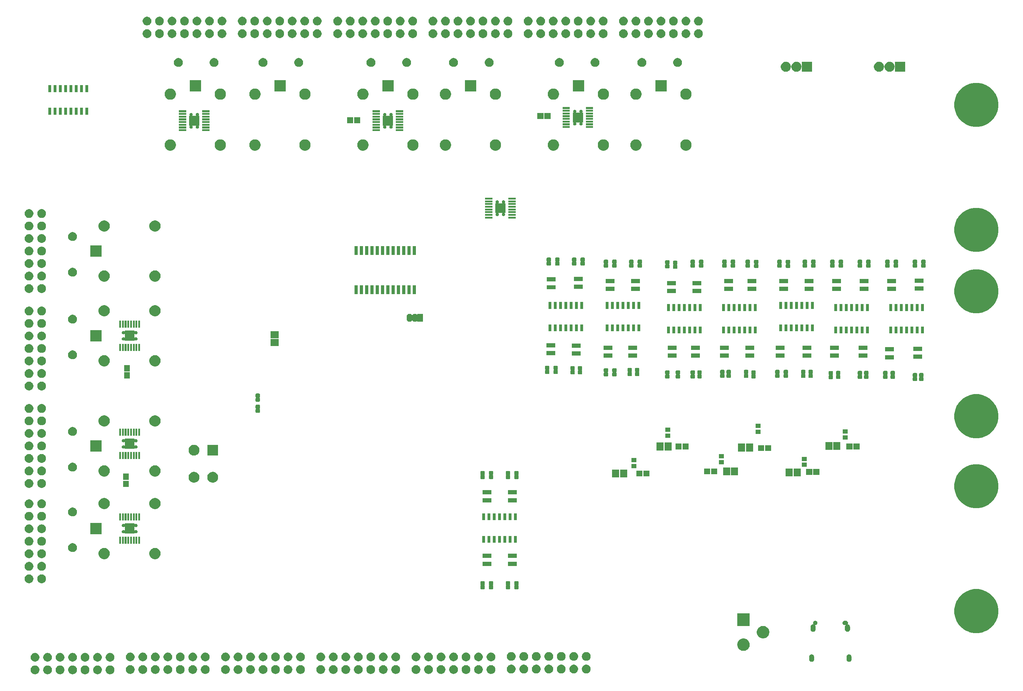
<source format=gbr>
G04 #@! TF.GenerationSoftware,KiCad,Pcbnew,5.0.0*
G04 #@! TF.CreationDate,2018-09-09T20:10:08-07:00*
G04 #@! TF.ProjectId,SchematicAutomation,536368656D617469634175746F6D6174,rev?*
G04 #@! TF.SameCoordinates,Original*
G04 #@! TF.FileFunction,Soldermask,Bot*
G04 #@! TF.FilePolarity,Negative*
%FSLAX45Y45*%
G04 Gerber Fmt 4.5, Leading zero omitted, Abs format (unit mm)*
G04 Created by KiCad (PCBNEW 5.0.0) date Sun Sep  9 20:10:08 2018*
%MOMM*%
%LPD*%
G01*
G04 APERTURE LIST*
%ADD10C,0.150000*%
G04 APERTURE END LIST*
D10*
G36*
X4498028Y-17711315D02*
X4515427Y-17714775D01*
X4534536Y-17722691D01*
X4551734Y-17734182D01*
X4566359Y-17748807D01*
X4577850Y-17766004D01*
X4585765Y-17785113D01*
X4588181Y-17797258D01*
X4589769Y-17805242D01*
X4589800Y-17805399D01*
X4589800Y-17826082D01*
X4585765Y-17846368D01*
X4577850Y-17865477D01*
X4566359Y-17882674D01*
X4551734Y-17897299D01*
X4534536Y-17908790D01*
X4515427Y-17916705D01*
X4498028Y-17920166D01*
X4495142Y-17920740D01*
X4474458Y-17920740D01*
X4471572Y-17920166D01*
X4454173Y-17916705D01*
X4435064Y-17908790D01*
X4417866Y-17897299D01*
X4403241Y-17882674D01*
X4391750Y-17865477D01*
X4383835Y-17846368D01*
X4379800Y-17826082D01*
X4379800Y-17805399D01*
X4379831Y-17805242D01*
X4381419Y-17797258D01*
X4383835Y-17785113D01*
X4391750Y-17766004D01*
X4403241Y-17748807D01*
X4417866Y-17734182D01*
X4435064Y-17722691D01*
X4454173Y-17714775D01*
X4471572Y-17711315D01*
X4474458Y-17710740D01*
X4495142Y-17710740D01*
X4498028Y-17711315D01*
X4498028Y-17711315D01*
G37*
G36*
X5998028Y-17711315D02*
X6015427Y-17714775D01*
X6034536Y-17722691D01*
X6051734Y-17734182D01*
X6066359Y-17748807D01*
X6077850Y-17766004D01*
X6085765Y-17785113D01*
X6088181Y-17797258D01*
X6089769Y-17805242D01*
X6089800Y-17805399D01*
X6089800Y-17826082D01*
X6085765Y-17846368D01*
X6077850Y-17865477D01*
X6066359Y-17882674D01*
X6051734Y-17897299D01*
X6034536Y-17908790D01*
X6015427Y-17916705D01*
X5998028Y-17920166D01*
X5995142Y-17920740D01*
X5974458Y-17920740D01*
X5971572Y-17920166D01*
X5954173Y-17916705D01*
X5935064Y-17908790D01*
X5917866Y-17897299D01*
X5903241Y-17882674D01*
X5891750Y-17865477D01*
X5883835Y-17846368D01*
X5879800Y-17826082D01*
X5879800Y-17805399D01*
X5879831Y-17805242D01*
X5881419Y-17797258D01*
X5883835Y-17785113D01*
X5891750Y-17766004D01*
X5903241Y-17748807D01*
X5917866Y-17734182D01*
X5935064Y-17722691D01*
X5954173Y-17714775D01*
X5971572Y-17711315D01*
X5974458Y-17710740D01*
X5995142Y-17710740D01*
X5998028Y-17711315D01*
X5998028Y-17711315D01*
G37*
G36*
X6298028Y-17711315D02*
X6315427Y-17714775D01*
X6334536Y-17722691D01*
X6351734Y-17734182D01*
X6366359Y-17748807D01*
X6377850Y-17766004D01*
X6385765Y-17785113D01*
X6388181Y-17797258D01*
X6389769Y-17805242D01*
X6389800Y-17805399D01*
X6389800Y-17826082D01*
X6385765Y-17846368D01*
X6377850Y-17865477D01*
X6366359Y-17882674D01*
X6351734Y-17897299D01*
X6334536Y-17908790D01*
X6315427Y-17916705D01*
X6298028Y-17920166D01*
X6295142Y-17920740D01*
X6274458Y-17920740D01*
X6271572Y-17920166D01*
X6254173Y-17916705D01*
X6235064Y-17908790D01*
X6217866Y-17897299D01*
X6203241Y-17882674D01*
X6191750Y-17865477D01*
X6183835Y-17846368D01*
X6179800Y-17826082D01*
X6179800Y-17805399D01*
X6179831Y-17805242D01*
X6181419Y-17797258D01*
X6183835Y-17785113D01*
X6191750Y-17766004D01*
X6203241Y-17748807D01*
X6217866Y-17734182D01*
X6235064Y-17722691D01*
X6254173Y-17714775D01*
X6271572Y-17711315D01*
X6274458Y-17710740D01*
X6295142Y-17710740D01*
X6298028Y-17711315D01*
X6298028Y-17711315D01*
G37*
G36*
X5698028Y-17711315D02*
X5715427Y-17714775D01*
X5734536Y-17722691D01*
X5751734Y-17734182D01*
X5766359Y-17748807D01*
X5777850Y-17766004D01*
X5785765Y-17785113D01*
X5788181Y-17797258D01*
X5789769Y-17805242D01*
X5789800Y-17805399D01*
X5789800Y-17826082D01*
X5785765Y-17846368D01*
X5777850Y-17865477D01*
X5766359Y-17882674D01*
X5751734Y-17897299D01*
X5734536Y-17908790D01*
X5715427Y-17916705D01*
X5698028Y-17920166D01*
X5695142Y-17920740D01*
X5674458Y-17920740D01*
X5671572Y-17920166D01*
X5654173Y-17916705D01*
X5635064Y-17908790D01*
X5617866Y-17897299D01*
X5603241Y-17882674D01*
X5591750Y-17865477D01*
X5583835Y-17846368D01*
X5579800Y-17826082D01*
X5579800Y-17805399D01*
X5579831Y-17805242D01*
X5581419Y-17797258D01*
X5583835Y-17785113D01*
X5591750Y-17766004D01*
X5603241Y-17748807D01*
X5617866Y-17734182D01*
X5635064Y-17722691D01*
X5654173Y-17714775D01*
X5671572Y-17711315D01*
X5674458Y-17710740D01*
X5695142Y-17710740D01*
X5698028Y-17711315D01*
X5698028Y-17711315D01*
G37*
G36*
X5098028Y-17711315D02*
X5115427Y-17714775D01*
X5134536Y-17722691D01*
X5151734Y-17734182D01*
X5166359Y-17748807D01*
X5177850Y-17766004D01*
X5185765Y-17785113D01*
X5188181Y-17797258D01*
X5189769Y-17805242D01*
X5189800Y-17805399D01*
X5189800Y-17826082D01*
X5185765Y-17846368D01*
X5177850Y-17865477D01*
X5166359Y-17882674D01*
X5151734Y-17897299D01*
X5134536Y-17908790D01*
X5115427Y-17916705D01*
X5098028Y-17920166D01*
X5095142Y-17920740D01*
X5074458Y-17920740D01*
X5071572Y-17920166D01*
X5054173Y-17916705D01*
X5035064Y-17908790D01*
X5017866Y-17897299D01*
X5003241Y-17882674D01*
X4991750Y-17865477D01*
X4983835Y-17846368D01*
X4979800Y-17826082D01*
X4979800Y-17805399D01*
X4979831Y-17805242D01*
X4981419Y-17797258D01*
X4983835Y-17785113D01*
X4991750Y-17766004D01*
X5003241Y-17748807D01*
X5017866Y-17734182D01*
X5035064Y-17722691D01*
X5054173Y-17714775D01*
X5071572Y-17711315D01*
X5074458Y-17710740D01*
X5095142Y-17710740D01*
X5098028Y-17711315D01*
X5098028Y-17711315D01*
G37*
G36*
X5398028Y-17711315D02*
X5415427Y-17714775D01*
X5434536Y-17722691D01*
X5451734Y-17734182D01*
X5466359Y-17748807D01*
X5477850Y-17766004D01*
X5485765Y-17785113D01*
X5488181Y-17797258D01*
X5489769Y-17805242D01*
X5489800Y-17805399D01*
X5489800Y-17826082D01*
X5485765Y-17846368D01*
X5477850Y-17865477D01*
X5466359Y-17882674D01*
X5451734Y-17897299D01*
X5434536Y-17908790D01*
X5415427Y-17916705D01*
X5398028Y-17920166D01*
X5395142Y-17920740D01*
X5374458Y-17920740D01*
X5371572Y-17920166D01*
X5354173Y-17916705D01*
X5335064Y-17908790D01*
X5317866Y-17897299D01*
X5303241Y-17882674D01*
X5291750Y-17865477D01*
X5283835Y-17846368D01*
X5279800Y-17826082D01*
X5279800Y-17805399D01*
X5279831Y-17805242D01*
X5281419Y-17797258D01*
X5283835Y-17785113D01*
X5291750Y-17766004D01*
X5303241Y-17748807D01*
X5317866Y-17734182D01*
X5335064Y-17722691D01*
X5354173Y-17714775D01*
X5371572Y-17711315D01*
X5374458Y-17710740D01*
X5395142Y-17710740D01*
X5398028Y-17711315D01*
X5398028Y-17711315D01*
G37*
G36*
X4798028Y-17711315D02*
X4815427Y-17714775D01*
X4834536Y-17722691D01*
X4851734Y-17734182D01*
X4866359Y-17748807D01*
X4877850Y-17766004D01*
X4885765Y-17785113D01*
X4888181Y-17797258D01*
X4889769Y-17805242D01*
X4889800Y-17805399D01*
X4889800Y-17826082D01*
X4885765Y-17846368D01*
X4877850Y-17865477D01*
X4866359Y-17882674D01*
X4851734Y-17897299D01*
X4834536Y-17908790D01*
X4815427Y-17916705D01*
X4798028Y-17920166D01*
X4795142Y-17920740D01*
X4774458Y-17920740D01*
X4771572Y-17920166D01*
X4754173Y-17916705D01*
X4735064Y-17908790D01*
X4717866Y-17897299D01*
X4703241Y-17882674D01*
X4691750Y-17865477D01*
X4683835Y-17846368D01*
X4679800Y-17826082D01*
X4679800Y-17805399D01*
X4679831Y-17805242D01*
X4681419Y-17797258D01*
X4683835Y-17785113D01*
X4691750Y-17766004D01*
X4703241Y-17748807D01*
X4717866Y-17734182D01*
X4735064Y-17722691D01*
X4754173Y-17714775D01*
X4771572Y-17711315D01*
X4774458Y-17710740D01*
X4795142Y-17710740D01*
X4798028Y-17711315D01*
X4798028Y-17711315D01*
G37*
G36*
X11356028Y-17703174D02*
X11373427Y-17706635D01*
X11392536Y-17714550D01*
X11409734Y-17726041D01*
X11424359Y-17740666D01*
X11435850Y-17757864D01*
X11443765Y-17776973D01*
X11447800Y-17797258D01*
X11447800Y-17817942D01*
X11443765Y-17838227D01*
X11435850Y-17857336D01*
X11424359Y-17874534D01*
X11409734Y-17889159D01*
X11392536Y-17900650D01*
X11373427Y-17908565D01*
X11356028Y-17912026D01*
X11353142Y-17912600D01*
X11332458Y-17912600D01*
X11329572Y-17912026D01*
X11312173Y-17908565D01*
X11293064Y-17900650D01*
X11275866Y-17889159D01*
X11261241Y-17874534D01*
X11249750Y-17857336D01*
X11241835Y-17838227D01*
X11237800Y-17817942D01*
X11237800Y-17797258D01*
X11241835Y-17776973D01*
X11249750Y-17757864D01*
X11261241Y-17740666D01*
X11275866Y-17726041D01*
X11293064Y-17714550D01*
X11312173Y-17706635D01*
X11329572Y-17703174D01*
X11332458Y-17702600D01*
X11353142Y-17702600D01*
X11356028Y-17703174D01*
X11356028Y-17703174D01*
G37*
G36*
X6784028Y-17703174D02*
X6801427Y-17706635D01*
X6820536Y-17714550D01*
X6837734Y-17726041D01*
X6852359Y-17740666D01*
X6863850Y-17757864D01*
X6871765Y-17776973D01*
X6875800Y-17797258D01*
X6875800Y-17817942D01*
X6871765Y-17838227D01*
X6863850Y-17857336D01*
X6852359Y-17874534D01*
X6837734Y-17889159D01*
X6820536Y-17900650D01*
X6801427Y-17908565D01*
X6784028Y-17912026D01*
X6781142Y-17912600D01*
X6760458Y-17912600D01*
X6757572Y-17912026D01*
X6740173Y-17908565D01*
X6721064Y-17900650D01*
X6703866Y-17889159D01*
X6689241Y-17874534D01*
X6677750Y-17857336D01*
X6669835Y-17838227D01*
X6665800Y-17817942D01*
X6665800Y-17797258D01*
X6669835Y-17776973D01*
X6677750Y-17757864D01*
X6689241Y-17740666D01*
X6703866Y-17726041D01*
X6721064Y-17714550D01*
X6740173Y-17706635D01*
X6757572Y-17703174D01*
X6760458Y-17702600D01*
X6781142Y-17702600D01*
X6784028Y-17703174D01*
X6784028Y-17703174D01*
G37*
G36*
X7084028Y-17703174D02*
X7101427Y-17706635D01*
X7120536Y-17714550D01*
X7137734Y-17726041D01*
X7152359Y-17740666D01*
X7163850Y-17757864D01*
X7171765Y-17776973D01*
X7175800Y-17797258D01*
X7175800Y-17817942D01*
X7171765Y-17838227D01*
X7163850Y-17857336D01*
X7152359Y-17874534D01*
X7137734Y-17889159D01*
X7120536Y-17900650D01*
X7101427Y-17908565D01*
X7084028Y-17912026D01*
X7081142Y-17912600D01*
X7060458Y-17912600D01*
X7057572Y-17912026D01*
X7040173Y-17908565D01*
X7021064Y-17900650D01*
X7003866Y-17889159D01*
X6989241Y-17874534D01*
X6977750Y-17857336D01*
X6969835Y-17838227D01*
X6965800Y-17817942D01*
X6965800Y-17797258D01*
X6969835Y-17776973D01*
X6977750Y-17757864D01*
X6989241Y-17740666D01*
X7003866Y-17726041D01*
X7021064Y-17714550D01*
X7040173Y-17706635D01*
X7057572Y-17703174D01*
X7060458Y-17702600D01*
X7081142Y-17702600D01*
X7084028Y-17703174D01*
X7084028Y-17703174D01*
G37*
G36*
X7384028Y-17703174D02*
X7401427Y-17706635D01*
X7420536Y-17714550D01*
X7437734Y-17726041D01*
X7452359Y-17740666D01*
X7463850Y-17757864D01*
X7471765Y-17776973D01*
X7475800Y-17797258D01*
X7475800Y-17817942D01*
X7471765Y-17838227D01*
X7463850Y-17857336D01*
X7452359Y-17874534D01*
X7437734Y-17889159D01*
X7420536Y-17900650D01*
X7401427Y-17908565D01*
X7384028Y-17912026D01*
X7381142Y-17912600D01*
X7360458Y-17912600D01*
X7357572Y-17912026D01*
X7340173Y-17908565D01*
X7321064Y-17900650D01*
X7303866Y-17889159D01*
X7289241Y-17874534D01*
X7277750Y-17857336D01*
X7269835Y-17838227D01*
X7265800Y-17817942D01*
X7265800Y-17797258D01*
X7269835Y-17776973D01*
X7277750Y-17757864D01*
X7289241Y-17740666D01*
X7303866Y-17726041D01*
X7321064Y-17714550D01*
X7340173Y-17706635D01*
X7357572Y-17703174D01*
X7360458Y-17702600D01*
X7381142Y-17702600D01*
X7384028Y-17703174D01*
X7384028Y-17703174D01*
G37*
G36*
X7684028Y-17703174D02*
X7701427Y-17706635D01*
X7720536Y-17714550D01*
X7737734Y-17726041D01*
X7752359Y-17740666D01*
X7763850Y-17757864D01*
X7771765Y-17776973D01*
X7775800Y-17797258D01*
X7775800Y-17817942D01*
X7771765Y-17838227D01*
X7763850Y-17857336D01*
X7752359Y-17874534D01*
X7737734Y-17889159D01*
X7720536Y-17900650D01*
X7701427Y-17908565D01*
X7684028Y-17912026D01*
X7681142Y-17912600D01*
X7660458Y-17912600D01*
X7657572Y-17912026D01*
X7640173Y-17908565D01*
X7621064Y-17900650D01*
X7603866Y-17889159D01*
X7589241Y-17874534D01*
X7577750Y-17857336D01*
X7569835Y-17838227D01*
X7565800Y-17817942D01*
X7565800Y-17797258D01*
X7569835Y-17776973D01*
X7577750Y-17757864D01*
X7589241Y-17740666D01*
X7603866Y-17726041D01*
X7621064Y-17714550D01*
X7640173Y-17706635D01*
X7657572Y-17703174D01*
X7660458Y-17702600D01*
X7681142Y-17702600D01*
X7684028Y-17703174D01*
X7684028Y-17703174D01*
G37*
G36*
X7984028Y-17703174D02*
X8001427Y-17706635D01*
X8020536Y-17714550D01*
X8037734Y-17726041D01*
X8052359Y-17740666D01*
X8063850Y-17757864D01*
X8071765Y-17776973D01*
X8075800Y-17797258D01*
X8075800Y-17817942D01*
X8071765Y-17838227D01*
X8063850Y-17857336D01*
X8052359Y-17874534D01*
X8037734Y-17889159D01*
X8020536Y-17900650D01*
X8001427Y-17908565D01*
X7984028Y-17912026D01*
X7981142Y-17912600D01*
X7960458Y-17912600D01*
X7957572Y-17912026D01*
X7940173Y-17908565D01*
X7921064Y-17900650D01*
X7903866Y-17889159D01*
X7889241Y-17874534D01*
X7877750Y-17857336D01*
X7869835Y-17838227D01*
X7865800Y-17817942D01*
X7865800Y-17797258D01*
X7869835Y-17776973D01*
X7877750Y-17757864D01*
X7889241Y-17740666D01*
X7903866Y-17726041D01*
X7921064Y-17714550D01*
X7940173Y-17706635D01*
X7957572Y-17703174D01*
X7960458Y-17702600D01*
X7981142Y-17702600D01*
X7984028Y-17703174D01*
X7984028Y-17703174D01*
G37*
G36*
X8284028Y-17703174D02*
X8301427Y-17706635D01*
X8320536Y-17714550D01*
X8337734Y-17726041D01*
X8352359Y-17740666D01*
X8363850Y-17757864D01*
X8371765Y-17776973D01*
X8375800Y-17797258D01*
X8375800Y-17817942D01*
X8371765Y-17838227D01*
X8363850Y-17857336D01*
X8352359Y-17874534D01*
X8337734Y-17889159D01*
X8320536Y-17900650D01*
X8301427Y-17908565D01*
X8284028Y-17912026D01*
X8281142Y-17912600D01*
X8260458Y-17912600D01*
X8257572Y-17912026D01*
X8240173Y-17908565D01*
X8221064Y-17900650D01*
X8203866Y-17889159D01*
X8189241Y-17874534D01*
X8177750Y-17857336D01*
X8169835Y-17838227D01*
X8165800Y-17817942D01*
X8165800Y-17797258D01*
X8169835Y-17776973D01*
X8177750Y-17757864D01*
X8189241Y-17740666D01*
X8203866Y-17726041D01*
X8221064Y-17714550D01*
X8240173Y-17706635D01*
X8257572Y-17703174D01*
X8260458Y-17702600D01*
X8281142Y-17702600D01*
X8284028Y-17703174D01*
X8284028Y-17703174D01*
G37*
G36*
X8584028Y-17703174D02*
X8601427Y-17706635D01*
X8620536Y-17714550D01*
X8637734Y-17726041D01*
X8652359Y-17740666D01*
X8663850Y-17757864D01*
X8671765Y-17776973D01*
X8675800Y-17797258D01*
X8675800Y-17817942D01*
X8671765Y-17838227D01*
X8663850Y-17857336D01*
X8652359Y-17874534D01*
X8637734Y-17889159D01*
X8620536Y-17900650D01*
X8601427Y-17908565D01*
X8584028Y-17912026D01*
X8581142Y-17912600D01*
X8560458Y-17912600D01*
X8557572Y-17912026D01*
X8540173Y-17908565D01*
X8521064Y-17900650D01*
X8503866Y-17889159D01*
X8489241Y-17874534D01*
X8477750Y-17857336D01*
X8469835Y-17838227D01*
X8465800Y-17817942D01*
X8465800Y-17797258D01*
X8469835Y-17776973D01*
X8477750Y-17757864D01*
X8489241Y-17740666D01*
X8503866Y-17726041D01*
X8521064Y-17714550D01*
X8540173Y-17706635D01*
X8557572Y-17703174D01*
X8560458Y-17702600D01*
X8581142Y-17702600D01*
X8584028Y-17703174D01*
X8584028Y-17703174D01*
G37*
G36*
X9070028Y-17703174D02*
X9087427Y-17706635D01*
X9106536Y-17714550D01*
X9123734Y-17726041D01*
X9138359Y-17740666D01*
X9149850Y-17757864D01*
X9157765Y-17776973D01*
X9161800Y-17797258D01*
X9161800Y-17817942D01*
X9157765Y-17838227D01*
X9149850Y-17857336D01*
X9138359Y-17874534D01*
X9123734Y-17889159D01*
X9106536Y-17900650D01*
X9087427Y-17908565D01*
X9070028Y-17912026D01*
X9067142Y-17912600D01*
X9046458Y-17912600D01*
X9043572Y-17912026D01*
X9026173Y-17908565D01*
X9007064Y-17900650D01*
X8989866Y-17889159D01*
X8975241Y-17874534D01*
X8963750Y-17857336D01*
X8955835Y-17838227D01*
X8951800Y-17817942D01*
X8951800Y-17797258D01*
X8955835Y-17776973D01*
X8963750Y-17757864D01*
X8975241Y-17740666D01*
X8989866Y-17726041D01*
X9007064Y-17714550D01*
X9026173Y-17706635D01*
X9043572Y-17703174D01*
X9046458Y-17702600D01*
X9067142Y-17702600D01*
X9070028Y-17703174D01*
X9070028Y-17703174D01*
G37*
G36*
X9370028Y-17703174D02*
X9387427Y-17706635D01*
X9406536Y-17714550D01*
X9423734Y-17726041D01*
X9438359Y-17740666D01*
X9449850Y-17757864D01*
X9457765Y-17776973D01*
X9461800Y-17797258D01*
X9461800Y-17817942D01*
X9457765Y-17838227D01*
X9449850Y-17857336D01*
X9438359Y-17874534D01*
X9423734Y-17889159D01*
X9406536Y-17900650D01*
X9387427Y-17908565D01*
X9370028Y-17912026D01*
X9367142Y-17912600D01*
X9346458Y-17912600D01*
X9343572Y-17912026D01*
X9326173Y-17908565D01*
X9307064Y-17900650D01*
X9289866Y-17889159D01*
X9275241Y-17874534D01*
X9263750Y-17857336D01*
X9255835Y-17838227D01*
X9251800Y-17817942D01*
X9251800Y-17797258D01*
X9255835Y-17776973D01*
X9263750Y-17757864D01*
X9275241Y-17740666D01*
X9289866Y-17726041D01*
X9307064Y-17714550D01*
X9326173Y-17706635D01*
X9343572Y-17703174D01*
X9346458Y-17702600D01*
X9367142Y-17702600D01*
X9370028Y-17703174D01*
X9370028Y-17703174D01*
G37*
G36*
X9670028Y-17703174D02*
X9687427Y-17706635D01*
X9706536Y-17714550D01*
X9723734Y-17726041D01*
X9738359Y-17740666D01*
X9749850Y-17757864D01*
X9757765Y-17776973D01*
X9761800Y-17797258D01*
X9761800Y-17817942D01*
X9757765Y-17838227D01*
X9749850Y-17857336D01*
X9738359Y-17874534D01*
X9723734Y-17889159D01*
X9706536Y-17900650D01*
X9687427Y-17908565D01*
X9670028Y-17912026D01*
X9667142Y-17912600D01*
X9646458Y-17912600D01*
X9643572Y-17912026D01*
X9626173Y-17908565D01*
X9607064Y-17900650D01*
X9589866Y-17889159D01*
X9575241Y-17874534D01*
X9563750Y-17857336D01*
X9555835Y-17838227D01*
X9551800Y-17817942D01*
X9551800Y-17797258D01*
X9555835Y-17776973D01*
X9563750Y-17757864D01*
X9575241Y-17740666D01*
X9589866Y-17726041D01*
X9607064Y-17714550D01*
X9626173Y-17706635D01*
X9643572Y-17703174D01*
X9646458Y-17702600D01*
X9667142Y-17702600D01*
X9670028Y-17703174D01*
X9670028Y-17703174D01*
G37*
G36*
X9970028Y-17703174D02*
X9987427Y-17706635D01*
X10006536Y-17714550D01*
X10023734Y-17726041D01*
X10038359Y-17740666D01*
X10049850Y-17757864D01*
X10057765Y-17776973D01*
X10061800Y-17797258D01*
X10061800Y-17817942D01*
X10057765Y-17838227D01*
X10049850Y-17857336D01*
X10038359Y-17874534D01*
X10023734Y-17889159D01*
X10006536Y-17900650D01*
X9987427Y-17908565D01*
X9970028Y-17912026D01*
X9967142Y-17912600D01*
X9946458Y-17912600D01*
X9943572Y-17912026D01*
X9926173Y-17908565D01*
X9907064Y-17900650D01*
X9889866Y-17889159D01*
X9875241Y-17874534D01*
X9863750Y-17857336D01*
X9855835Y-17838227D01*
X9851800Y-17817942D01*
X9851800Y-17797258D01*
X9855835Y-17776973D01*
X9863750Y-17757864D01*
X9875241Y-17740666D01*
X9889866Y-17726041D01*
X9907064Y-17714550D01*
X9926173Y-17706635D01*
X9943572Y-17703174D01*
X9946458Y-17702600D01*
X9967142Y-17702600D01*
X9970028Y-17703174D01*
X9970028Y-17703174D01*
G37*
G36*
X10270028Y-17703174D02*
X10287427Y-17706635D01*
X10306536Y-17714550D01*
X10323734Y-17726041D01*
X10338359Y-17740666D01*
X10349850Y-17757864D01*
X10357765Y-17776973D01*
X10361800Y-17797258D01*
X10361800Y-17817942D01*
X10357765Y-17838227D01*
X10349850Y-17857336D01*
X10338359Y-17874534D01*
X10323734Y-17889159D01*
X10306536Y-17900650D01*
X10287427Y-17908565D01*
X10270028Y-17912026D01*
X10267142Y-17912600D01*
X10246458Y-17912600D01*
X10243572Y-17912026D01*
X10226173Y-17908565D01*
X10207064Y-17900650D01*
X10189866Y-17889159D01*
X10175241Y-17874534D01*
X10163750Y-17857336D01*
X10155835Y-17838227D01*
X10151800Y-17817942D01*
X10151800Y-17797258D01*
X10155835Y-17776973D01*
X10163750Y-17757864D01*
X10175241Y-17740666D01*
X10189866Y-17726041D01*
X10207064Y-17714550D01*
X10226173Y-17706635D01*
X10243572Y-17703174D01*
X10246458Y-17702600D01*
X10267142Y-17702600D01*
X10270028Y-17703174D01*
X10270028Y-17703174D01*
G37*
G36*
X10570028Y-17703174D02*
X10587427Y-17706635D01*
X10606536Y-17714550D01*
X10623734Y-17726041D01*
X10638359Y-17740666D01*
X10649850Y-17757864D01*
X10657765Y-17776973D01*
X10661800Y-17797258D01*
X10661800Y-17817942D01*
X10657765Y-17838227D01*
X10649850Y-17857336D01*
X10638359Y-17874534D01*
X10623734Y-17889159D01*
X10606536Y-17900650D01*
X10587427Y-17908565D01*
X10570028Y-17912026D01*
X10567142Y-17912600D01*
X10546458Y-17912600D01*
X10543572Y-17912026D01*
X10526173Y-17908565D01*
X10507064Y-17900650D01*
X10489866Y-17889159D01*
X10475241Y-17874534D01*
X10463750Y-17857336D01*
X10455835Y-17838227D01*
X10451800Y-17817942D01*
X10451800Y-17797258D01*
X10455835Y-17776973D01*
X10463750Y-17757864D01*
X10475241Y-17740666D01*
X10489866Y-17726041D01*
X10507064Y-17714550D01*
X10526173Y-17706635D01*
X10543572Y-17703174D01*
X10546458Y-17702600D01*
X10567142Y-17702600D01*
X10570028Y-17703174D01*
X10570028Y-17703174D01*
G37*
G36*
X11956028Y-17703174D02*
X11973427Y-17706635D01*
X11992536Y-17714550D01*
X12009734Y-17726041D01*
X12024359Y-17740666D01*
X12035850Y-17757864D01*
X12043765Y-17776973D01*
X12047800Y-17797258D01*
X12047800Y-17817942D01*
X12043765Y-17838227D01*
X12035850Y-17857336D01*
X12024359Y-17874534D01*
X12009734Y-17889159D01*
X11992536Y-17900650D01*
X11973427Y-17908565D01*
X11956028Y-17912026D01*
X11953142Y-17912600D01*
X11932458Y-17912600D01*
X11929572Y-17912026D01*
X11912173Y-17908565D01*
X11893064Y-17900650D01*
X11875866Y-17889159D01*
X11861241Y-17874534D01*
X11849750Y-17857336D01*
X11841835Y-17838227D01*
X11837800Y-17817942D01*
X11837800Y-17797258D01*
X11841835Y-17776973D01*
X11849750Y-17757864D01*
X11861241Y-17740666D01*
X11875866Y-17726041D01*
X11893064Y-17714550D01*
X11912173Y-17706635D01*
X11929572Y-17703174D01*
X11932458Y-17702600D01*
X11953142Y-17702600D01*
X11956028Y-17703174D01*
X11956028Y-17703174D01*
G37*
G36*
X10870028Y-17703174D02*
X10887427Y-17706635D01*
X10906536Y-17714550D01*
X10923734Y-17726041D01*
X10938359Y-17740666D01*
X10949850Y-17757864D01*
X10957765Y-17776973D01*
X10961800Y-17797258D01*
X10961800Y-17817942D01*
X10957765Y-17838227D01*
X10949850Y-17857336D01*
X10938359Y-17874534D01*
X10923734Y-17889159D01*
X10906536Y-17900650D01*
X10887427Y-17908565D01*
X10870028Y-17912026D01*
X10867142Y-17912600D01*
X10846458Y-17912600D01*
X10843572Y-17912026D01*
X10826173Y-17908565D01*
X10807064Y-17900650D01*
X10789866Y-17889159D01*
X10775241Y-17874534D01*
X10763750Y-17857336D01*
X10755835Y-17838227D01*
X10751800Y-17817942D01*
X10751800Y-17797258D01*
X10755835Y-17776973D01*
X10763750Y-17757864D01*
X10775241Y-17740666D01*
X10789866Y-17726041D01*
X10807064Y-17714550D01*
X10826173Y-17706635D01*
X10843572Y-17703174D01*
X10846458Y-17702600D01*
X10867142Y-17702600D01*
X10870028Y-17703174D01*
X10870028Y-17703174D01*
G37*
G36*
X15442028Y-17703174D02*
X15459427Y-17706635D01*
X15478536Y-17714550D01*
X15495734Y-17726041D01*
X15510359Y-17740666D01*
X15521850Y-17757864D01*
X15529765Y-17776973D01*
X15533800Y-17797258D01*
X15533800Y-17817942D01*
X15529765Y-17838227D01*
X15521850Y-17857336D01*
X15510359Y-17874534D01*
X15495734Y-17889159D01*
X15478536Y-17900650D01*
X15459427Y-17908565D01*
X15442028Y-17912026D01*
X15439142Y-17912600D01*
X15418458Y-17912600D01*
X15415572Y-17912026D01*
X15398173Y-17908565D01*
X15379064Y-17900650D01*
X15361866Y-17889159D01*
X15347241Y-17874534D01*
X15335750Y-17857336D01*
X15327835Y-17838227D01*
X15323800Y-17817942D01*
X15323800Y-17797258D01*
X15327835Y-17776973D01*
X15335750Y-17757864D01*
X15347241Y-17740666D01*
X15361866Y-17726041D01*
X15379064Y-17714550D01*
X15398173Y-17706635D01*
X15415572Y-17703174D01*
X15418458Y-17702600D01*
X15439142Y-17702600D01*
X15442028Y-17703174D01*
X15442028Y-17703174D01*
G37*
G36*
X11656028Y-17703174D02*
X11673427Y-17706635D01*
X11692536Y-17714550D01*
X11709734Y-17726041D01*
X11724359Y-17740666D01*
X11735850Y-17757864D01*
X11743765Y-17776973D01*
X11747800Y-17797258D01*
X11747800Y-17817942D01*
X11743765Y-17838227D01*
X11735850Y-17857336D01*
X11724359Y-17874534D01*
X11709734Y-17889159D01*
X11692536Y-17900650D01*
X11673427Y-17908565D01*
X11656028Y-17912026D01*
X11653142Y-17912600D01*
X11632458Y-17912600D01*
X11629572Y-17912026D01*
X11612173Y-17908565D01*
X11593064Y-17900650D01*
X11575866Y-17889159D01*
X11561241Y-17874534D01*
X11549750Y-17857336D01*
X11541835Y-17838227D01*
X11537800Y-17817942D01*
X11537800Y-17797258D01*
X11541835Y-17776973D01*
X11549750Y-17757864D01*
X11561241Y-17740666D01*
X11575866Y-17726041D01*
X11593064Y-17714550D01*
X11612173Y-17706635D01*
X11629572Y-17703174D01*
X11632458Y-17702600D01*
X11653142Y-17702600D01*
X11656028Y-17703174D01*
X11656028Y-17703174D01*
G37*
G36*
X12256028Y-17703174D02*
X12273427Y-17706635D01*
X12292536Y-17714550D01*
X12309734Y-17726041D01*
X12324359Y-17740666D01*
X12335850Y-17757864D01*
X12343765Y-17776973D01*
X12347800Y-17797258D01*
X12347800Y-17817942D01*
X12343765Y-17838227D01*
X12335850Y-17857336D01*
X12324359Y-17874534D01*
X12309734Y-17889159D01*
X12292536Y-17900650D01*
X12273427Y-17908565D01*
X12256028Y-17912026D01*
X12253142Y-17912600D01*
X12232458Y-17912600D01*
X12229572Y-17912026D01*
X12212173Y-17908565D01*
X12193064Y-17900650D01*
X12175866Y-17889159D01*
X12161241Y-17874534D01*
X12149750Y-17857336D01*
X12141835Y-17838227D01*
X12137800Y-17817942D01*
X12137800Y-17797258D01*
X12141835Y-17776973D01*
X12149750Y-17757864D01*
X12161241Y-17740666D01*
X12175866Y-17726041D01*
X12193064Y-17714550D01*
X12212173Y-17706635D01*
X12229572Y-17703174D01*
X12232458Y-17702600D01*
X12253142Y-17702600D01*
X12256028Y-17703174D01*
X12256028Y-17703174D01*
G37*
G36*
X12556028Y-17703174D02*
X12573427Y-17706635D01*
X12592536Y-17714550D01*
X12609734Y-17726041D01*
X12624359Y-17740666D01*
X12635850Y-17757864D01*
X12643765Y-17776973D01*
X12647800Y-17797258D01*
X12647800Y-17817942D01*
X12643765Y-17838227D01*
X12635850Y-17857336D01*
X12624359Y-17874534D01*
X12609734Y-17889159D01*
X12592536Y-17900650D01*
X12573427Y-17908565D01*
X12556028Y-17912026D01*
X12553142Y-17912600D01*
X12532458Y-17912600D01*
X12529572Y-17912026D01*
X12512173Y-17908565D01*
X12493064Y-17900650D01*
X12475866Y-17889159D01*
X12461241Y-17874534D01*
X12449750Y-17857336D01*
X12441835Y-17838227D01*
X12437800Y-17817942D01*
X12437800Y-17797258D01*
X12441835Y-17776973D01*
X12449750Y-17757864D01*
X12461241Y-17740666D01*
X12475866Y-17726041D01*
X12493064Y-17714550D01*
X12512173Y-17706635D01*
X12529572Y-17703174D01*
X12532458Y-17702600D01*
X12553142Y-17702600D01*
X12556028Y-17703174D01*
X12556028Y-17703174D01*
G37*
G36*
X12856028Y-17703174D02*
X12873427Y-17706635D01*
X12892536Y-17714550D01*
X12909734Y-17726041D01*
X12924359Y-17740666D01*
X12935850Y-17757864D01*
X12943765Y-17776973D01*
X12947800Y-17797258D01*
X12947800Y-17817942D01*
X12943765Y-17838227D01*
X12935850Y-17857336D01*
X12924359Y-17874534D01*
X12909734Y-17889159D01*
X12892536Y-17900650D01*
X12873427Y-17908565D01*
X12856028Y-17912026D01*
X12853142Y-17912600D01*
X12832458Y-17912600D01*
X12829572Y-17912026D01*
X12812173Y-17908565D01*
X12793064Y-17900650D01*
X12775866Y-17889159D01*
X12761241Y-17874534D01*
X12749750Y-17857336D01*
X12741835Y-17838227D01*
X12737800Y-17817942D01*
X12737800Y-17797258D01*
X12741835Y-17776973D01*
X12749750Y-17757864D01*
X12761241Y-17740666D01*
X12775866Y-17726041D01*
X12793064Y-17714550D01*
X12812173Y-17706635D01*
X12829572Y-17703174D01*
X12832458Y-17702600D01*
X12853142Y-17702600D01*
X12856028Y-17703174D01*
X12856028Y-17703174D01*
G37*
G36*
X13156028Y-17703174D02*
X13173427Y-17706635D01*
X13192536Y-17714550D01*
X13209734Y-17726041D01*
X13224359Y-17740666D01*
X13235850Y-17757864D01*
X13243765Y-17776973D01*
X13247800Y-17797258D01*
X13247800Y-17817942D01*
X13243765Y-17838227D01*
X13235850Y-17857336D01*
X13224359Y-17874534D01*
X13209734Y-17889159D01*
X13192536Y-17900650D01*
X13173427Y-17908565D01*
X13156028Y-17912026D01*
X13153142Y-17912600D01*
X13132458Y-17912600D01*
X13129572Y-17912026D01*
X13112173Y-17908565D01*
X13093064Y-17900650D01*
X13075866Y-17889159D01*
X13061241Y-17874534D01*
X13049750Y-17857336D01*
X13041835Y-17838227D01*
X13037800Y-17817942D01*
X13037800Y-17797258D01*
X13041835Y-17776973D01*
X13049750Y-17757864D01*
X13061241Y-17740666D01*
X13075866Y-17726041D01*
X13093064Y-17714550D01*
X13112173Y-17706635D01*
X13129572Y-17703174D01*
X13132458Y-17702600D01*
X13153142Y-17702600D01*
X13156028Y-17703174D01*
X13156028Y-17703174D01*
G37*
G36*
X13642028Y-17703174D02*
X13659427Y-17706635D01*
X13678536Y-17714550D01*
X13695734Y-17726041D01*
X13710359Y-17740666D01*
X13721850Y-17757864D01*
X13729765Y-17776973D01*
X13733800Y-17797258D01*
X13733800Y-17817942D01*
X13729765Y-17838227D01*
X13721850Y-17857336D01*
X13710359Y-17874534D01*
X13695734Y-17889159D01*
X13678536Y-17900650D01*
X13659427Y-17908565D01*
X13642028Y-17912026D01*
X13639142Y-17912600D01*
X13618458Y-17912600D01*
X13615572Y-17912026D01*
X13598173Y-17908565D01*
X13579064Y-17900650D01*
X13561866Y-17889159D01*
X13547241Y-17874534D01*
X13535750Y-17857336D01*
X13527835Y-17838227D01*
X13523800Y-17817942D01*
X13523800Y-17797258D01*
X13527835Y-17776973D01*
X13535750Y-17757864D01*
X13547241Y-17740666D01*
X13561866Y-17726041D01*
X13579064Y-17714550D01*
X13598173Y-17706635D01*
X13615572Y-17703174D01*
X13618458Y-17702600D01*
X13639142Y-17702600D01*
X13642028Y-17703174D01*
X13642028Y-17703174D01*
G37*
G36*
X13942028Y-17703174D02*
X13959427Y-17706635D01*
X13978536Y-17714550D01*
X13995734Y-17726041D01*
X14010359Y-17740666D01*
X14021850Y-17757864D01*
X14029765Y-17776973D01*
X14033800Y-17797258D01*
X14033800Y-17817942D01*
X14029765Y-17838227D01*
X14021850Y-17857336D01*
X14010359Y-17874534D01*
X13995734Y-17889159D01*
X13978536Y-17900650D01*
X13959427Y-17908565D01*
X13942028Y-17912026D01*
X13939142Y-17912600D01*
X13918458Y-17912600D01*
X13915572Y-17912026D01*
X13898173Y-17908565D01*
X13879064Y-17900650D01*
X13861866Y-17889159D01*
X13847241Y-17874534D01*
X13835750Y-17857336D01*
X13827835Y-17838227D01*
X13823800Y-17817942D01*
X13823800Y-17797258D01*
X13827835Y-17776973D01*
X13835750Y-17757864D01*
X13847241Y-17740666D01*
X13861866Y-17726041D01*
X13879064Y-17714550D01*
X13898173Y-17706635D01*
X13915572Y-17703174D01*
X13918458Y-17702600D01*
X13939142Y-17702600D01*
X13942028Y-17703174D01*
X13942028Y-17703174D01*
G37*
G36*
X14242028Y-17703174D02*
X14259427Y-17706635D01*
X14278536Y-17714550D01*
X14295734Y-17726041D01*
X14310359Y-17740666D01*
X14321850Y-17757864D01*
X14329765Y-17776973D01*
X14333800Y-17797258D01*
X14333800Y-17817942D01*
X14329765Y-17838227D01*
X14321850Y-17857336D01*
X14310359Y-17874534D01*
X14295734Y-17889159D01*
X14278536Y-17900650D01*
X14259427Y-17908565D01*
X14242028Y-17912026D01*
X14239142Y-17912600D01*
X14218458Y-17912600D01*
X14215572Y-17912026D01*
X14198173Y-17908565D01*
X14179064Y-17900650D01*
X14161866Y-17889159D01*
X14147241Y-17874534D01*
X14135750Y-17857336D01*
X14127835Y-17838227D01*
X14123800Y-17817942D01*
X14123800Y-17797258D01*
X14127835Y-17776973D01*
X14135750Y-17757864D01*
X14147241Y-17740666D01*
X14161866Y-17726041D01*
X14179064Y-17714550D01*
X14198173Y-17706635D01*
X14215572Y-17703174D01*
X14218458Y-17702600D01*
X14239142Y-17702600D01*
X14242028Y-17703174D01*
X14242028Y-17703174D01*
G37*
G36*
X14542028Y-17703174D02*
X14559427Y-17706635D01*
X14578536Y-17714550D01*
X14595734Y-17726041D01*
X14610359Y-17740666D01*
X14621850Y-17757864D01*
X14629765Y-17776973D01*
X14633800Y-17797258D01*
X14633800Y-17817942D01*
X14629765Y-17838227D01*
X14621850Y-17857336D01*
X14610359Y-17874534D01*
X14595734Y-17889159D01*
X14578536Y-17900650D01*
X14559427Y-17908565D01*
X14542028Y-17912026D01*
X14539142Y-17912600D01*
X14518458Y-17912600D01*
X14515572Y-17912026D01*
X14498173Y-17908565D01*
X14479064Y-17900650D01*
X14461866Y-17889159D01*
X14447241Y-17874534D01*
X14435750Y-17857336D01*
X14427835Y-17838227D01*
X14423800Y-17817942D01*
X14423800Y-17797258D01*
X14427835Y-17776973D01*
X14435750Y-17757864D01*
X14447241Y-17740666D01*
X14461866Y-17726041D01*
X14479064Y-17714550D01*
X14498173Y-17706635D01*
X14515572Y-17703174D01*
X14518458Y-17702600D01*
X14539142Y-17702600D01*
X14542028Y-17703174D01*
X14542028Y-17703174D01*
G37*
G36*
X14842028Y-17703174D02*
X14859427Y-17706635D01*
X14878536Y-17714550D01*
X14895734Y-17726041D01*
X14910359Y-17740666D01*
X14921850Y-17757864D01*
X14929765Y-17776973D01*
X14933800Y-17797258D01*
X14933800Y-17817942D01*
X14929765Y-17838227D01*
X14921850Y-17857336D01*
X14910359Y-17874534D01*
X14895734Y-17889159D01*
X14878536Y-17900650D01*
X14859427Y-17908565D01*
X14842028Y-17912026D01*
X14839142Y-17912600D01*
X14818458Y-17912600D01*
X14815572Y-17912026D01*
X14798173Y-17908565D01*
X14779064Y-17900650D01*
X14761866Y-17889159D01*
X14747241Y-17874534D01*
X14735750Y-17857336D01*
X14727835Y-17838227D01*
X14723800Y-17817942D01*
X14723800Y-17797258D01*
X14727835Y-17776973D01*
X14735750Y-17757864D01*
X14747241Y-17740666D01*
X14761866Y-17726041D01*
X14779064Y-17714550D01*
X14798173Y-17706635D01*
X14815572Y-17703174D01*
X14818458Y-17702600D01*
X14839142Y-17702600D01*
X14842028Y-17703174D01*
X14842028Y-17703174D01*
G37*
G36*
X15142028Y-17703174D02*
X15159427Y-17706635D01*
X15178536Y-17714550D01*
X15195734Y-17726041D01*
X15210359Y-17740666D01*
X15221850Y-17757864D01*
X15229765Y-17776973D01*
X15233800Y-17797258D01*
X15233800Y-17817942D01*
X15229765Y-17838227D01*
X15221850Y-17857336D01*
X15210359Y-17874534D01*
X15195734Y-17889159D01*
X15178536Y-17900650D01*
X15159427Y-17908565D01*
X15142028Y-17912026D01*
X15139142Y-17912600D01*
X15118458Y-17912600D01*
X15115572Y-17912026D01*
X15098173Y-17908565D01*
X15079064Y-17900650D01*
X15061866Y-17889159D01*
X15047241Y-17874534D01*
X15035750Y-17857336D01*
X15027835Y-17838227D01*
X15023800Y-17817942D01*
X15023800Y-17797258D01*
X15027835Y-17776973D01*
X15035750Y-17757864D01*
X15047241Y-17740666D01*
X15061866Y-17726041D01*
X15079064Y-17714550D01*
X15098173Y-17706635D01*
X15115572Y-17703174D01*
X15118458Y-17702600D01*
X15139142Y-17702600D01*
X15142028Y-17703174D01*
X15142028Y-17703174D01*
G37*
G36*
X16828028Y-17690474D02*
X16845427Y-17693935D01*
X16864536Y-17701850D01*
X16881734Y-17713341D01*
X16896359Y-17727966D01*
X16907850Y-17745164D01*
X16915765Y-17764273D01*
X16918291Y-17776973D01*
X16919800Y-17784558D01*
X16919800Y-17805242D01*
X16919226Y-17808128D01*
X16915765Y-17825527D01*
X16907850Y-17844636D01*
X16896359Y-17861834D01*
X16881734Y-17876459D01*
X16864536Y-17887950D01*
X16845427Y-17895865D01*
X16828028Y-17899326D01*
X16825142Y-17899900D01*
X16804458Y-17899900D01*
X16801572Y-17899326D01*
X16784173Y-17895865D01*
X16765064Y-17887950D01*
X16747866Y-17876459D01*
X16733241Y-17861834D01*
X16721750Y-17844636D01*
X16713835Y-17825527D01*
X16710374Y-17808128D01*
X16709800Y-17805242D01*
X16709800Y-17784558D01*
X16711309Y-17776973D01*
X16713835Y-17764273D01*
X16721750Y-17745164D01*
X16733241Y-17727966D01*
X16747866Y-17713341D01*
X16765064Y-17701850D01*
X16784173Y-17693935D01*
X16801572Y-17690474D01*
X16804458Y-17689900D01*
X16825142Y-17689900D01*
X16828028Y-17690474D01*
X16828028Y-17690474D01*
G37*
G36*
X15928028Y-17690474D02*
X15945427Y-17693935D01*
X15964536Y-17701850D01*
X15981734Y-17713341D01*
X15996359Y-17727966D01*
X16007850Y-17745164D01*
X16015765Y-17764273D01*
X16018291Y-17776973D01*
X16019800Y-17784558D01*
X16019800Y-17805242D01*
X16019226Y-17808128D01*
X16015765Y-17825527D01*
X16007850Y-17844636D01*
X15996359Y-17861834D01*
X15981734Y-17876459D01*
X15964536Y-17887950D01*
X15945427Y-17895865D01*
X15928028Y-17899326D01*
X15925142Y-17899900D01*
X15904458Y-17899900D01*
X15901572Y-17899326D01*
X15884173Y-17895865D01*
X15865064Y-17887950D01*
X15847866Y-17876459D01*
X15833241Y-17861834D01*
X15821750Y-17844636D01*
X15813835Y-17825527D01*
X15810374Y-17808128D01*
X15809800Y-17805242D01*
X15809800Y-17784558D01*
X15811309Y-17776973D01*
X15813835Y-17764273D01*
X15821750Y-17745164D01*
X15833241Y-17727966D01*
X15847866Y-17713341D01*
X15865064Y-17701850D01*
X15884173Y-17693935D01*
X15901572Y-17690474D01*
X15904458Y-17689900D01*
X15925142Y-17689900D01*
X15928028Y-17690474D01*
X15928028Y-17690474D01*
G37*
G36*
X16228028Y-17690474D02*
X16245427Y-17693935D01*
X16264536Y-17701850D01*
X16281734Y-17713341D01*
X16296359Y-17727966D01*
X16307850Y-17745164D01*
X16315765Y-17764273D01*
X16318291Y-17776973D01*
X16319800Y-17784558D01*
X16319800Y-17805242D01*
X16319226Y-17808128D01*
X16315765Y-17825527D01*
X16307850Y-17844636D01*
X16296359Y-17861834D01*
X16281734Y-17876459D01*
X16264536Y-17887950D01*
X16245427Y-17895865D01*
X16228028Y-17899326D01*
X16225142Y-17899900D01*
X16204458Y-17899900D01*
X16201572Y-17899326D01*
X16184173Y-17895865D01*
X16165064Y-17887950D01*
X16147866Y-17876459D01*
X16133241Y-17861834D01*
X16121750Y-17844636D01*
X16113835Y-17825527D01*
X16110374Y-17808128D01*
X16109800Y-17805242D01*
X16109800Y-17784558D01*
X16111309Y-17776973D01*
X16113835Y-17764273D01*
X16121750Y-17745164D01*
X16133241Y-17727966D01*
X16147866Y-17713341D01*
X16165064Y-17701850D01*
X16184173Y-17693935D01*
X16201572Y-17690474D01*
X16204458Y-17689900D01*
X16225142Y-17689900D01*
X16228028Y-17690474D01*
X16228028Y-17690474D01*
G37*
G36*
X16528028Y-17690474D02*
X16545427Y-17693935D01*
X16564536Y-17701850D01*
X16581734Y-17713341D01*
X16596359Y-17727966D01*
X16607850Y-17745164D01*
X16615765Y-17764273D01*
X16618291Y-17776973D01*
X16619800Y-17784558D01*
X16619800Y-17805242D01*
X16619226Y-17808128D01*
X16615765Y-17825527D01*
X16607850Y-17844636D01*
X16596359Y-17861834D01*
X16581734Y-17876459D01*
X16564536Y-17887950D01*
X16545427Y-17895865D01*
X16528028Y-17899326D01*
X16525142Y-17899900D01*
X16504458Y-17899900D01*
X16501572Y-17899326D01*
X16484173Y-17895865D01*
X16465064Y-17887950D01*
X16447866Y-17876459D01*
X16433241Y-17861834D01*
X16421750Y-17844636D01*
X16413835Y-17825527D01*
X16410374Y-17808128D01*
X16409800Y-17805242D01*
X16409800Y-17784558D01*
X16411309Y-17776973D01*
X16413835Y-17764273D01*
X16421750Y-17745164D01*
X16433241Y-17727966D01*
X16447866Y-17713341D01*
X16465064Y-17701850D01*
X16484173Y-17693935D01*
X16501572Y-17690474D01*
X16504458Y-17689900D01*
X16525142Y-17689900D01*
X16528028Y-17690474D01*
X16528028Y-17690474D01*
G37*
G36*
X17128028Y-17690474D02*
X17145427Y-17693935D01*
X17164536Y-17701850D01*
X17181734Y-17713341D01*
X17196359Y-17727966D01*
X17207850Y-17745164D01*
X17215765Y-17764273D01*
X17218291Y-17776973D01*
X17219800Y-17784558D01*
X17219800Y-17805242D01*
X17219226Y-17808128D01*
X17215765Y-17825527D01*
X17207850Y-17844636D01*
X17196359Y-17861834D01*
X17181734Y-17876459D01*
X17164536Y-17887950D01*
X17145427Y-17895865D01*
X17128028Y-17899326D01*
X17125142Y-17899900D01*
X17104458Y-17899900D01*
X17101572Y-17899326D01*
X17084173Y-17895865D01*
X17065064Y-17887950D01*
X17047866Y-17876459D01*
X17033241Y-17861834D01*
X17021750Y-17844636D01*
X17013835Y-17825527D01*
X17010374Y-17808128D01*
X17009800Y-17805242D01*
X17009800Y-17784558D01*
X17011309Y-17776973D01*
X17013835Y-17764273D01*
X17021750Y-17745164D01*
X17033241Y-17727966D01*
X17047866Y-17713341D01*
X17065064Y-17701850D01*
X17084173Y-17693935D01*
X17101572Y-17690474D01*
X17104458Y-17689900D01*
X17125142Y-17689900D01*
X17128028Y-17690474D01*
X17128028Y-17690474D01*
G37*
G36*
X17728028Y-17690474D02*
X17745427Y-17693935D01*
X17764536Y-17701850D01*
X17781734Y-17713341D01*
X17796359Y-17727966D01*
X17807850Y-17745164D01*
X17815765Y-17764273D01*
X17818291Y-17776973D01*
X17819800Y-17784558D01*
X17819800Y-17805242D01*
X17819226Y-17808128D01*
X17815765Y-17825527D01*
X17807850Y-17844636D01*
X17796359Y-17861834D01*
X17781734Y-17876459D01*
X17764536Y-17887950D01*
X17745427Y-17895865D01*
X17728028Y-17899326D01*
X17725142Y-17899900D01*
X17704458Y-17899900D01*
X17701572Y-17899326D01*
X17684173Y-17895865D01*
X17665064Y-17887950D01*
X17647866Y-17876459D01*
X17633241Y-17861834D01*
X17621750Y-17844636D01*
X17613835Y-17825527D01*
X17610374Y-17808128D01*
X17609800Y-17805242D01*
X17609800Y-17784558D01*
X17611309Y-17776973D01*
X17613835Y-17764273D01*
X17621750Y-17745164D01*
X17633241Y-17727966D01*
X17647866Y-17713341D01*
X17665064Y-17701850D01*
X17684173Y-17693935D01*
X17701572Y-17690474D01*
X17704458Y-17689900D01*
X17725142Y-17689900D01*
X17728028Y-17690474D01*
X17728028Y-17690474D01*
G37*
G36*
X17428028Y-17690474D02*
X17445427Y-17693935D01*
X17464536Y-17701850D01*
X17481734Y-17713341D01*
X17496359Y-17727966D01*
X17507850Y-17745164D01*
X17515765Y-17764273D01*
X17518291Y-17776973D01*
X17519800Y-17784558D01*
X17519800Y-17805242D01*
X17519226Y-17808128D01*
X17515765Y-17825527D01*
X17507850Y-17844636D01*
X17496359Y-17861834D01*
X17481734Y-17876459D01*
X17464536Y-17887950D01*
X17445427Y-17895865D01*
X17428028Y-17899326D01*
X17425142Y-17899900D01*
X17404458Y-17899900D01*
X17401572Y-17899326D01*
X17384173Y-17895865D01*
X17365064Y-17887950D01*
X17347866Y-17876459D01*
X17333241Y-17861834D01*
X17321750Y-17844636D01*
X17313835Y-17825527D01*
X17310374Y-17808128D01*
X17309800Y-17805242D01*
X17309800Y-17784558D01*
X17311309Y-17776973D01*
X17313835Y-17764273D01*
X17321750Y-17745164D01*
X17333241Y-17727966D01*
X17347866Y-17713341D01*
X17365064Y-17701850D01*
X17384173Y-17693935D01*
X17401572Y-17690474D01*
X17404458Y-17689900D01*
X17425142Y-17689900D01*
X17428028Y-17690474D01*
X17428028Y-17690474D01*
G37*
G36*
X23134762Y-17444668D02*
X23146072Y-17448099D01*
X23156495Y-17453670D01*
X23165632Y-17461168D01*
X23173130Y-17470305D01*
X23175625Y-17474973D01*
X23178701Y-17480728D01*
X23182132Y-17492038D01*
X23183000Y-17500852D01*
X23183000Y-17566748D01*
X23182132Y-17575562D01*
X23178981Y-17585950D01*
X23178701Y-17586872D01*
X23173130Y-17597296D01*
X23165632Y-17606432D01*
X23156495Y-17613930D01*
X23147495Y-17618740D01*
X23146072Y-17619501D01*
X23134762Y-17622932D01*
X23123000Y-17624090D01*
X23111238Y-17622932D01*
X23099928Y-17619501D01*
X23098505Y-17618740D01*
X23089505Y-17613930D01*
X23080368Y-17606432D01*
X23072870Y-17597296D01*
X23067299Y-17586872D01*
X23067019Y-17585950D01*
X23063868Y-17575562D01*
X23063000Y-17566748D01*
X23063000Y-17500852D01*
X23063868Y-17492038D01*
X23067299Y-17480728D01*
X23072870Y-17470305D01*
X23072870Y-17470305D01*
X23080368Y-17461168D01*
X23089504Y-17453670D01*
X23099928Y-17448099D01*
X23111238Y-17444668D01*
X23123000Y-17443510D01*
X23134762Y-17444668D01*
X23134762Y-17444668D01*
G37*
G36*
X24032762Y-17444668D02*
X24044072Y-17448099D01*
X24054495Y-17453670D01*
X24063632Y-17461168D01*
X24071130Y-17470305D01*
X24073625Y-17474973D01*
X24076701Y-17480728D01*
X24080132Y-17492038D01*
X24081000Y-17500852D01*
X24081000Y-17566748D01*
X24080132Y-17575562D01*
X24076981Y-17585950D01*
X24076701Y-17586872D01*
X24071130Y-17597296D01*
X24063632Y-17606432D01*
X24054495Y-17613930D01*
X24045495Y-17618740D01*
X24044072Y-17619501D01*
X24032762Y-17622932D01*
X24021000Y-17624090D01*
X24009238Y-17622932D01*
X23997928Y-17619501D01*
X23996505Y-17618740D01*
X23987505Y-17613930D01*
X23978368Y-17606432D01*
X23970870Y-17597296D01*
X23965299Y-17586872D01*
X23965019Y-17585950D01*
X23961868Y-17575562D01*
X23961000Y-17566748D01*
X23961000Y-17500852D01*
X23961868Y-17492038D01*
X23965299Y-17480728D01*
X23970870Y-17470305D01*
X23970870Y-17470305D01*
X23978368Y-17461168D01*
X23987504Y-17453670D01*
X23997928Y-17448099D01*
X24009238Y-17444668D01*
X24021000Y-17443510D01*
X24032762Y-17444668D01*
X24032762Y-17444668D01*
G37*
G36*
X4498028Y-17409315D02*
X4515427Y-17412775D01*
X4534536Y-17420691D01*
X4551734Y-17432182D01*
X4566359Y-17446807D01*
X4577850Y-17464004D01*
X4585765Y-17483113D01*
X4588181Y-17495258D01*
X4589769Y-17503242D01*
X4589800Y-17503399D01*
X4589800Y-17524082D01*
X4585765Y-17544368D01*
X4577850Y-17563477D01*
X4566359Y-17580674D01*
X4551734Y-17595299D01*
X4534536Y-17606790D01*
X4515427Y-17614705D01*
X4498028Y-17618166D01*
X4495142Y-17618740D01*
X4474458Y-17618740D01*
X4471572Y-17618166D01*
X4454173Y-17614705D01*
X4435064Y-17606790D01*
X4417866Y-17595299D01*
X4403241Y-17580674D01*
X4391750Y-17563477D01*
X4383835Y-17544368D01*
X4379800Y-17524082D01*
X4379800Y-17503399D01*
X4379831Y-17503242D01*
X4381419Y-17495258D01*
X4383835Y-17483113D01*
X4391750Y-17464004D01*
X4403241Y-17446807D01*
X4417866Y-17432182D01*
X4435064Y-17420691D01*
X4454173Y-17412775D01*
X4471572Y-17409315D01*
X4474458Y-17408740D01*
X4495142Y-17408740D01*
X4498028Y-17409315D01*
X4498028Y-17409315D01*
G37*
G36*
X4798028Y-17409315D02*
X4815427Y-17412775D01*
X4834536Y-17420691D01*
X4851734Y-17432182D01*
X4866359Y-17446807D01*
X4877850Y-17464004D01*
X4885765Y-17483113D01*
X4888181Y-17495258D01*
X4889769Y-17503242D01*
X4889800Y-17503399D01*
X4889800Y-17524082D01*
X4885765Y-17544368D01*
X4877850Y-17563477D01*
X4866359Y-17580674D01*
X4851734Y-17595299D01*
X4834536Y-17606790D01*
X4815427Y-17614705D01*
X4798028Y-17618166D01*
X4795142Y-17618740D01*
X4774458Y-17618740D01*
X4771572Y-17618166D01*
X4754173Y-17614705D01*
X4735064Y-17606790D01*
X4717866Y-17595299D01*
X4703241Y-17580674D01*
X4691750Y-17563477D01*
X4683835Y-17544368D01*
X4679800Y-17524082D01*
X4679800Y-17503399D01*
X4679831Y-17503242D01*
X4681419Y-17495258D01*
X4683835Y-17483113D01*
X4691750Y-17464004D01*
X4703241Y-17446807D01*
X4717866Y-17432182D01*
X4735064Y-17420691D01*
X4754173Y-17412775D01*
X4771572Y-17409315D01*
X4774458Y-17408740D01*
X4795142Y-17408740D01*
X4798028Y-17409315D01*
X4798028Y-17409315D01*
G37*
G36*
X5098028Y-17409315D02*
X5115427Y-17412775D01*
X5134536Y-17420691D01*
X5151734Y-17432182D01*
X5166359Y-17446807D01*
X5177850Y-17464004D01*
X5185765Y-17483113D01*
X5188181Y-17495258D01*
X5189769Y-17503242D01*
X5189800Y-17503399D01*
X5189800Y-17524082D01*
X5185765Y-17544368D01*
X5177850Y-17563477D01*
X5166359Y-17580674D01*
X5151734Y-17595299D01*
X5134536Y-17606790D01*
X5115427Y-17614705D01*
X5098028Y-17618166D01*
X5095142Y-17618740D01*
X5074458Y-17618740D01*
X5071572Y-17618166D01*
X5054173Y-17614705D01*
X5035064Y-17606790D01*
X5017866Y-17595299D01*
X5003241Y-17580674D01*
X4991750Y-17563477D01*
X4983835Y-17544368D01*
X4979800Y-17524082D01*
X4979800Y-17503399D01*
X4979831Y-17503242D01*
X4981419Y-17495258D01*
X4983835Y-17483113D01*
X4991750Y-17464004D01*
X5003241Y-17446807D01*
X5017866Y-17432182D01*
X5035064Y-17420691D01*
X5054173Y-17412775D01*
X5071572Y-17409315D01*
X5074458Y-17408740D01*
X5095142Y-17408740D01*
X5098028Y-17409315D01*
X5098028Y-17409315D01*
G37*
G36*
X5398028Y-17409315D02*
X5415427Y-17412775D01*
X5434536Y-17420691D01*
X5451734Y-17432182D01*
X5466359Y-17446807D01*
X5477850Y-17464004D01*
X5485765Y-17483113D01*
X5488181Y-17495258D01*
X5489769Y-17503242D01*
X5489800Y-17503399D01*
X5489800Y-17524082D01*
X5485765Y-17544368D01*
X5477850Y-17563477D01*
X5466359Y-17580674D01*
X5451734Y-17595299D01*
X5434536Y-17606790D01*
X5415427Y-17614705D01*
X5398028Y-17618166D01*
X5395142Y-17618740D01*
X5374458Y-17618740D01*
X5371572Y-17618166D01*
X5354173Y-17614705D01*
X5335064Y-17606790D01*
X5317866Y-17595299D01*
X5303241Y-17580674D01*
X5291750Y-17563477D01*
X5283835Y-17544368D01*
X5279800Y-17524082D01*
X5279800Y-17503399D01*
X5279831Y-17503242D01*
X5281419Y-17495258D01*
X5283835Y-17483113D01*
X5291750Y-17464004D01*
X5303241Y-17446807D01*
X5317866Y-17432182D01*
X5335064Y-17420691D01*
X5354173Y-17412775D01*
X5371572Y-17409315D01*
X5374458Y-17408740D01*
X5395142Y-17408740D01*
X5398028Y-17409315D01*
X5398028Y-17409315D01*
G37*
G36*
X5698028Y-17409315D02*
X5715427Y-17412775D01*
X5734536Y-17420691D01*
X5751734Y-17432182D01*
X5766359Y-17446807D01*
X5777850Y-17464004D01*
X5785765Y-17483113D01*
X5788181Y-17495258D01*
X5789769Y-17503242D01*
X5789800Y-17503399D01*
X5789800Y-17524082D01*
X5785765Y-17544368D01*
X5777850Y-17563477D01*
X5766359Y-17580674D01*
X5751734Y-17595299D01*
X5734536Y-17606790D01*
X5715427Y-17614705D01*
X5698028Y-17618166D01*
X5695142Y-17618740D01*
X5674458Y-17618740D01*
X5671572Y-17618166D01*
X5654173Y-17614705D01*
X5635064Y-17606790D01*
X5617866Y-17595299D01*
X5603241Y-17580674D01*
X5591750Y-17563477D01*
X5583835Y-17544368D01*
X5579800Y-17524082D01*
X5579800Y-17503399D01*
X5579831Y-17503242D01*
X5581419Y-17495258D01*
X5583835Y-17483113D01*
X5591750Y-17464004D01*
X5603241Y-17446807D01*
X5617866Y-17432182D01*
X5635064Y-17420691D01*
X5654173Y-17412775D01*
X5671572Y-17409315D01*
X5674458Y-17408740D01*
X5695142Y-17408740D01*
X5698028Y-17409315D01*
X5698028Y-17409315D01*
G37*
G36*
X5998028Y-17409315D02*
X6015427Y-17412775D01*
X6034536Y-17420691D01*
X6051734Y-17432182D01*
X6066359Y-17446807D01*
X6077850Y-17464004D01*
X6085765Y-17483113D01*
X6088181Y-17495258D01*
X6089769Y-17503242D01*
X6089800Y-17503399D01*
X6089800Y-17524082D01*
X6085765Y-17544368D01*
X6077850Y-17563477D01*
X6066359Y-17580674D01*
X6051734Y-17595299D01*
X6034536Y-17606790D01*
X6015427Y-17614705D01*
X5998028Y-17618166D01*
X5995142Y-17618740D01*
X5974458Y-17618740D01*
X5971572Y-17618166D01*
X5954173Y-17614705D01*
X5935064Y-17606790D01*
X5917866Y-17595299D01*
X5903241Y-17580674D01*
X5891750Y-17563477D01*
X5883835Y-17544368D01*
X5879800Y-17524082D01*
X5879800Y-17503399D01*
X5879831Y-17503242D01*
X5881419Y-17495258D01*
X5883835Y-17483113D01*
X5891750Y-17464004D01*
X5903241Y-17446807D01*
X5917866Y-17432182D01*
X5935064Y-17420691D01*
X5954173Y-17412775D01*
X5971572Y-17409315D01*
X5974458Y-17408740D01*
X5995142Y-17408740D01*
X5998028Y-17409315D01*
X5998028Y-17409315D01*
G37*
G36*
X6298028Y-17409315D02*
X6315427Y-17412775D01*
X6334536Y-17420691D01*
X6351734Y-17432182D01*
X6366359Y-17446807D01*
X6377850Y-17464004D01*
X6385765Y-17483113D01*
X6388181Y-17495258D01*
X6389769Y-17503242D01*
X6389800Y-17503399D01*
X6389800Y-17524082D01*
X6385765Y-17544368D01*
X6377850Y-17563477D01*
X6366359Y-17580674D01*
X6351734Y-17595299D01*
X6334536Y-17606790D01*
X6315427Y-17614705D01*
X6298028Y-17618166D01*
X6295142Y-17618740D01*
X6274458Y-17618740D01*
X6271572Y-17618166D01*
X6254173Y-17614705D01*
X6235064Y-17606790D01*
X6217866Y-17595299D01*
X6203241Y-17580674D01*
X6191750Y-17563477D01*
X6183835Y-17544368D01*
X6179800Y-17524082D01*
X6179800Y-17503399D01*
X6179831Y-17503242D01*
X6181419Y-17495258D01*
X6183835Y-17483113D01*
X6191750Y-17464004D01*
X6203241Y-17446807D01*
X6217866Y-17432182D01*
X6235064Y-17420691D01*
X6254173Y-17412775D01*
X6271572Y-17409315D01*
X6274458Y-17408740D01*
X6295142Y-17408740D01*
X6298028Y-17409315D01*
X6298028Y-17409315D01*
G37*
G36*
X11356028Y-17401174D02*
X11373427Y-17404635D01*
X11392536Y-17412550D01*
X11409734Y-17424041D01*
X11424359Y-17438666D01*
X11435850Y-17455864D01*
X11443765Y-17474973D01*
X11447800Y-17495258D01*
X11447800Y-17515942D01*
X11443765Y-17536227D01*
X11435850Y-17555336D01*
X11424359Y-17572534D01*
X11409734Y-17587159D01*
X11392536Y-17598650D01*
X11373427Y-17606565D01*
X11356028Y-17610026D01*
X11353142Y-17610600D01*
X11332458Y-17610600D01*
X11329572Y-17610026D01*
X11312173Y-17606565D01*
X11293064Y-17598650D01*
X11275866Y-17587159D01*
X11261241Y-17572534D01*
X11249750Y-17555336D01*
X11241835Y-17536227D01*
X11237800Y-17515942D01*
X11237800Y-17495258D01*
X11241835Y-17474973D01*
X11249750Y-17455864D01*
X11261241Y-17438666D01*
X11275866Y-17424041D01*
X11293064Y-17412550D01*
X11312173Y-17404635D01*
X11329572Y-17401174D01*
X11332458Y-17400600D01*
X11353142Y-17400600D01*
X11356028Y-17401174D01*
X11356028Y-17401174D01*
G37*
G36*
X14842028Y-17401174D02*
X14859427Y-17404635D01*
X14878536Y-17412550D01*
X14895734Y-17424041D01*
X14910359Y-17438666D01*
X14921850Y-17455864D01*
X14929765Y-17474973D01*
X14933800Y-17495258D01*
X14933800Y-17515942D01*
X14929765Y-17536227D01*
X14921850Y-17555336D01*
X14910359Y-17572534D01*
X14895734Y-17587159D01*
X14878536Y-17598650D01*
X14859427Y-17606565D01*
X14842028Y-17610026D01*
X14839142Y-17610600D01*
X14818458Y-17610600D01*
X14815572Y-17610026D01*
X14798173Y-17606565D01*
X14779064Y-17598650D01*
X14761866Y-17587159D01*
X14747241Y-17572534D01*
X14735750Y-17555336D01*
X14727835Y-17536227D01*
X14723800Y-17515942D01*
X14723800Y-17495258D01*
X14727835Y-17474973D01*
X14735750Y-17455864D01*
X14747241Y-17438666D01*
X14761866Y-17424041D01*
X14779064Y-17412550D01*
X14798173Y-17404635D01*
X14815572Y-17401174D01*
X14818458Y-17400600D01*
X14839142Y-17400600D01*
X14842028Y-17401174D01*
X14842028Y-17401174D01*
G37*
G36*
X12856028Y-17401174D02*
X12873427Y-17404635D01*
X12892536Y-17412550D01*
X12909734Y-17424041D01*
X12924359Y-17438666D01*
X12935850Y-17455864D01*
X12943765Y-17474973D01*
X12947800Y-17495258D01*
X12947800Y-17515942D01*
X12943765Y-17536227D01*
X12935850Y-17555336D01*
X12924359Y-17572534D01*
X12909734Y-17587159D01*
X12892536Y-17598650D01*
X12873427Y-17606565D01*
X12856028Y-17610026D01*
X12853142Y-17610600D01*
X12832458Y-17610600D01*
X12829572Y-17610026D01*
X12812173Y-17606565D01*
X12793064Y-17598650D01*
X12775866Y-17587159D01*
X12761241Y-17572534D01*
X12749750Y-17555336D01*
X12741835Y-17536227D01*
X12737800Y-17515942D01*
X12737800Y-17495258D01*
X12741835Y-17474973D01*
X12749750Y-17455864D01*
X12761241Y-17438666D01*
X12775866Y-17424041D01*
X12793064Y-17412550D01*
X12812173Y-17404635D01*
X12829572Y-17401174D01*
X12832458Y-17400600D01*
X12853142Y-17400600D01*
X12856028Y-17401174D01*
X12856028Y-17401174D01*
G37*
G36*
X14242028Y-17401174D02*
X14259427Y-17404635D01*
X14278536Y-17412550D01*
X14295734Y-17424041D01*
X14310359Y-17438666D01*
X14321850Y-17455864D01*
X14329765Y-17474973D01*
X14333800Y-17495258D01*
X14333800Y-17515942D01*
X14329765Y-17536227D01*
X14321850Y-17555336D01*
X14310359Y-17572534D01*
X14295734Y-17587159D01*
X14278536Y-17598650D01*
X14259427Y-17606565D01*
X14242028Y-17610026D01*
X14239142Y-17610600D01*
X14218458Y-17610600D01*
X14215572Y-17610026D01*
X14198173Y-17606565D01*
X14179064Y-17598650D01*
X14161866Y-17587159D01*
X14147241Y-17572534D01*
X14135750Y-17555336D01*
X14127835Y-17536227D01*
X14123800Y-17515942D01*
X14123800Y-17495258D01*
X14127835Y-17474973D01*
X14135750Y-17455864D01*
X14147241Y-17438666D01*
X14161866Y-17424041D01*
X14179064Y-17412550D01*
X14198173Y-17404635D01*
X14215572Y-17401174D01*
X14218458Y-17400600D01*
X14239142Y-17400600D01*
X14242028Y-17401174D01*
X14242028Y-17401174D01*
G37*
G36*
X14542028Y-17401174D02*
X14559427Y-17404635D01*
X14578536Y-17412550D01*
X14595734Y-17424041D01*
X14610359Y-17438666D01*
X14621850Y-17455864D01*
X14629765Y-17474973D01*
X14633800Y-17495258D01*
X14633800Y-17515942D01*
X14629765Y-17536227D01*
X14621850Y-17555336D01*
X14610359Y-17572534D01*
X14595734Y-17587159D01*
X14578536Y-17598650D01*
X14559427Y-17606565D01*
X14542028Y-17610026D01*
X14539142Y-17610600D01*
X14518458Y-17610600D01*
X14515572Y-17610026D01*
X14498173Y-17606565D01*
X14479064Y-17598650D01*
X14461866Y-17587159D01*
X14447241Y-17572534D01*
X14435750Y-17555336D01*
X14427835Y-17536227D01*
X14423800Y-17515942D01*
X14423800Y-17495258D01*
X14427835Y-17474973D01*
X14435750Y-17455864D01*
X14447241Y-17438666D01*
X14461866Y-17424041D01*
X14479064Y-17412550D01*
X14498173Y-17404635D01*
X14515572Y-17401174D01*
X14518458Y-17400600D01*
X14539142Y-17400600D01*
X14542028Y-17401174D01*
X14542028Y-17401174D01*
G37*
G36*
X13942028Y-17401174D02*
X13959427Y-17404635D01*
X13978536Y-17412550D01*
X13995734Y-17424041D01*
X14010359Y-17438666D01*
X14021850Y-17455864D01*
X14029765Y-17474973D01*
X14033800Y-17495258D01*
X14033800Y-17515942D01*
X14029765Y-17536227D01*
X14021850Y-17555336D01*
X14010359Y-17572534D01*
X13995734Y-17587159D01*
X13978536Y-17598650D01*
X13959427Y-17606565D01*
X13942028Y-17610026D01*
X13939142Y-17610600D01*
X13918458Y-17610600D01*
X13915572Y-17610026D01*
X13898173Y-17606565D01*
X13879064Y-17598650D01*
X13861866Y-17587159D01*
X13847241Y-17572534D01*
X13835750Y-17555336D01*
X13827835Y-17536227D01*
X13823800Y-17515942D01*
X13823800Y-17495258D01*
X13827835Y-17474973D01*
X13835750Y-17455864D01*
X13847241Y-17438666D01*
X13861866Y-17424041D01*
X13879064Y-17412550D01*
X13898173Y-17404635D01*
X13915572Y-17401174D01*
X13918458Y-17400600D01*
X13939142Y-17400600D01*
X13942028Y-17401174D01*
X13942028Y-17401174D01*
G37*
G36*
X13642028Y-17401174D02*
X13659427Y-17404635D01*
X13678536Y-17412550D01*
X13695734Y-17424041D01*
X13710359Y-17438666D01*
X13721850Y-17455864D01*
X13729765Y-17474973D01*
X13733800Y-17495258D01*
X13733800Y-17515942D01*
X13729765Y-17536227D01*
X13721850Y-17555336D01*
X13710359Y-17572534D01*
X13695734Y-17587159D01*
X13678536Y-17598650D01*
X13659427Y-17606565D01*
X13642028Y-17610026D01*
X13639142Y-17610600D01*
X13618458Y-17610600D01*
X13615572Y-17610026D01*
X13598173Y-17606565D01*
X13579064Y-17598650D01*
X13561866Y-17587159D01*
X13547241Y-17572534D01*
X13535750Y-17555336D01*
X13527835Y-17536227D01*
X13523800Y-17515942D01*
X13523800Y-17495258D01*
X13527835Y-17474973D01*
X13535750Y-17455864D01*
X13547241Y-17438666D01*
X13561866Y-17424041D01*
X13579064Y-17412550D01*
X13598173Y-17404635D01*
X13615572Y-17401174D01*
X13618458Y-17400600D01*
X13639142Y-17400600D01*
X13642028Y-17401174D01*
X13642028Y-17401174D01*
G37*
G36*
X13156028Y-17401174D02*
X13173427Y-17404635D01*
X13192536Y-17412550D01*
X13209734Y-17424041D01*
X13224359Y-17438666D01*
X13235850Y-17455864D01*
X13243765Y-17474973D01*
X13247800Y-17495258D01*
X13247800Y-17515942D01*
X13243765Y-17536227D01*
X13235850Y-17555336D01*
X13224359Y-17572534D01*
X13209734Y-17587159D01*
X13192536Y-17598650D01*
X13173427Y-17606565D01*
X13156028Y-17610026D01*
X13153142Y-17610600D01*
X13132458Y-17610600D01*
X13129572Y-17610026D01*
X13112173Y-17606565D01*
X13093064Y-17598650D01*
X13075866Y-17587159D01*
X13061241Y-17572534D01*
X13049750Y-17555336D01*
X13041835Y-17536227D01*
X13037800Y-17515942D01*
X13037800Y-17495258D01*
X13041835Y-17474973D01*
X13049750Y-17455864D01*
X13061241Y-17438666D01*
X13075866Y-17424041D01*
X13093064Y-17412550D01*
X13112173Y-17404635D01*
X13129572Y-17401174D01*
X13132458Y-17400600D01*
X13153142Y-17400600D01*
X13156028Y-17401174D01*
X13156028Y-17401174D01*
G37*
G36*
X12556028Y-17401174D02*
X12573427Y-17404635D01*
X12592536Y-17412550D01*
X12609734Y-17424041D01*
X12624359Y-17438666D01*
X12635850Y-17455864D01*
X12643765Y-17474973D01*
X12647800Y-17495258D01*
X12647800Y-17515942D01*
X12643765Y-17536227D01*
X12635850Y-17555336D01*
X12624359Y-17572534D01*
X12609734Y-17587159D01*
X12592536Y-17598650D01*
X12573427Y-17606565D01*
X12556028Y-17610026D01*
X12553142Y-17610600D01*
X12532458Y-17610600D01*
X12529572Y-17610026D01*
X12512173Y-17606565D01*
X12493064Y-17598650D01*
X12475866Y-17587159D01*
X12461241Y-17572534D01*
X12449750Y-17555336D01*
X12441835Y-17536227D01*
X12437800Y-17515942D01*
X12437800Y-17495258D01*
X12441835Y-17474973D01*
X12449750Y-17455864D01*
X12461241Y-17438666D01*
X12475866Y-17424041D01*
X12493064Y-17412550D01*
X12512173Y-17404635D01*
X12529572Y-17401174D01*
X12532458Y-17400600D01*
X12553142Y-17400600D01*
X12556028Y-17401174D01*
X12556028Y-17401174D01*
G37*
G36*
X12256028Y-17401174D02*
X12273427Y-17404635D01*
X12292536Y-17412550D01*
X12309734Y-17424041D01*
X12324359Y-17438666D01*
X12335850Y-17455864D01*
X12343765Y-17474973D01*
X12347800Y-17495258D01*
X12347800Y-17515942D01*
X12343765Y-17536227D01*
X12335850Y-17555336D01*
X12324359Y-17572534D01*
X12309734Y-17587159D01*
X12292536Y-17598650D01*
X12273427Y-17606565D01*
X12256028Y-17610026D01*
X12253142Y-17610600D01*
X12232458Y-17610600D01*
X12229572Y-17610026D01*
X12212173Y-17606565D01*
X12193064Y-17598650D01*
X12175866Y-17587159D01*
X12161241Y-17572534D01*
X12149750Y-17555336D01*
X12141835Y-17536227D01*
X12137800Y-17515942D01*
X12137800Y-17495258D01*
X12141835Y-17474973D01*
X12149750Y-17455864D01*
X12161241Y-17438666D01*
X12175866Y-17424041D01*
X12193064Y-17412550D01*
X12212173Y-17404635D01*
X12229572Y-17401174D01*
X12232458Y-17400600D01*
X12253142Y-17400600D01*
X12256028Y-17401174D01*
X12256028Y-17401174D01*
G37*
G36*
X11956028Y-17401174D02*
X11973427Y-17404635D01*
X11992536Y-17412550D01*
X12009734Y-17424041D01*
X12024359Y-17438666D01*
X12035850Y-17455864D01*
X12043765Y-17474973D01*
X12047800Y-17495258D01*
X12047800Y-17515942D01*
X12043765Y-17536227D01*
X12035850Y-17555336D01*
X12024359Y-17572534D01*
X12009734Y-17587159D01*
X11992536Y-17598650D01*
X11973427Y-17606565D01*
X11956028Y-17610026D01*
X11953142Y-17610600D01*
X11932458Y-17610600D01*
X11929572Y-17610026D01*
X11912173Y-17606565D01*
X11893064Y-17598650D01*
X11875866Y-17587159D01*
X11861241Y-17572534D01*
X11849750Y-17555336D01*
X11841835Y-17536227D01*
X11837800Y-17515942D01*
X11837800Y-17495258D01*
X11841835Y-17474973D01*
X11849750Y-17455864D01*
X11861241Y-17438666D01*
X11875866Y-17424041D01*
X11893064Y-17412550D01*
X11912173Y-17404635D01*
X11929572Y-17401174D01*
X11932458Y-17400600D01*
X11953142Y-17400600D01*
X11956028Y-17401174D01*
X11956028Y-17401174D01*
G37*
G36*
X11656028Y-17401174D02*
X11673427Y-17404635D01*
X11692536Y-17412550D01*
X11709734Y-17424041D01*
X11724359Y-17438666D01*
X11735850Y-17455864D01*
X11743765Y-17474973D01*
X11747800Y-17495258D01*
X11747800Y-17515942D01*
X11743765Y-17536227D01*
X11735850Y-17555336D01*
X11724359Y-17572534D01*
X11709734Y-17587159D01*
X11692536Y-17598650D01*
X11673427Y-17606565D01*
X11656028Y-17610026D01*
X11653142Y-17610600D01*
X11632458Y-17610600D01*
X11629572Y-17610026D01*
X11612173Y-17606565D01*
X11593064Y-17598650D01*
X11575866Y-17587159D01*
X11561241Y-17572534D01*
X11549750Y-17555336D01*
X11541835Y-17536227D01*
X11537800Y-17515942D01*
X11537800Y-17495258D01*
X11541835Y-17474973D01*
X11549750Y-17455864D01*
X11561241Y-17438666D01*
X11575866Y-17424041D01*
X11593064Y-17412550D01*
X11612173Y-17404635D01*
X11629572Y-17401174D01*
X11632458Y-17400600D01*
X11653142Y-17400600D01*
X11656028Y-17401174D01*
X11656028Y-17401174D01*
G37*
G36*
X10870028Y-17401174D02*
X10887427Y-17404635D01*
X10906536Y-17412550D01*
X10923734Y-17424041D01*
X10938359Y-17438666D01*
X10949850Y-17455864D01*
X10957765Y-17474973D01*
X10961800Y-17495258D01*
X10961800Y-17515942D01*
X10957765Y-17536227D01*
X10949850Y-17555336D01*
X10938359Y-17572534D01*
X10923734Y-17587159D01*
X10906536Y-17598650D01*
X10887427Y-17606565D01*
X10870028Y-17610026D01*
X10867142Y-17610600D01*
X10846458Y-17610600D01*
X10843572Y-17610026D01*
X10826173Y-17606565D01*
X10807064Y-17598650D01*
X10789866Y-17587159D01*
X10775241Y-17572534D01*
X10763750Y-17555336D01*
X10755835Y-17536227D01*
X10751800Y-17515942D01*
X10751800Y-17495258D01*
X10755835Y-17474973D01*
X10763750Y-17455864D01*
X10775241Y-17438666D01*
X10789866Y-17424041D01*
X10807064Y-17412550D01*
X10826173Y-17404635D01*
X10843572Y-17401174D01*
X10846458Y-17400600D01*
X10867142Y-17400600D01*
X10870028Y-17401174D01*
X10870028Y-17401174D01*
G37*
G36*
X10570028Y-17401174D02*
X10587427Y-17404635D01*
X10606536Y-17412550D01*
X10623734Y-17424041D01*
X10638359Y-17438666D01*
X10649850Y-17455864D01*
X10657765Y-17474973D01*
X10661800Y-17495258D01*
X10661800Y-17515942D01*
X10657765Y-17536227D01*
X10649850Y-17555336D01*
X10638359Y-17572534D01*
X10623734Y-17587159D01*
X10606536Y-17598650D01*
X10587427Y-17606565D01*
X10570028Y-17610026D01*
X10567142Y-17610600D01*
X10546458Y-17610600D01*
X10543572Y-17610026D01*
X10526173Y-17606565D01*
X10507064Y-17598650D01*
X10489866Y-17587159D01*
X10475241Y-17572534D01*
X10463750Y-17555336D01*
X10455835Y-17536227D01*
X10451800Y-17515942D01*
X10451800Y-17495258D01*
X10455835Y-17474973D01*
X10463750Y-17455864D01*
X10475241Y-17438666D01*
X10489866Y-17424041D01*
X10507064Y-17412550D01*
X10526173Y-17404635D01*
X10543572Y-17401174D01*
X10546458Y-17400600D01*
X10567142Y-17400600D01*
X10570028Y-17401174D01*
X10570028Y-17401174D01*
G37*
G36*
X15142028Y-17401174D02*
X15159427Y-17404635D01*
X15178536Y-17412550D01*
X15195734Y-17424041D01*
X15210359Y-17438666D01*
X15221850Y-17455864D01*
X15229765Y-17474973D01*
X15233800Y-17495258D01*
X15233800Y-17515942D01*
X15229765Y-17536227D01*
X15221850Y-17555336D01*
X15210359Y-17572534D01*
X15195734Y-17587159D01*
X15178536Y-17598650D01*
X15159427Y-17606565D01*
X15142028Y-17610026D01*
X15139142Y-17610600D01*
X15118458Y-17610600D01*
X15115572Y-17610026D01*
X15098173Y-17606565D01*
X15079064Y-17598650D01*
X15061866Y-17587159D01*
X15047241Y-17572534D01*
X15035750Y-17555336D01*
X15027835Y-17536227D01*
X15023800Y-17515942D01*
X15023800Y-17495258D01*
X15027835Y-17474973D01*
X15035750Y-17455864D01*
X15047241Y-17438666D01*
X15061866Y-17424041D01*
X15079064Y-17412550D01*
X15098173Y-17404635D01*
X15115572Y-17401174D01*
X15118458Y-17400600D01*
X15139142Y-17400600D01*
X15142028Y-17401174D01*
X15142028Y-17401174D01*
G37*
G36*
X15442028Y-17401174D02*
X15459427Y-17404635D01*
X15478536Y-17412550D01*
X15495734Y-17424041D01*
X15510359Y-17438666D01*
X15521850Y-17455864D01*
X15529765Y-17474973D01*
X15533800Y-17495258D01*
X15533800Y-17515942D01*
X15529765Y-17536227D01*
X15521850Y-17555336D01*
X15510359Y-17572534D01*
X15495734Y-17587159D01*
X15478536Y-17598650D01*
X15459427Y-17606565D01*
X15442028Y-17610026D01*
X15439142Y-17610600D01*
X15418458Y-17610600D01*
X15415572Y-17610026D01*
X15398173Y-17606565D01*
X15379064Y-17598650D01*
X15361866Y-17587159D01*
X15347241Y-17572534D01*
X15335750Y-17555336D01*
X15327835Y-17536227D01*
X15323800Y-17515942D01*
X15323800Y-17495258D01*
X15327835Y-17474973D01*
X15335750Y-17455864D01*
X15347241Y-17438666D01*
X15361866Y-17424041D01*
X15379064Y-17412550D01*
X15398173Y-17404635D01*
X15415572Y-17401174D01*
X15418458Y-17400600D01*
X15439142Y-17400600D01*
X15442028Y-17401174D01*
X15442028Y-17401174D01*
G37*
G36*
X9670028Y-17401174D02*
X9687427Y-17404635D01*
X9706536Y-17412550D01*
X9723734Y-17424041D01*
X9738359Y-17438666D01*
X9749850Y-17455864D01*
X9757765Y-17474973D01*
X9761800Y-17495258D01*
X9761800Y-17515942D01*
X9757765Y-17536227D01*
X9749850Y-17555336D01*
X9738359Y-17572534D01*
X9723734Y-17587159D01*
X9706536Y-17598650D01*
X9687427Y-17606565D01*
X9670028Y-17610026D01*
X9667142Y-17610600D01*
X9646458Y-17610600D01*
X9643572Y-17610026D01*
X9626173Y-17606565D01*
X9607064Y-17598650D01*
X9589866Y-17587159D01*
X9575241Y-17572534D01*
X9563750Y-17555336D01*
X9555835Y-17536227D01*
X9551800Y-17515942D01*
X9551800Y-17495258D01*
X9555835Y-17474973D01*
X9563750Y-17455864D01*
X9575241Y-17438666D01*
X9589866Y-17424041D01*
X9607064Y-17412550D01*
X9626173Y-17404635D01*
X9643572Y-17401174D01*
X9646458Y-17400600D01*
X9667142Y-17400600D01*
X9670028Y-17401174D01*
X9670028Y-17401174D01*
G37*
G36*
X8284028Y-17401174D02*
X8301427Y-17404635D01*
X8320536Y-17412550D01*
X8337734Y-17424041D01*
X8352359Y-17438666D01*
X8363850Y-17455864D01*
X8371765Y-17474973D01*
X8375800Y-17495258D01*
X8375800Y-17515942D01*
X8371765Y-17536227D01*
X8363850Y-17555336D01*
X8352359Y-17572534D01*
X8337734Y-17587159D01*
X8320536Y-17598650D01*
X8301427Y-17606565D01*
X8284028Y-17610026D01*
X8281142Y-17610600D01*
X8260458Y-17610600D01*
X8257572Y-17610026D01*
X8240173Y-17606565D01*
X8221064Y-17598650D01*
X8203866Y-17587159D01*
X8189241Y-17572534D01*
X8177750Y-17555336D01*
X8169835Y-17536227D01*
X8165800Y-17515942D01*
X8165800Y-17495258D01*
X8169835Y-17474973D01*
X8177750Y-17455864D01*
X8189241Y-17438666D01*
X8203866Y-17424041D01*
X8221064Y-17412550D01*
X8240173Y-17404635D01*
X8257572Y-17401174D01*
X8260458Y-17400600D01*
X8281142Y-17400600D01*
X8284028Y-17401174D01*
X8284028Y-17401174D01*
G37*
G36*
X8584028Y-17401174D02*
X8601427Y-17404635D01*
X8620536Y-17412550D01*
X8637734Y-17424041D01*
X8652359Y-17438666D01*
X8663850Y-17455864D01*
X8671765Y-17474973D01*
X8675800Y-17495258D01*
X8675800Y-17515942D01*
X8671765Y-17536227D01*
X8663850Y-17555336D01*
X8652359Y-17572534D01*
X8637734Y-17587159D01*
X8620536Y-17598650D01*
X8601427Y-17606565D01*
X8584028Y-17610026D01*
X8581142Y-17610600D01*
X8560458Y-17610600D01*
X8557572Y-17610026D01*
X8540173Y-17606565D01*
X8521064Y-17598650D01*
X8503866Y-17587159D01*
X8489241Y-17572534D01*
X8477750Y-17555336D01*
X8469835Y-17536227D01*
X8465800Y-17515942D01*
X8465800Y-17495258D01*
X8469835Y-17474973D01*
X8477750Y-17455864D01*
X8489241Y-17438666D01*
X8503866Y-17424041D01*
X8521064Y-17412550D01*
X8540173Y-17404635D01*
X8557572Y-17401174D01*
X8560458Y-17400600D01*
X8581142Y-17400600D01*
X8584028Y-17401174D01*
X8584028Y-17401174D01*
G37*
G36*
X9070028Y-17401174D02*
X9087427Y-17404635D01*
X9106536Y-17412550D01*
X9123734Y-17424041D01*
X9138359Y-17438666D01*
X9149850Y-17455864D01*
X9157765Y-17474973D01*
X9161800Y-17495258D01*
X9161800Y-17515942D01*
X9157765Y-17536227D01*
X9149850Y-17555336D01*
X9138359Y-17572534D01*
X9123734Y-17587159D01*
X9106536Y-17598650D01*
X9087427Y-17606565D01*
X9070028Y-17610026D01*
X9067142Y-17610600D01*
X9046458Y-17610600D01*
X9043572Y-17610026D01*
X9026173Y-17606565D01*
X9007064Y-17598650D01*
X8989866Y-17587159D01*
X8975241Y-17572534D01*
X8963750Y-17555336D01*
X8955835Y-17536227D01*
X8951800Y-17515942D01*
X8951800Y-17495258D01*
X8955835Y-17474973D01*
X8963750Y-17455864D01*
X8975241Y-17438666D01*
X8989866Y-17424041D01*
X9007064Y-17412550D01*
X9026173Y-17404635D01*
X9043572Y-17401174D01*
X9046458Y-17400600D01*
X9067142Y-17400600D01*
X9070028Y-17401174D01*
X9070028Y-17401174D01*
G37*
G36*
X9370028Y-17401174D02*
X9387427Y-17404635D01*
X9406536Y-17412550D01*
X9423734Y-17424041D01*
X9438359Y-17438666D01*
X9449850Y-17455864D01*
X9457765Y-17474973D01*
X9461800Y-17495258D01*
X9461800Y-17515942D01*
X9457765Y-17536227D01*
X9449850Y-17555336D01*
X9438359Y-17572534D01*
X9423734Y-17587159D01*
X9406536Y-17598650D01*
X9387427Y-17606565D01*
X9370028Y-17610026D01*
X9367142Y-17610600D01*
X9346458Y-17610600D01*
X9343572Y-17610026D01*
X9326173Y-17606565D01*
X9307064Y-17598650D01*
X9289866Y-17587159D01*
X9275241Y-17572534D01*
X9263750Y-17555336D01*
X9255835Y-17536227D01*
X9251800Y-17515942D01*
X9251800Y-17495258D01*
X9255835Y-17474973D01*
X9263750Y-17455864D01*
X9275241Y-17438666D01*
X9289866Y-17424041D01*
X9307064Y-17412550D01*
X9326173Y-17404635D01*
X9343572Y-17401174D01*
X9346458Y-17400600D01*
X9367142Y-17400600D01*
X9370028Y-17401174D01*
X9370028Y-17401174D01*
G37*
G36*
X7684028Y-17401174D02*
X7701427Y-17404635D01*
X7720536Y-17412550D01*
X7737734Y-17424041D01*
X7752359Y-17438666D01*
X7763850Y-17455864D01*
X7771765Y-17474973D01*
X7775800Y-17495258D01*
X7775800Y-17515942D01*
X7771765Y-17536227D01*
X7763850Y-17555336D01*
X7752359Y-17572534D01*
X7737734Y-17587159D01*
X7720536Y-17598650D01*
X7701427Y-17606565D01*
X7684028Y-17610026D01*
X7681142Y-17610600D01*
X7660458Y-17610600D01*
X7657572Y-17610026D01*
X7640173Y-17606565D01*
X7621064Y-17598650D01*
X7603866Y-17587159D01*
X7589241Y-17572534D01*
X7577750Y-17555336D01*
X7569835Y-17536227D01*
X7565800Y-17515942D01*
X7565800Y-17495258D01*
X7569835Y-17474973D01*
X7577750Y-17455864D01*
X7589241Y-17438666D01*
X7603866Y-17424041D01*
X7621064Y-17412550D01*
X7640173Y-17404635D01*
X7657572Y-17401174D01*
X7660458Y-17400600D01*
X7681142Y-17400600D01*
X7684028Y-17401174D01*
X7684028Y-17401174D01*
G37*
G36*
X9970028Y-17401174D02*
X9987427Y-17404635D01*
X10006536Y-17412550D01*
X10023734Y-17424041D01*
X10038359Y-17438666D01*
X10049850Y-17455864D01*
X10057765Y-17474973D01*
X10061800Y-17495258D01*
X10061800Y-17515942D01*
X10057765Y-17536227D01*
X10049850Y-17555336D01*
X10038359Y-17572534D01*
X10023734Y-17587159D01*
X10006536Y-17598650D01*
X9987427Y-17606565D01*
X9970028Y-17610026D01*
X9967142Y-17610600D01*
X9946458Y-17610600D01*
X9943572Y-17610026D01*
X9926173Y-17606565D01*
X9907064Y-17598650D01*
X9889866Y-17587159D01*
X9875241Y-17572534D01*
X9863750Y-17555336D01*
X9855835Y-17536227D01*
X9851800Y-17515942D01*
X9851800Y-17495258D01*
X9855835Y-17474973D01*
X9863750Y-17455864D01*
X9875241Y-17438666D01*
X9889866Y-17424041D01*
X9907064Y-17412550D01*
X9926173Y-17404635D01*
X9943572Y-17401174D01*
X9946458Y-17400600D01*
X9967142Y-17400600D01*
X9970028Y-17401174D01*
X9970028Y-17401174D01*
G37*
G36*
X7984028Y-17401174D02*
X8001427Y-17404635D01*
X8020536Y-17412550D01*
X8037734Y-17424041D01*
X8052359Y-17438666D01*
X8063850Y-17455864D01*
X8071765Y-17474973D01*
X8075800Y-17495258D01*
X8075800Y-17515942D01*
X8071765Y-17536227D01*
X8063850Y-17555336D01*
X8052359Y-17572534D01*
X8037734Y-17587159D01*
X8020536Y-17598650D01*
X8001427Y-17606565D01*
X7984028Y-17610026D01*
X7981142Y-17610600D01*
X7960458Y-17610600D01*
X7957572Y-17610026D01*
X7940173Y-17606565D01*
X7921064Y-17598650D01*
X7903866Y-17587159D01*
X7889241Y-17572534D01*
X7877750Y-17555336D01*
X7869835Y-17536227D01*
X7865800Y-17515942D01*
X7865800Y-17495258D01*
X7869835Y-17474973D01*
X7877750Y-17455864D01*
X7889241Y-17438666D01*
X7903866Y-17424041D01*
X7921064Y-17412550D01*
X7940173Y-17404635D01*
X7957572Y-17401174D01*
X7960458Y-17400600D01*
X7981142Y-17400600D01*
X7984028Y-17401174D01*
X7984028Y-17401174D01*
G37*
G36*
X10270028Y-17401174D02*
X10287427Y-17404635D01*
X10306536Y-17412550D01*
X10323734Y-17424041D01*
X10338359Y-17438666D01*
X10349850Y-17455864D01*
X10357765Y-17474973D01*
X10361800Y-17495258D01*
X10361800Y-17515942D01*
X10357765Y-17536227D01*
X10349850Y-17555336D01*
X10338359Y-17572534D01*
X10323734Y-17587159D01*
X10306536Y-17598650D01*
X10287427Y-17606565D01*
X10270028Y-17610026D01*
X10267142Y-17610600D01*
X10246458Y-17610600D01*
X10243572Y-17610026D01*
X10226173Y-17606565D01*
X10207064Y-17598650D01*
X10189866Y-17587159D01*
X10175241Y-17572534D01*
X10163750Y-17555336D01*
X10155835Y-17536227D01*
X10151800Y-17515942D01*
X10151800Y-17495258D01*
X10155835Y-17474973D01*
X10163750Y-17455864D01*
X10175241Y-17438666D01*
X10189866Y-17424041D01*
X10207064Y-17412550D01*
X10226173Y-17404635D01*
X10243572Y-17401174D01*
X10246458Y-17400600D01*
X10267142Y-17400600D01*
X10270028Y-17401174D01*
X10270028Y-17401174D01*
G37*
G36*
X7384028Y-17401174D02*
X7401427Y-17404635D01*
X7420536Y-17412550D01*
X7437734Y-17424041D01*
X7452359Y-17438666D01*
X7463850Y-17455864D01*
X7471765Y-17474973D01*
X7475800Y-17495258D01*
X7475800Y-17515942D01*
X7471765Y-17536227D01*
X7463850Y-17555336D01*
X7452359Y-17572534D01*
X7437734Y-17587159D01*
X7420536Y-17598650D01*
X7401427Y-17606565D01*
X7384028Y-17610026D01*
X7381142Y-17610600D01*
X7360458Y-17610600D01*
X7357572Y-17610026D01*
X7340173Y-17606565D01*
X7321064Y-17598650D01*
X7303866Y-17587159D01*
X7289241Y-17572534D01*
X7277750Y-17555336D01*
X7269835Y-17536227D01*
X7265800Y-17515942D01*
X7265800Y-17495258D01*
X7269835Y-17474973D01*
X7277750Y-17455864D01*
X7289241Y-17438666D01*
X7303866Y-17424041D01*
X7321064Y-17412550D01*
X7340173Y-17404635D01*
X7357572Y-17401174D01*
X7360458Y-17400600D01*
X7381142Y-17400600D01*
X7384028Y-17401174D01*
X7384028Y-17401174D01*
G37*
G36*
X7084028Y-17401174D02*
X7101427Y-17404635D01*
X7120536Y-17412550D01*
X7137734Y-17424041D01*
X7152359Y-17438666D01*
X7163850Y-17455864D01*
X7171765Y-17474973D01*
X7175800Y-17495258D01*
X7175800Y-17515942D01*
X7171765Y-17536227D01*
X7163850Y-17555336D01*
X7152359Y-17572534D01*
X7137734Y-17587159D01*
X7120536Y-17598650D01*
X7101427Y-17606565D01*
X7084028Y-17610026D01*
X7081142Y-17610600D01*
X7060458Y-17610600D01*
X7057572Y-17610026D01*
X7040173Y-17606565D01*
X7021064Y-17598650D01*
X7003866Y-17587159D01*
X6989241Y-17572534D01*
X6977750Y-17555336D01*
X6969835Y-17536227D01*
X6965800Y-17515942D01*
X6965800Y-17495258D01*
X6969835Y-17474973D01*
X6977750Y-17455864D01*
X6989241Y-17438666D01*
X7003866Y-17424041D01*
X7021064Y-17412550D01*
X7040173Y-17404635D01*
X7057572Y-17401174D01*
X7060458Y-17400600D01*
X7081142Y-17400600D01*
X7084028Y-17401174D01*
X7084028Y-17401174D01*
G37*
G36*
X6784028Y-17401174D02*
X6801427Y-17404635D01*
X6820536Y-17412550D01*
X6837734Y-17424041D01*
X6852359Y-17438666D01*
X6863850Y-17455864D01*
X6871765Y-17474973D01*
X6875800Y-17495258D01*
X6875800Y-17515942D01*
X6871765Y-17536227D01*
X6863850Y-17555336D01*
X6852359Y-17572534D01*
X6837734Y-17587159D01*
X6820536Y-17598650D01*
X6801427Y-17606565D01*
X6784028Y-17610026D01*
X6781142Y-17610600D01*
X6760458Y-17610600D01*
X6757572Y-17610026D01*
X6740173Y-17606565D01*
X6721064Y-17598650D01*
X6703866Y-17587159D01*
X6689241Y-17572534D01*
X6677750Y-17555336D01*
X6669835Y-17536227D01*
X6665800Y-17515942D01*
X6665800Y-17495258D01*
X6669835Y-17474973D01*
X6677750Y-17455864D01*
X6689241Y-17438666D01*
X6703866Y-17424041D01*
X6721064Y-17412550D01*
X6740173Y-17404635D01*
X6757572Y-17401174D01*
X6760458Y-17400600D01*
X6781142Y-17400600D01*
X6784028Y-17401174D01*
X6784028Y-17401174D01*
G37*
G36*
X16228028Y-17388474D02*
X16245427Y-17391935D01*
X16264536Y-17399850D01*
X16281734Y-17411341D01*
X16296359Y-17425966D01*
X16307850Y-17443164D01*
X16315765Y-17462273D01*
X16318291Y-17474973D01*
X16319800Y-17482558D01*
X16319800Y-17503242D01*
X16319226Y-17506128D01*
X16315765Y-17523527D01*
X16307850Y-17542636D01*
X16296359Y-17559834D01*
X16281734Y-17574459D01*
X16264536Y-17585950D01*
X16245427Y-17593865D01*
X16228181Y-17597296D01*
X16225142Y-17597900D01*
X16204458Y-17597900D01*
X16201419Y-17597296D01*
X16184173Y-17593865D01*
X16165064Y-17585950D01*
X16147866Y-17574459D01*
X16133241Y-17559834D01*
X16121750Y-17542636D01*
X16113835Y-17523527D01*
X16110374Y-17506128D01*
X16109800Y-17503242D01*
X16109800Y-17482558D01*
X16111309Y-17474973D01*
X16113835Y-17462273D01*
X16121750Y-17443164D01*
X16133241Y-17425966D01*
X16147866Y-17411341D01*
X16165064Y-17399850D01*
X16184173Y-17391935D01*
X16201572Y-17388474D01*
X16204458Y-17387900D01*
X16225142Y-17387900D01*
X16228028Y-17388474D01*
X16228028Y-17388474D01*
G37*
G36*
X17728028Y-17388474D02*
X17745427Y-17391935D01*
X17764536Y-17399850D01*
X17781734Y-17411341D01*
X17796359Y-17425966D01*
X17807850Y-17443164D01*
X17815765Y-17462273D01*
X17818291Y-17474973D01*
X17819800Y-17482558D01*
X17819800Y-17503242D01*
X17819226Y-17506128D01*
X17815765Y-17523527D01*
X17807850Y-17542636D01*
X17796359Y-17559834D01*
X17781734Y-17574459D01*
X17764536Y-17585950D01*
X17745427Y-17593865D01*
X17728181Y-17597296D01*
X17725142Y-17597900D01*
X17704458Y-17597900D01*
X17701419Y-17597296D01*
X17684173Y-17593865D01*
X17665064Y-17585950D01*
X17647866Y-17574459D01*
X17633241Y-17559834D01*
X17621750Y-17542636D01*
X17613835Y-17523527D01*
X17610374Y-17506128D01*
X17609800Y-17503242D01*
X17609800Y-17482558D01*
X17611309Y-17474973D01*
X17613835Y-17462273D01*
X17621750Y-17443164D01*
X17633241Y-17425966D01*
X17647866Y-17411341D01*
X17665064Y-17399850D01*
X17684173Y-17391935D01*
X17701572Y-17388474D01*
X17704458Y-17387900D01*
X17725142Y-17387900D01*
X17728028Y-17388474D01*
X17728028Y-17388474D01*
G37*
G36*
X17428028Y-17388474D02*
X17445427Y-17391935D01*
X17464536Y-17399850D01*
X17481734Y-17411341D01*
X17496359Y-17425966D01*
X17507850Y-17443164D01*
X17515765Y-17462273D01*
X17518291Y-17474973D01*
X17519800Y-17482558D01*
X17519800Y-17503242D01*
X17519226Y-17506128D01*
X17515765Y-17523527D01*
X17507850Y-17542636D01*
X17496359Y-17559834D01*
X17481734Y-17574459D01*
X17464536Y-17585950D01*
X17445427Y-17593865D01*
X17428181Y-17597296D01*
X17425142Y-17597900D01*
X17404458Y-17597900D01*
X17401419Y-17597296D01*
X17384173Y-17593865D01*
X17365064Y-17585950D01*
X17347866Y-17574459D01*
X17333241Y-17559834D01*
X17321750Y-17542636D01*
X17313835Y-17523527D01*
X17310374Y-17506128D01*
X17309800Y-17503242D01*
X17309800Y-17482558D01*
X17311309Y-17474973D01*
X17313835Y-17462273D01*
X17321750Y-17443164D01*
X17333241Y-17425966D01*
X17347866Y-17411341D01*
X17365064Y-17399850D01*
X17384173Y-17391935D01*
X17401572Y-17388474D01*
X17404458Y-17387900D01*
X17425142Y-17387900D01*
X17428028Y-17388474D01*
X17428028Y-17388474D01*
G37*
G36*
X16828028Y-17388474D02*
X16845427Y-17391935D01*
X16864536Y-17399850D01*
X16881734Y-17411341D01*
X16896359Y-17425966D01*
X16907850Y-17443164D01*
X16915765Y-17462273D01*
X16918291Y-17474973D01*
X16919800Y-17482558D01*
X16919800Y-17503242D01*
X16919226Y-17506128D01*
X16915765Y-17523527D01*
X16907850Y-17542636D01*
X16896359Y-17559834D01*
X16881734Y-17574459D01*
X16864536Y-17585950D01*
X16845427Y-17593865D01*
X16828181Y-17597296D01*
X16825142Y-17597900D01*
X16804458Y-17597900D01*
X16801419Y-17597296D01*
X16784173Y-17593865D01*
X16765064Y-17585950D01*
X16747866Y-17574459D01*
X16733241Y-17559834D01*
X16721750Y-17542636D01*
X16713835Y-17523527D01*
X16710374Y-17506128D01*
X16709800Y-17503242D01*
X16709800Y-17482558D01*
X16711309Y-17474973D01*
X16713835Y-17462273D01*
X16721750Y-17443164D01*
X16733241Y-17425966D01*
X16747866Y-17411341D01*
X16765064Y-17399850D01*
X16784173Y-17391935D01*
X16801572Y-17388474D01*
X16804458Y-17387900D01*
X16825142Y-17387900D01*
X16828028Y-17388474D01*
X16828028Y-17388474D01*
G37*
G36*
X16528028Y-17388474D02*
X16545427Y-17391935D01*
X16564536Y-17399850D01*
X16581734Y-17411341D01*
X16596359Y-17425966D01*
X16607850Y-17443164D01*
X16615765Y-17462273D01*
X16618291Y-17474973D01*
X16619800Y-17482558D01*
X16619800Y-17503242D01*
X16619226Y-17506128D01*
X16615765Y-17523527D01*
X16607850Y-17542636D01*
X16596359Y-17559834D01*
X16581734Y-17574459D01*
X16564536Y-17585950D01*
X16545427Y-17593865D01*
X16528181Y-17597296D01*
X16525142Y-17597900D01*
X16504458Y-17597900D01*
X16501419Y-17597296D01*
X16484173Y-17593865D01*
X16465064Y-17585950D01*
X16447866Y-17574459D01*
X16433241Y-17559834D01*
X16421750Y-17542636D01*
X16413835Y-17523527D01*
X16410374Y-17506128D01*
X16409800Y-17503242D01*
X16409800Y-17482558D01*
X16411309Y-17474973D01*
X16413835Y-17462273D01*
X16421750Y-17443164D01*
X16433241Y-17425966D01*
X16447866Y-17411341D01*
X16465064Y-17399850D01*
X16484173Y-17391935D01*
X16501572Y-17388474D01*
X16504458Y-17387900D01*
X16525142Y-17387900D01*
X16528028Y-17388474D01*
X16528028Y-17388474D01*
G37*
G36*
X15928028Y-17388474D02*
X15945427Y-17391935D01*
X15964536Y-17399850D01*
X15981734Y-17411341D01*
X15996359Y-17425966D01*
X16007850Y-17443164D01*
X16015765Y-17462273D01*
X16018291Y-17474973D01*
X16019800Y-17482558D01*
X16019800Y-17503242D01*
X16019226Y-17506128D01*
X16015765Y-17523527D01*
X16007850Y-17542636D01*
X15996359Y-17559834D01*
X15981734Y-17574459D01*
X15964536Y-17585950D01*
X15945427Y-17593865D01*
X15928181Y-17597296D01*
X15925142Y-17597900D01*
X15904458Y-17597900D01*
X15901419Y-17597296D01*
X15884173Y-17593865D01*
X15865064Y-17585950D01*
X15847866Y-17574459D01*
X15833241Y-17559834D01*
X15821750Y-17542636D01*
X15813835Y-17523527D01*
X15810374Y-17506128D01*
X15809800Y-17503242D01*
X15809800Y-17482558D01*
X15811309Y-17474973D01*
X15813835Y-17462273D01*
X15821750Y-17443164D01*
X15833241Y-17425966D01*
X15847866Y-17411341D01*
X15865064Y-17399850D01*
X15884173Y-17391935D01*
X15901572Y-17388474D01*
X15904458Y-17387900D01*
X15925142Y-17387900D01*
X15928028Y-17388474D01*
X15928028Y-17388474D01*
G37*
G36*
X17128028Y-17388474D02*
X17145427Y-17391935D01*
X17164536Y-17399850D01*
X17181734Y-17411341D01*
X17196359Y-17425966D01*
X17207850Y-17443164D01*
X17215765Y-17462273D01*
X17218291Y-17474973D01*
X17219800Y-17482558D01*
X17219800Y-17503242D01*
X17219226Y-17506128D01*
X17215765Y-17523527D01*
X17207850Y-17542636D01*
X17196359Y-17559834D01*
X17181734Y-17574459D01*
X17164536Y-17585950D01*
X17145427Y-17593865D01*
X17128181Y-17597296D01*
X17125142Y-17597900D01*
X17104458Y-17597900D01*
X17101419Y-17597296D01*
X17084173Y-17593865D01*
X17065064Y-17585950D01*
X17047866Y-17574459D01*
X17033241Y-17559834D01*
X17021750Y-17542636D01*
X17013835Y-17523527D01*
X17010374Y-17506128D01*
X17009800Y-17503242D01*
X17009800Y-17482558D01*
X17011309Y-17474973D01*
X17013835Y-17462273D01*
X17021750Y-17443164D01*
X17033241Y-17425966D01*
X17047866Y-17411341D01*
X17065064Y-17399850D01*
X17084173Y-17391935D01*
X17101572Y-17388474D01*
X17104458Y-17387900D01*
X17125142Y-17387900D01*
X17128028Y-17388474D01*
X17128028Y-17388474D01*
G37*
G36*
X21532153Y-17067364D02*
X21532154Y-17067364D01*
X21532153Y-17067364D01*
X21559452Y-17078672D01*
X21573477Y-17088043D01*
X21584020Y-17095088D01*
X21604913Y-17115980D01*
X21611957Y-17126523D01*
X21621328Y-17140548D01*
X21630696Y-17163163D01*
X21632636Y-17167847D01*
X21638400Y-17196826D01*
X21638400Y-17226374D01*
X21632636Y-17255353D01*
X21632636Y-17255353D01*
X21621328Y-17282652D01*
X21611957Y-17296677D01*
X21604913Y-17307220D01*
X21584020Y-17328113D01*
X21573477Y-17335157D01*
X21559452Y-17344528D01*
X21536837Y-17353896D01*
X21532153Y-17355836D01*
X21503174Y-17361600D01*
X21473626Y-17361600D01*
X21444647Y-17355836D01*
X21439963Y-17353896D01*
X21417348Y-17344528D01*
X21403323Y-17335157D01*
X21392780Y-17328113D01*
X21371888Y-17307220D01*
X21364843Y-17296677D01*
X21355472Y-17282652D01*
X21344164Y-17255353D01*
X21344164Y-17255353D01*
X21338400Y-17226374D01*
X21338400Y-17196826D01*
X21344164Y-17167847D01*
X21346104Y-17163163D01*
X21355472Y-17140548D01*
X21364843Y-17126523D01*
X21371888Y-17115980D01*
X21392780Y-17095088D01*
X21403323Y-17088043D01*
X21417348Y-17078672D01*
X21444647Y-17067364D01*
X21444647Y-17067364D01*
X21444647Y-17067364D01*
X21473626Y-17061600D01*
X21503174Y-17061600D01*
X21532153Y-17067364D01*
X21532153Y-17067364D01*
G37*
G36*
X22002153Y-16767364D02*
X22002154Y-16767364D01*
X22002153Y-16767364D01*
X22029452Y-16778672D01*
X22043477Y-16788043D01*
X22054020Y-16795088D01*
X22074913Y-16815980D01*
X22081957Y-16826523D01*
X22091328Y-16840548D01*
X22097547Y-16855562D01*
X22102636Y-16867847D01*
X22108400Y-16896826D01*
X22108400Y-16926374D01*
X22102636Y-16955353D01*
X22102636Y-16955353D01*
X22091328Y-16982652D01*
X22081957Y-16996677D01*
X22074913Y-17007220D01*
X22054020Y-17028113D01*
X22043477Y-17035157D01*
X22029452Y-17044528D01*
X22006837Y-17053896D01*
X22002153Y-17055836D01*
X21973174Y-17061600D01*
X21943626Y-17061600D01*
X21914647Y-17055836D01*
X21909963Y-17053896D01*
X21887348Y-17044528D01*
X21873323Y-17035157D01*
X21862780Y-17028113D01*
X21841888Y-17007220D01*
X21834843Y-16996677D01*
X21825472Y-16982652D01*
X21814164Y-16955353D01*
X21814164Y-16955353D01*
X21808400Y-16926374D01*
X21808400Y-16896826D01*
X21814164Y-16867847D01*
X21819253Y-16855562D01*
X21825472Y-16840548D01*
X21834843Y-16826523D01*
X21841888Y-16815980D01*
X21862780Y-16795088D01*
X21873323Y-16788043D01*
X21887348Y-16778672D01*
X21914647Y-16767364D01*
X21914647Y-16767364D01*
X21914647Y-16767364D01*
X21943626Y-16761600D01*
X21973174Y-16761600D01*
X22002153Y-16767364D01*
X22002153Y-16767364D01*
G37*
G36*
X27230412Y-15900491D02*
X27326502Y-15940292D01*
X27326502Y-15940292D01*
X27412980Y-15998076D01*
X27486524Y-16071619D01*
X27525134Y-16129403D01*
X27544308Y-16158098D01*
X27584109Y-16254188D01*
X27604400Y-16356196D01*
X27604400Y-16460203D01*
X27584109Y-16562212D01*
X27544308Y-16658302D01*
X27544307Y-16658302D01*
X27486524Y-16744780D01*
X27412980Y-16818324D01*
X27370442Y-16846747D01*
X27326502Y-16876108D01*
X27261742Y-16902932D01*
X27230412Y-16915909D01*
X27128403Y-16936200D01*
X27024396Y-16936200D01*
X26922388Y-16915909D01*
X26891058Y-16902932D01*
X26826298Y-16876108D01*
X26782358Y-16846747D01*
X26739819Y-16818324D01*
X26666276Y-16744780D01*
X26608492Y-16658302D01*
X26608492Y-16658302D01*
X26568691Y-16562212D01*
X26548400Y-16460203D01*
X26548400Y-16356196D01*
X26568691Y-16254188D01*
X26608492Y-16158098D01*
X26627666Y-16129403D01*
X26666276Y-16071619D01*
X26739819Y-15998076D01*
X26826298Y-15940292D01*
X26826298Y-15940292D01*
X26922388Y-15900491D01*
X27024396Y-15880200D01*
X27128403Y-15880200D01*
X27230412Y-15900491D01*
X27230412Y-15900491D01*
G37*
G36*
X23227314Y-16638317D02*
X23231524Y-16640062D01*
X23236868Y-16642275D01*
X23240851Y-16644937D01*
X23245467Y-16648021D01*
X23252779Y-16655333D01*
X23252779Y-16655333D01*
X23258525Y-16663932D01*
X23258525Y-16663932D01*
X23262482Y-16673486D01*
X23264500Y-16683629D01*
X23264500Y-16693971D01*
X23262482Y-16704114D01*
X23260463Y-16708988D01*
X23258525Y-16713668D01*
X23256903Y-16716096D01*
X23252779Y-16722267D01*
X23245467Y-16729579D01*
X23242588Y-16731503D01*
X23236868Y-16735325D01*
X23232910Y-16736964D01*
X23227314Y-16739282D01*
X23217171Y-16741300D01*
X23212311Y-16741300D01*
X23211336Y-16741396D01*
X23210398Y-16741681D01*
X23209533Y-16742143D01*
X23208776Y-16742764D01*
X23208154Y-16743522D01*
X23207692Y-16744387D01*
X23207407Y-16745324D01*
X23207311Y-16746300D01*
X23207407Y-16747275D01*
X23207692Y-16748213D01*
X23208154Y-16749078D01*
X23208445Y-16749470D01*
X23209130Y-16750304D01*
X23209130Y-16750305D01*
X23214701Y-16760728D01*
X23218132Y-16772038D01*
X23219000Y-16780852D01*
X23219000Y-16846748D01*
X23218132Y-16855562D01*
X23214701Y-16866872D01*
X23209130Y-16877296D01*
X23201632Y-16886432D01*
X23192495Y-16893930D01*
X23187076Y-16896826D01*
X23182072Y-16899501D01*
X23170762Y-16902932D01*
X23159000Y-16904090D01*
X23147238Y-16902932D01*
X23135928Y-16899501D01*
X23130924Y-16896826D01*
X23125505Y-16893930D01*
X23116368Y-16886432D01*
X23108870Y-16877296D01*
X23103299Y-16866872D01*
X23099868Y-16855562D01*
X23099000Y-16846748D01*
X23099000Y-16780852D01*
X23099868Y-16772038D01*
X23103299Y-16760728D01*
X23108870Y-16750305D01*
X23108870Y-16750305D01*
X23116368Y-16741168D01*
X23125504Y-16733670D01*
X23135928Y-16728099D01*
X23147238Y-16724668D01*
X23157842Y-16723624D01*
X23159000Y-16723510D01*
X23159000Y-16723510D01*
X23162450Y-16723849D01*
X23163430Y-16723849D01*
X23164391Y-16723658D01*
X23165297Y-16723283D01*
X23166112Y-16722738D01*
X23166805Y-16722045D01*
X23167349Y-16721230D01*
X23167724Y-16720325D01*
X23167916Y-16719363D01*
X23167916Y-16718383D01*
X23167724Y-16717422D01*
X23167097Y-16716096D01*
X23165475Y-16713668D01*
X23163537Y-16708988D01*
X23161517Y-16704114D01*
X23159500Y-16693971D01*
X23159500Y-16683629D01*
X23161517Y-16673486D01*
X23165475Y-16663932D01*
X23165475Y-16663932D01*
X23171221Y-16655333D01*
X23171221Y-16655333D01*
X23178533Y-16648021D01*
X23183149Y-16644937D01*
X23187132Y-16642275D01*
X23192476Y-16640062D01*
X23196686Y-16638317D01*
X23206829Y-16636300D01*
X23217171Y-16636300D01*
X23227314Y-16638317D01*
X23227314Y-16638317D01*
G37*
G36*
X23957292Y-16637060D02*
X23967188Y-16640062D01*
X23976309Y-16644937D01*
X23984303Y-16651497D01*
X23990863Y-16659491D01*
X23995738Y-16668612D01*
X23998740Y-16678508D01*
X23999754Y-16688800D01*
X23998740Y-16699092D01*
X23995738Y-16708988D01*
X23991355Y-16717189D01*
X23990980Y-16718094D01*
X23990789Y-16719056D01*
X23990789Y-16720036D01*
X23990980Y-16720997D01*
X23991355Y-16721903D01*
X23991899Y-16722718D01*
X23992593Y-16723411D01*
X23993408Y-16723955D01*
X23994313Y-16724330D01*
X23995274Y-16724522D01*
X23996762Y-16724668D01*
X24008072Y-16728099D01*
X24018495Y-16733670D01*
X24027632Y-16741168D01*
X24035130Y-16750304D01*
X24040701Y-16760728D01*
X24044132Y-16772038D01*
X24045000Y-16780852D01*
X24045000Y-16846748D01*
X24044132Y-16855562D01*
X24040701Y-16866872D01*
X24035130Y-16877296D01*
X24027632Y-16886432D01*
X24018495Y-16893930D01*
X24013076Y-16896826D01*
X24008072Y-16899501D01*
X23996762Y-16902932D01*
X23985000Y-16904090D01*
X23973238Y-16902932D01*
X23961928Y-16899501D01*
X23956924Y-16896826D01*
X23951505Y-16893930D01*
X23942368Y-16886432D01*
X23934870Y-16877296D01*
X23929299Y-16866872D01*
X23925868Y-16855562D01*
X23925000Y-16846748D01*
X23925000Y-16780852D01*
X23925868Y-16772038D01*
X23929299Y-16760728D01*
X23934870Y-16750305D01*
X23934870Y-16750305D01*
X23935554Y-16749472D01*
X23936098Y-16748657D01*
X23936473Y-16747751D01*
X23936665Y-16746790D01*
X23936665Y-16745810D01*
X23936473Y-16744848D01*
X23936098Y-16743943D01*
X23935554Y-16743128D01*
X23934861Y-16742435D01*
X23934046Y-16741890D01*
X23933140Y-16741515D01*
X23931689Y-16741300D01*
X23914421Y-16741300D01*
X23906708Y-16740540D01*
X23896812Y-16737538D01*
X23887691Y-16732663D01*
X23879697Y-16726103D01*
X23873137Y-16718109D01*
X23868262Y-16708988D01*
X23865260Y-16699092D01*
X23864246Y-16688800D01*
X23865260Y-16678508D01*
X23868262Y-16668612D01*
X23873137Y-16659491D01*
X23879697Y-16651497D01*
X23887691Y-16644937D01*
X23896812Y-16640062D01*
X23906708Y-16637060D01*
X23914421Y-16636300D01*
X23949579Y-16636300D01*
X23957292Y-16637060D01*
X23957292Y-16637060D01*
G37*
G36*
X21638400Y-16761600D02*
X21338400Y-16761600D01*
X21338400Y-16461600D01*
X21638400Y-16461600D01*
X21638400Y-16761600D01*
X21638400Y-16761600D01*
G37*
G36*
X15261386Y-15688551D02*
X15265555Y-15689816D01*
X15269398Y-15691870D01*
X15272766Y-15694634D01*
X15275530Y-15698002D01*
X15277584Y-15701845D01*
X15278849Y-15706014D01*
X15279300Y-15710595D01*
X15279300Y-15764605D01*
X15278849Y-15769186D01*
X15277584Y-15773355D01*
X15275530Y-15777198D01*
X15272766Y-15780566D01*
X15270732Y-15782235D01*
X15270039Y-15782928D01*
X15269495Y-15783743D01*
X15269120Y-15784648D01*
X15268928Y-15785610D01*
X15268928Y-15786590D01*
X15269120Y-15787551D01*
X15269495Y-15788457D01*
X15270039Y-15789272D01*
X15270732Y-15789965D01*
X15272766Y-15791634D01*
X15275530Y-15795002D01*
X15277584Y-15798845D01*
X15278849Y-15803014D01*
X15279300Y-15807595D01*
X15279300Y-15861605D01*
X15278849Y-15866186D01*
X15277584Y-15870355D01*
X15275530Y-15874198D01*
X15272766Y-15877566D01*
X15269398Y-15880330D01*
X15265555Y-15882384D01*
X15261386Y-15883649D01*
X15256805Y-15884100D01*
X15197795Y-15884100D01*
X15193214Y-15883649D01*
X15189045Y-15882384D01*
X15185202Y-15880330D01*
X15181834Y-15877566D01*
X15179070Y-15874198D01*
X15177016Y-15870355D01*
X15175751Y-15866186D01*
X15175300Y-15861605D01*
X15175300Y-15807595D01*
X15175751Y-15803014D01*
X15177016Y-15798845D01*
X15179070Y-15795002D01*
X15181834Y-15791634D01*
X15183867Y-15789965D01*
X15184561Y-15789272D01*
X15185105Y-15788457D01*
X15185480Y-15787551D01*
X15185671Y-15786590D01*
X15185671Y-15785610D01*
X15185480Y-15784649D01*
X15185105Y-15783743D01*
X15184561Y-15782928D01*
X15183867Y-15782235D01*
X15181834Y-15780566D01*
X15179070Y-15777198D01*
X15177016Y-15773355D01*
X15175751Y-15769186D01*
X15175300Y-15764605D01*
X15175300Y-15710595D01*
X15175751Y-15706014D01*
X15177016Y-15701845D01*
X15179070Y-15698002D01*
X15181834Y-15694634D01*
X15185202Y-15691870D01*
X15189045Y-15689816D01*
X15193214Y-15688551D01*
X15197795Y-15688100D01*
X15256805Y-15688100D01*
X15261386Y-15688551D01*
X15261386Y-15688551D01*
G37*
G36*
X15464586Y-15688551D02*
X15468755Y-15689816D01*
X15472598Y-15691870D01*
X15475966Y-15694634D01*
X15478730Y-15698002D01*
X15480784Y-15701845D01*
X15482049Y-15706014D01*
X15482500Y-15710595D01*
X15482500Y-15764605D01*
X15482049Y-15769186D01*
X15480784Y-15773355D01*
X15478730Y-15777198D01*
X15475966Y-15780566D01*
X15473932Y-15782235D01*
X15473239Y-15782928D01*
X15472695Y-15783743D01*
X15472320Y-15784648D01*
X15472128Y-15785610D01*
X15472128Y-15786590D01*
X15472320Y-15787551D01*
X15472695Y-15788457D01*
X15473239Y-15789272D01*
X15473932Y-15789965D01*
X15475966Y-15791634D01*
X15478730Y-15795002D01*
X15480784Y-15798845D01*
X15482049Y-15803014D01*
X15482500Y-15807595D01*
X15482500Y-15861605D01*
X15482049Y-15866186D01*
X15480784Y-15870355D01*
X15478730Y-15874198D01*
X15475966Y-15877566D01*
X15472598Y-15880330D01*
X15468755Y-15882384D01*
X15464586Y-15883649D01*
X15460005Y-15884100D01*
X15400995Y-15884100D01*
X15396414Y-15883649D01*
X15392245Y-15882384D01*
X15388402Y-15880330D01*
X15385034Y-15877566D01*
X15382270Y-15874198D01*
X15380216Y-15870355D01*
X15378951Y-15866186D01*
X15378500Y-15861605D01*
X15378500Y-15807595D01*
X15378951Y-15803014D01*
X15380216Y-15798845D01*
X15382270Y-15795002D01*
X15385034Y-15791634D01*
X15387067Y-15789965D01*
X15387761Y-15789272D01*
X15388305Y-15788457D01*
X15388680Y-15787551D01*
X15388871Y-15786590D01*
X15388871Y-15785610D01*
X15388680Y-15784649D01*
X15388305Y-15783743D01*
X15387761Y-15782928D01*
X15387067Y-15782235D01*
X15385034Y-15780566D01*
X15382270Y-15777198D01*
X15380216Y-15773355D01*
X15378951Y-15769186D01*
X15378500Y-15764605D01*
X15378500Y-15710595D01*
X15378951Y-15706014D01*
X15380216Y-15701845D01*
X15382270Y-15698002D01*
X15385034Y-15694634D01*
X15388402Y-15691870D01*
X15392245Y-15689816D01*
X15396414Y-15688551D01*
X15400995Y-15688100D01*
X15460005Y-15688100D01*
X15464586Y-15688551D01*
X15464586Y-15688551D01*
G37*
G36*
X16074186Y-15688551D02*
X16078355Y-15689816D01*
X16082198Y-15691870D01*
X16085566Y-15694634D01*
X16088330Y-15698002D01*
X16090384Y-15701845D01*
X16091649Y-15706014D01*
X16092100Y-15710595D01*
X16092100Y-15764605D01*
X16091649Y-15769186D01*
X16090384Y-15773355D01*
X16088330Y-15777198D01*
X16085566Y-15780566D01*
X16083532Y-15782235D01*
X16082839Y-15782928D01*
X16082295Y-15783743D01*
X16081920Y-15784648D01*
X16081728Y-15785610D01*
X16081728Y-15786590D01*
X16081920Y-15787551D01*
X16082295Y-15788457D01*
X16082839Y-15789272D01*
X16083532Y-15789965D01*
X16085566Y-15791634D01*
X16088330Y-15795002D01*
X16090384Y-15798845D01*
X16091649Y-15803014D01*
X16092100Y-15807595D01*
X16092100Y-15861605D01*
X16091649Y-15866186D01*
X16090384Y-15870355D01*
X16088330Y-15874198D01*
X16085566Y-15877566D01*
X16082198Y-15880330D01*
X16078355Y-15882384D01*
X16074186Y-15883649D01*
X16069605Y-15884100D01*
X16010595Y-15884100D01*
X16006014Y-15883649D01*
X16001845Y-15882384D01*
X15998002Y-15880330D01*
X15994634Y-15877566D01*
X15991870Y-15874198D01*
X15989816Y-15870355D01*
X15988551Y-15866186D01*
X15988100Y-15861605D01*
X15988100Y-15807595D01*
X15988551Y-15803014D01*
X15989816Y-15798845D01*
X15991870Y-15795002D01*
X15994634Y-15791634D01*
X15996667Y-15789965D01*
X15997361Y-15789272D01*
X15997905Y-15788457D01*
X15998280Y-15787551D01*
X15998471Y-15786590D01*
X15998471Y-15785610D01*
X15998280Y-15784649D01*
X15997905Y-15783743D01*
X15997361Y-15782928D01*
X15996667Y-15782235D01*
X15994634Y-15780566D01*
X15991870Y-15777198D01*
X15989816Y-15773355D01*
X15988551Y-15769186D01*
X15988100Y-15764605D01*
X15988100Y-15710595D01*
X15988551Y-15706014D01*
X15989816Y-15701845D01*
X15991870Y-15698002D01*
X15994634Y-15694634D01*
X15998002Y-15691870D01*
X16001845Y-15689816D01*
X16006014Y-15688551D01*
X16010595Y-15688100D01*
X16069605Y-15688100D01*
X16074186Y-15688551D01*
X16074186Y-15688551D01*
G37*
G36*
X15870986Y-15688551D02*
X15875155Y-15689816D01*
X15878998Y-15691870D01*
X15882366Y-15694634D01*
X15885130Y-15698002D01*
X15887184Y-15701845D01*
X15888449Y-15706014D01*
X15888900Y-15710595D01*
X15888900Y-15764605D01*
X15888449Y-15769186D01*
X15887184Y-15773355D01*
X15885130Y-15777198D01*
X15882366Y-15780566D01*
X15880332Y-15782235D01*
X15879639Y-15782928D01*
X15879095Y-15783743D01*
X15878720Y-15784648D01*
X15878528Y-15785610D01*
X15878528Y-15786590D01*
X15878720Y-15787551D01*
X15879095Y-15788457D01*
X15879639Y-15789272D01*
X15880332Y-15789965D01*
X15882366Y-15791634D01*
X15885130Y-15795002D01*
X15887184Y-15798845D01*
X15888449Y-15803014D01*
X15888900Y-15807595D01*
X15888900Y-15861605D01*
X15888449Y-15866186D01*
X15887184Y-15870355D01*
X15885130Y-15874198D01*
X15882366Y-15877566D01*
X15878998Y-15880330D01*
X15875155Y-15882384D01*
X15870986Y-15883649D01*
X15866405Y-15884100D01*
X15807395Y-15884100D01*
X15802814Y-15883649D01*
X15798645Y-15882384D01*
X15794802Y-15880330D01*
X15791434Y-15877566D01*
X15788670Y-15874198D01*
X15786616Y-15870355D01*
X15785351Y-15866186D01*
X15784900Y-15861605D01*
X15784900Y-15807595D01*
X15785351Y-15803014D01*
X15786616Y-15798845D01*
X15788670Y-15795002D01*
X15791434Y-15791634D01*
X15793467Y-15789965D01*
X15794161Y-15789272D01*
X15794705Y-15788457D01*
X15795080Y-15787551D01*
X15795271Y-15786590D01*
X15795271Y-15785610D01*
X15795080Y-15784649D01*
X15794705Y-15783743D01*
X15794161Y-15782928D01*
X15793467Y-15782235D01*
X15791434Y-15780566D01*
X15788670Y-15777198D01*
X15786616Y-15773355D01*
X15785351Y-15769186D01*
X15784900Y-15764605D01*
X15784900Y-15710595D01*
X15785351Y-15706014D01*
X15786616Y-15701845D01*
X15788670Y-15698002D01*
X15791434Y-15694634D01*
X15794802Y-15691870D01*
X15798645Y-15689816D01*
X15802814Y-15688551D01*
X15807395Y-15688100D01*
X15866405Y-15688100D01*
X15870986Y-15688551D01*
X15870986Y-15688551D01*
G37*
G36*
X4656428Y-15527574D02*
X4673827Y-15531035D01*
X4692936Y-15538950D01*
X4710134Y-15550441D01*
X4724759Y-15565066D01*
X4736250Y-15582264D01*
X4744165Y-15601373D01*
X4748200Y-15621658D01*
X4748200Y-15642342D01*
X4744165Y-15662627D01*
X4736250Y-15681736D01*
X4724759Y-15698934D01*
X4710134Y-15713559D01*
X4692936Y-15725050D01*
X4673827Y-15732965D01*
X4656428Y-15736426D01*
X4653542Y-15737000D01*
X4632858Y-15737000D01*
X4629972Y-15736426D01*
X4612573Y-15732965D01*
X4593464Y-15725050D01*
X4576266Y-15713559D01*
X4561641Y-15698934D01*
X4550150Y-15681736D01*
X4542235Y-15662627D01*
X4538200Y-15642342D01*
X4538200Y-15621658D01*
X4542235Y-15601373D01*
X4550150Y-15582264D01*
X4561641Y-15565066D01*
X4576266Y-15550441D01*
X4593464Y-15538950D01*
X4612573Y-15531035D01*
X4629972Y-15527574D01*
X4632858Y-15527000D01*
X4653542Y-15527000D01*
X4656428Y-15527574D01*
X4656428Y-15527574D01*
G37*
G36*
X4354428Y-15527574D02*
X4371827Y-15531035D01*
X4390936Y-15538950D01*
X4408134Y-15550441D01*
X4422759Y-15565066D01*
X4434250Y-15582264D01*
X4442165Y-15601373D01*
X4446200Y-15621658D01*
X4446200Y-15642342D01*
X4442165Y-15662627D01*
X4434250Y-15681736D01*
X4422759Y-15698934D01*
X4408134Y-15713559D01*
X4390936Y-15725050D01*
X4371827Y-15732965D01*
X4354428Y-15736426D01*
X4351542Y-15737000D01*
X4330858Y-15737000D01*
X4327972Y-15736426D01*
X4310573Y-15732965D01*
X4291464Y-15725050D01*
X4274266Y-15713559D01*
X4259641Y-15698934D01*
X4248150Y-15681736D01*
X4240235Y-15662627D01*
X4236200Y-15642342D01*
X4236200Y-15621658D01*
X4240235Y-15601373D01*
X4248150Y-15582264D01*
X4259641Y-15565066D01*
X4274266Y-15550441D01*
X4291464Y-15538950D01*
X4310573Y-15531035D01*
X4327972Y-15527574D01*
X4330858Y-15527000D01*
X4351542Y-15527000D01*
X4354428Y-15527574D01*
X4354428Y-15527574D01*
G37*
G36*
X4656428Y-15227574D02*
X4673827Y-15231035D01*
X4692936Y-15238950D01*
X4710134Y-15250441D01*
X4724759Y-15265066D01*
X4736250Y-15282264D01*
X4744165Y-15301373D01*
X4748200Y-15321658D01*
X4748200Y-15342342D01*
X4744165Y-15362627D01*
X4736250Y-15381736D01*
X4724759Y-15398934D01*
X4710134Y-15413559D01*
X4692936Y-15425050D01*
X4673827Y-15432965D01*
X4656428Y-15436426D01*
X4653542Y-15437000D01*
X4632858Y-15437000D01*
X4629972Y-15436426D01*
X4612573Y-15432965D01*
X4593464Y-15425050D01*
X4576266Y-15413559D01*
X4561641Y-15398934D01*
X4550150Y-15381736D01*
X4542235Y-15362627D01*
X4538200Y-15342342D01*
X4538200Y-15321658D01*
X4542235Y-15301373D01*
X4550150Y-15282264D01*
X4561641Y-15265066D01*
X4576266Y-15250441D01*
X4593464Y-15238950D01*
X4612573Y-15231035D01*
X4629972Y-15227574D01*
X4632858Y-15227000D01*
X4653542Y-15227000D01*
X4656428Y-15227574D01*
X4656428Y-15227574D01*
G37*
G36*
X4354428Y-15227574D02*
X4371827Y-15231035D01*
X4390936Y-15238950D01*
X4408134Y-15250441D01*
X4422759Y-15265066D01*
X4434250Y-15282264D01*
X4442165Y-15301373D01*
X4446200Y-15321658D01*
X4446200Y-15342342D01*
X4442165Y-15362627D01*
X4434250Y-15381736D01*
X4422759Y-15398934D01*
X4408134Y-15413559D01*
X4390936Y-15425050D01*
X4371827Y-15432965D01*
X4354428Y-15436426D01*
X4351542Y-15437000D01*
X4330858Y-15437000D01*
X4327972Y-15436426D01*
X4310573Y-15432965D01*
X4291464Y-15425050D01*
X4274266Y-15413559D01*
X4259641Y-15398934D01*
X4248150Y-15381736D01*
X4240235Y-15362627D01*
X4236200Y-15342342D01*
X4236200Y-15321658D01*
X4240235Y-15301373D01*
X4248150Y-15282264D01*
X4259641Y-15265066D01*
X4274266Y-15250441D01*
X4291464Y-15238950D01*
X4310573Y-15231035D01*
X4327972Y-15227574D01*
X4330858Y-15227000D01*
X4351542Y-15227000D01*
X4354428Y-15227574D01*
X4354428Y-15227574D01*
G37*
G36*
X16044500Y-15321500D02*
X15832500Y-15321500D01*
X15832500Y-15221500D01*
X16044500Y-15221500D01*
X16044500Y-15321500D01*
X16044500Y-15321500D01*
G37*
G36*
X15434900Y-15321500D02*
X15222900Y-15321500D01*
X15222900Y-15221500D01*
X15434900Y-15221500D01*
X15434900Y-15321500D01*
X15434900Y-15321500D01*
G37*
G36*
X6182978Y-14897388D02*
X6207547Y-14907565D01*
X6229658Y-14922339D01*
X6248461Y-14941142D01*
X6263235Y-14963253D01*
X6273412Y-14987822D01*
X6278600Y-15013903D01*
X6278600Y-15040496D01*
X6273412Y-15066578D01*
X6263235Y-15091147D01*
X6248461Y-15113258D01*
X6229658Y-15132061D01*
X6207547Y-15146835D01*
X6182978Y-15157012D01*
X6156896Y-15162200D01*
X6130303Y-15162200D01*
X6104222Y-15157012D01*
X6079653Y-15146835D01*
X6057542Y-15132061D01*
X6038739Y-15113258D01*
X6023965Y-15091147D01*
X6013788Y-15066578D01*
X6008600Y-15040496D01*
X6008600Y-15013903D01*
X6013788Y-14987822D01*
X6023965Y-14963253D01*
X6038739Y-14941142D01*
X6057542Y-14922339D01*
X6079653Y-14907565D01*
X6104222Y-14897388D01*
X6130303Y-14892200D01*
X6156896Y-14892200D01*
X6182978Y-14897388D01*
X6182978Y-14897388D01*
G37*
G36*
X7402978Y-14897388D02*
X7427547Y-14907565D01*
X7449658Y-14922339D01*
X7468461Y-14941142D01*
X7483235Y-14963253D01*
X7493412Y-14987822D01*
X7498600Y-15013903D01*
X7498600Y-15040496D01*
X7493412Y-15066578D01*
X7483235Y-15091147D01*
X7468461Y-15113258D01*
X7449658Y-15132061D01*
X7427547Y-15146835D01*
X7402978Y-15157012D01*
X7376896Y-15162200D01*
X7350303Y-15162200D01*
X7324222Y-15157012D01*
X7299653Y-15146835D01*
X7277542Y-15132061D01*
X7258739Y-15113258D01*
X7243965Y-15091147D01*
X7233788Y-15066578D01*
X7228600Y-15040496D01*
X7228600Y-15013903D01*
X7233788Y-14987822D01*
X7243965Y-14963253D01*
X7258739Y-14941142D01*
X7277542Y-14922339D01*
X7299653Y-14907565D01*
X7324222Y-14897388D01*
X7350303Y-14892200D01*
X7376896Y-14892200D01*
X7402978Y-14897388D01*
X7402978Y-14897388D01*
G37*
G36*
X4656428Y-14927574D02*
X4673827Y-14931035D01*
X4692936Y-14938950D01*
X4710134Y-14950441D01*
X4724759Y-14965066D01*
X4736250Y-14982264D01*
X4744165Y-15001373D01*
X4748200Y-15021658D01*
X4748200Y-15042342D01*
X4744165Y-15062627D01*
X4736250Y-15081736D01*
X4724759Y-15098934D01*
X4710134Y-15113559D01*
X4692936Y-15125050D01*
X4673827Y-15132965D01*
X4656428Y-15136426D01*
X4653542Y-15137000D01*
X4632858Y-15137000D01*
X4629972Y-15136426D01*
X4612573Y-15132965D01*
X4593464Y-15125050D01*
X4576266Y-15113559D01*
X4561641Y-15098934D01*
X4550150Y-15081736D01*
X4542235Y-15062627D01*
X4538200Y-15042342D01*
X4538200Y-15021658D01*
X4542235Y-15001373D01*
X4550150Y-14982264D01*
X4561641Y-14965066D01*
X4576266Y-14950441D01*
X4593464Y-14938950D01*
X4612573Y-14931035D01*
X4629972Y-14927574D01*
X4632858Y-14927000D01*
X4653542Y-14927000D01*
X4656428Y-14927574D01*
X4656428Y-14927574D01*
G37*
G36*
X4354428Y-14927574D02*
X4371827Y-14931035D01*
X4390936Y-14938950D01*
X4408134Y-14950441D01*
X4422759Y-14965066D01*
X4434250Y-14982264D01*
X4442165Y-15001373D01*
X4446200Y-15021658D01*
X4446200Y-15042342D01*
X4442165Y-15062627D01*
X4434250Y-15081736D01*
X4422759Y-15098934D01*
X4408134Y-15113559D01*
X4390936Y-15125050D01*
X4371827Y-15132965D01*
X4354428Y-15136426D01*
X4351542Y-15137000D01*
X4330858Y-15137000D01*
X4327972Y-15136426D01*
X4310573Y-15132965D01*
X4291464Y-15125050D01*
X4274266Y-15113559D01*
X4259641Y-15098934D01*
X4248150Y-15081736D01*
X4240235Y-15062627D01*
X4236200Y-15042342D01*
X4236200Y-15021658D01*
X4240235Y-15001373D01*
X4248150Y-14982264D01*
X4259641Y-14965066D01*
X4274266Y-14950441D01*
X4291464Y-14938950D01*
X4310573Y-14931035D01*
X4327972Y-14927574D01*
X4330858Y-14927000D01*
X4351542Y-14927000D01*
X4354428Y-14927574D01*
X4354428Y-14927574D01*
G37*
G36*
X16044500Y-15131500D02*
X15832500Y-15131500D01*
X15832500Y-15031500D01*
X16044500Y-15031500D01*
X16044500Y-15131500D01*
X16044500Y-15131500D01*
G37*
G36*
X15434900Y-15131500D02*
X15222900Y-15131500D01*
X15222900Y-15031500D01*
X15434900Y-15031500D01*
X15434900Y-15131500D01*
X15434900Y-15131500D01*
G37*
G36*
X5415344Y-14781736D02*
X5415909Y-14781848D01*
X5435318Y-14789888D01*
X5435318Y-14789888D01*
X5452785Y-14801559D01*
X5467641Y-14816415D01*
X5478699Y-14832965D01*
X5479312Y-14833882D01*
X5487352Y-14853291D01*
X5491450Y-14873896D01*
X5491450Y-14894904D01*
X5490956Y-14897388D01*
X5487352Y-14915509D01*
X5479312Y-14934918D01*
X5479312Y-14934918D01*
X5467641Y-14952385D01*
X5452785Y-14967241D01*
X5435318Y-14978912D01*
X5435318Y-14978912D01*
X5415909Y-14986951D01*
X5395304Y-14991050D01*
X5374296Y-14991050D01*
X5353691Y-14986951D01*
X5334282Y-14978912D01*
X5334282Y-14978912D01*
X5316815Y-14967241D01*
X5301959Y-14952385D01*
X5290288Y-14934918D01*
X5290288Y-14934918D01*
X5282249Y-14915509D01*
X5278644Y-14897388D01*
X5278150Y-14894904D01*
X5278150Y-14873896D01*
X5282249Y-14853291D01*
X5290288Y-14833882D01*
X5290901Y-14832965D01*
X5301959Y-14816415D01*
X5316815Y-14801559D01*
X5334282Y-14789888D01*
X5334282Y-14789888D01*
X5353691Y-14781848D01*
X5354256Y-14781736D01*
X5374296Y-14777750D01*
X5395304Y-14777750D01*
X5415344Y-14781736D01*
X5415344Y-14781736D01*
G37*
G36*
X4354428Y-14627574D02*
X4371827Y-14631035D01*
X4390936Y-14638950D01*
X4408134Y-14650441D01*
X4422759Y-14665066D01*
X4434250Y-14682264D01*
X4442165Y-14701373D01*
X4446200Y-14721658D01*
X4446200Y-14742342D01*
X4442165Y-14762627D01*
X4434250Y-14781736D01*
X4422759Y-14798934D01*
X4408134Y-14813559D01*
X4390936Y-14825050D01*
X4371827Y-14832965D01*
X4354428Y-14836426D01*
X4351542Y-14837000D01*
X4330858Y-14837000D01*
X4327972Y-14836426D01*
X4310573Y-14832965D01*
X4291464Y-14825050D01*
X4274266Y-14813559D01*
X4259641Y-14798934D01*
X4248150Y-14781736D01*
X4240235Y-14762627D01*
X4236200Y-14742342D01*
X4236200Y-14721658D01*
X4240235Y-14701373D01*
X4248150Y-14682264D01*
X4259641Y-14665066D01*
X4274266Y-14650441D01*
X4291464Y-14638950D01*
X4310573Y-14631035D01*
X4327972Y-14627574D01*
X4330858Y-14627000D01*
X4351542Y-14627000D01*
X4354428Y-14627574D01*
X4354428Y-14627574D01*
G37*
G36*
X4656428Y-14627574D02*
X4673827Y-14631035D01*
X4692936Y-14638950D01*
X4710134Y-14650441D01*
X4724759Y-14665066D01*
X4736250Y-14682264D01*
X4744165Y-14701373D01*
X4748200Y-14721658D01*
X4748200Y-14742342D01*
X4744165Y-14762627D01*
X4736250Y-14781736D01*
X4724759Y-14798934D01*
X4710134Y-14813559D01*
X4692936Y-14825050D01*
X4673827Y-14832965D01*
X4656428Y-14836426D01*
X4653542Y-14837000D01*
X4632858Y-14837000D01*
X4629972Y-14836426D01*
X4612573Y-14832965D01*
X4593464Y-14825050D01*
X4576266Y-14813559D01*
X4561641Y-14798934D01*
X4550150Y-14781736D01*
X4542235Y-14762627D01*
X4538200Y-14742342D01*
X4538200Y-14721658D01*
X4542235Y-14701373D01*
X4550150Y-14682264D01*
X4561641Y-14665066D01*
X4576266Y-14650441D01*
X4593464Y-14638950D01*
X4612573Y-14631035D01*
X4629972Y-14627574D01*
X4632858Y-14627000D01*
X4653542Y-14627000D01*
X4656428Y-14627574D01*
X4656428Y-14627574D01*
G37*
G36*
X6940900Y-14794200D02*
X6896900Y-14794200D01*
X6896900Y-14620200D01*
X6940900Y-14620200D01*
X6940900Y-14794200D01*
X6940900Y-14794200D01*
G37*
G36*
X7005900Y-14794200D02*
X6961900Y-14794200D01*
X6961900Y-14620200D01*
X7005900Y-14620200D01*
X7005900Y-14794200D01*
X7005900Y-14794200D01*
G37*
G36*
X6875900Y-14794200D02*
X6831900Y-14794200D01*
X6831900Y-14620200D01*
X6875900Y-14620200D01*
X6875900Y-14794200D01*
X6875900Y-14794200D01*
G37*
G36*
X6550900Y-14794200D02*
X6506900Y-14794200D01*
X6506900Y-14620200D01*
X6550900Y-14620200D01*
X6550900Y-14794200D01*
X6550900Y-14794200D01*
G37*
G36*
X6615900Y-14794200D02*
X6571900Y-14794200D01*
X6571900Y-14620200D01*
X6615900Y-14620200D01*
X6615900Y-14794200D01*
X6615900Y-14794200D01*
G37*
G36*
X6680900Y-14794200D02*
X6636900Y-14794200D01*
X6636900Y-14620200D01*
X6680900Y-14620200D01*
X6680900Y-14794200D01*
X6680900Y-14794200D01*
G37*
G36*
X6810900Y-14794200D02*
X6766900Y-14794200D01*
X6766900Y-14620200D01*
X6810900Y-14620200D01*
X6810900Y-14794200D01*
X6810900Y-14794200D01*
G37*
G36*
X6745900Y-14794200D02*
X6701900Y-14794200D01*
X6701900Y-14620200D01*
X6745900Y-14620200D01*
X6745900Y-14794200D01*
X6745900Y-14794200D01*
G37*
G36*
X15922200Y-14766500D02*
X15853200Y-14766500D01*
X15853200Y-14602500D01*
X15922200Y-14602500D01*
X15922200Y-14766500D01*
X15922200Y-14766500D01*
G37*
G36*
X16049200Y-14766500D02*
X15980200Y-14766500D01*
X15980200Y-14602500D01*
X16049200Y-14602500D01*
X16049200Y-14766500D01*
X16049200Y-14766500D01*
G37*
G36*
X15287200Y-14766500D02*
X15218200Y-14766500D01*
X15218200Y-14602500D01*
X15287200Y-14602500D01*
X15287200Y-14766500D01*
X15287200Y-14766500D01*
G37*
G36*
X15414200Y-14766500D02*
X15345200Y-14766500D01*
X15345200Y-14602500D01*
X15414200Y-14602500D01*
X15414200Y-14766500D01*
X15414200Y-14766500D01*
G37*
G36*
X15541200Y-14766500D02*
X15472200Y-14766500D01*
X15472200Y-14602500D01*
X15541200Y-14602500D01*
X15541200Y-14766500D01*
X15541200Y-14766500D01*
G37*
G36*
X15668200Y-14766500D02*
X15599200Y-14766500D01*
X15599200Y-14602500D01*
X15668200Y-14602500D01*
X15668200Y-14766500D01*
X15668200Y-14766500D01*
G37*
G36*
X15795200Y-14766500D02*
X15726200Y-14766500D01*
X15726200Y-14602500D01*
X15795200Y-14602500D01*
X15795200Y-14766500D01*
X15795200Y-14766500D01*
G37*
G36*
X6078600Y-14562200D02*
X5808600Y-14562200D01*
X5808600Y-14292200D01*
X6078600Y-14292200D01*
X6078600Y-14562200D01*
X6078600Y-14562200D01*
G37*
G36*
X6871910Y-14319465D02*
X6872006Y-14320440D01*
X6872291Y-14321378D01*
X6872753Y-14322242D01*
X6873374Y-14323000D01*
X6874132Y-14323622D01*
X6874997Y-14324084D01*
X6875934Y-14324368D01*
X6876910Y-14324465D01*
X6877885Y-14324368D01*
X6878823Y-14324084D01*
X6879688Y-14323622D01*
X6880445Y-14323000D01*
X6881539Y-14321907D01*
X6887926Y-14317639D01*
X6895024Y-14314699D01*
X6902559Y-14313200D01*
X6910241Y-14313200D01*
X6917776Y-14314699D01*
X6924873Y-14317639D01*
X6931261Y-14321907D01*
X6936693Y-14327339D01*
X6940961Y-14333726D01*
X6943901Y-14340824D01*
X6945400Y-14348359D01*
X6945400Y-14356041D01*
X6943901Y-14363576D01*
X6940961Y-14370673D01*
X6936693Y-14377061D01*
X6931261Y-14382493D01*
X6924873Y-14386761D01*
X6917776Y-14389701D01*
X6910241Y-14391200D01*
X6902559Y-14391200D01*
X6895024Y-14389701D01*
X6887926Y-14386761D01*
X6881539Y-14382493D01*
X6880445Y-14381400D01*
X6879688Y-14380778D01*
X6878823Y-14380316D01*
X6877885Y-14380031D01*
X6876910Y-14379935D01*
X6875934Y-14380031D01*
X6874997Y-14380316D01*
X6874132Y-14380778D01*
X6873374Y-14381400D01*
X6872753Y-14382157D01*
X6872291Y-14383022D01*
X6872006Y-14383960D01*
X6871910Y-14384935D01*
X6871910Y-14469465D01*
X6872006Y-14470440D01*
X6872291Y-14471378D01*
X6872753Y-14472242D01*
X6873374Y-14473000D01*
X6874132Y-14473622D01*
X6874997Y-14474084D01*
X6875934Y-14474368D01*
X6876910Y-14474465D01*
X6877885Y-14474368D01*
X6878823Y-14474084D01*
X6879688Y-14473622D01*
X6880445Y-14473000D01*
X6881539Y-14471907D01*
X6887926Y-14467639D01*
X6895024Y-14464699D01*
X6902559Y-14463200D01*
X6910241Y-14463200D01*
X6917776Y-14464699D01*
X6924873Y-14467639D01*
X6931261Y-14471907D01*
X6936693Y-14477339D01*
X6940961Y-14483726D01*
X6943901Y-14490824D01*
X6945400Y-14498359D01*
X6945400Y-14506041D01*
X6943901Y-14513576D01*
X6940961Y-14520673D01*
X6936693Y-14527061D01*
X6931261Y-14532493D01*
X6924873Y-14536761D01*
X6917776Y-14539701D01*
X6910241Y-14541200D01*
X6902559Y-14541200D01*
X6895024Y-14539701D01*
X6887926Y-14536761D01*
X6881539Y-14532493D01*
X6880445Y-14531400D01*
X6879688Y-14530778D01*
X6878823Y-14530316D01*
X6877885Y-14530031D01*
X6876910Y-14529935D01*
X6875934Y-14530031D01*
X6874997Y-14530316D01*
X6874132Y-14530778D01*
X6873374Y-14531400D01*
X6872753Y-14532157D01*
X6872291Y-14533022D01*
X6872006Y-14533960D01*
X6871910Y-14534935D01*
X6871910Y-14550210D01*
X6640890Y-14550210D01*
X6640890Y-14534935D01*
X6640794Y-14533960D01*
X6640509Y-14533022D01*
X6640047Y-14532157D01*
X6639425Y-14531400D01*
X6638668Y-14530778D01*
X6637803Y-14530316D01*
X6636865Y-14530031D01*
X6635890Y-14529935D01*
X6634914Y-14530031D01*
X6633977Y-14530316D01*
X6633112Y-14530778D01*
X6632354Y-14531400D01*
X6631261Y-14532493D01*
X6624873Y-14536761D01*
X6617776Y-14539701D01*
X6610241Y-14541200D01*
X6602559Y-14541200D01*
X6595024Y-14539701D01*
X6587926Y-14536761D01*
X6581539Y-14532493D01*
X6576107Y-14527061D01*
X6571839Y-14520673D01*
X6568899Y-14513576D01*
X6567400Y-14506041D01*
X6567400Y-14498359D01*
X6568899Y-14490824D01*
X6571839Y-14483726D01*
X6576107Y-14477339D01*
X6581539Y-14471907D01*
X6587926Y-14467639D01*
X6595024Y-14464699D01*
X6602559Y-14463200D01*
X6610241Y-14463200D01*
X6617776Y-14464699D01*
X6624873Y-14467639D01*
X6631261Y-14471907D01*
X6632354Y-14473000D01*
X6633112Y-14473622D01*
X6633977Y-14474084D01*
X6634914Y-14474368D01*
X6635890Y-14474465D01*
X6636865Y-14474368D01*
X6637803Y-14474084D01*
X6638668Y-14473622D01*
X6639425Y-14473000D01*
X6640047Y-14472242D01*
X6640509Y-14471378D01*
X6640794Y-14470440D01*
X6640890Y-14469465D01*
X6640890Y-14384935D01*
X6640794Y-14383960D01*
X6640509Y-14383022D01*
X6640047Y-14382157D01*
X6639425Y-14381400D01*
X6638668Y-14380778D01*
X6637803Y-14380316D01*
X6636865Y-14380031D01*
X6635890Y-14379935D01*
X6634914Y-14380031D01*
X6633977Y-14380316D01*
X6633112Y-14380778D01*
X6632354Y-14381400D01*
X6631261Y-14382493D01*
X6624873Y-14386761D01*
X6617776Y-14389701D01*
X6610241Y-14391200D01*
X6602559Y-14391200D01*
X6595024Y-14389701D01*
X6587926Y-14386761D01*
X6581539Y-14382493D01*
X6576107Y-14377061D01*
X6571839Y-14370673D01*
X6568899Y-14363576D01*
X6567400Y-14356041D01*
X6567400Y-14348359D01*
X6568899Y-14340824D01*
X6571839Y-14333726D01*
X6576107Y-14327339D01*
X6581539Y-14321907D01*
X6587926Y-14317639D01*
X6595024Y-14314699D01*
X6602559Y-14313200D01*
X6610241Y-14313200D01*
X6617776Y-14314699D01*
X6624873Y-14317639D01*
X6631261Y-14321907D01*
X6632354Y-14323000D01*
X6633112Y-14323622D01*
X6633977Y-14324084D01*
X6634914Y-14324368D01*
X6635890Y-14324465D01*
X6636865Y-14324368D01*
X6637803Y-14324084D01*
X6638668Y-14323622D01*
X6639425Y-14323000D01*
X6640047Y-14322242D01*
X6640509Y-14321378D01*
X6640794Y-14320440D01*
X6640890Y-14319465D01*
X6640890Y-14304190D01*
X6871910Y-14304190D01*
X6871910Y-14319465D01*
X6871910Y-14319465D01*
G37*
G36*
X4353245Y-14327339D02*
X4371827Y-14331035D01*
X4390936Y-14338950D01*
X4408134Y-14350441D01*
X4422759Y-14365066D01*
X4434250Y-14382264D01*
X4442165Y-14401373D01*
X4446200Y-14421658D01*
X4446200Y-14442342D01*
X4442165Y-14462627D01*
X4434250Y-14481736D01*
X4422759Y-14498934D01*
X4408134Y-14513559D01*
X4390936Y-14525050D01*
X4371827Y-14532965D01*
X4354428Y-14536426D01*
X4351542Y-14537000D01*
X4330858Y-14537000D01*
X4327972Y-14536426D01*
X4310573Y-14532965D01*
X4291464Y-14525050D01*
X4274266Y-14513559D01*
X4259641Y-14498934D01*
X4248150Y-14481736D01*
X4240235Y-14462627D01*
X4236200Y-14442342D01*
X4236200Y-14421658D01*
X4240235Y-14401373D01*
X4248150Y-14382264D01*
X4259641Y-14365066D01*
X4274266Y-14350441D01*
X4291464Y-14338950D01*
X4310573Y-14331035D01*
X4329155Y-14327339D01*
X4330858Y-14327000D01*
X4351542Y-14327000D01*
X4353245Y-14327339D01*
X4353245Y-14327339D01*
G37*
G36*
X4655245Y-14327339D02*
X4673827Y-14331035D01*
X4692936Y-14338950D01*
X4710134Y-14350441D01*
X4724759Y-14365066D01*
X4736250Y-14382264D01*
X4744165Y-14401373D01*
X4748200Y-14421658D01*
X4748200Y-14442342D01*
X4744165Y-14462627D01*
X4736250Y-14481736D01*
X4724759Y-14498934D01*
X4710134Y-14513559D01*
X4692936Y-14525050D01*
X4673827Y-14532965D01*
X4656428Y-14536426D01*
X4653542Y-14537000D01*
X4632858Y-14537000D01*
X4629972Y-14536426D01*
X4612573Y-14532965D01*
X4593464Y-14525050D01*
X4576266Y-14513559D01*
X4561641Y-14498934D01*
X4550150Y-14481736D01*
X4542235Y-14462627D01*
X4538200Y-14442342D01*
X4538200Y-14421658D01*
X4542235Y-14401373D01*
X4550150Y-14382264D01*
X4561641Y-14365066D01*
X4576266Y-14350441D01*
X4593464Y-14338950D01*
X4612573Y-14331035D01*
X4631155Y-14327339D01*
X4632858Y-14327000D01*
X4653542Y-14327000D01*
X4655245Y-14327339D01*
X4655245Y-14327339D01*
G37*
G36*
X4354428Y-14027574D02*
X4371827Y-14031035D01*
X4390936Y-14038950D01*
X4408134Y-14050441D01*
X4422759Y-14065066D01*
X4434250Y-14082264D01*
X4442165Y-14101373D01*
X4446200Y-14121658D01*
X4446200Y-14142342D01*
X4442165Y-14162627D01*
X4434250Y-14181736D01*
X4422759Y-14198934D01*
X4408134Y-14213559D01*
X4390936Y-14225050D01*
X4371827Y-14232965D01*
X4354428Y-14236426D01*
X4351542Y-14237000D01*
X4330858Y-14237000D01*
X4327972Y-14236426D01*
X4310573Y-14232965D01*
X4291464Y-14225050D01*
X4274266Y-14213559D01*
X4259641Y-14198934D01*
X4248150Y-14181736D01*
X4240235Y-14162627D01*
X4236200Y-14142342D01*
X4236200Y-14121658D01*
X4240235Y-14101373D01*
X4248150Y-14082264D01*
X4259641Y-14065066D01*
X4274266Y-14050441D01*
X4291464Y-14038950D01*
X4310573Y-14031035D01*
X4327972Y-14027574D01*
X4330858Y-14027000D01*
X4351542Y-14027000D01*
X4354428Y-14027574D01*
X4354428Y-14027574D01*
G37*
G36*
X4656428Y-14027574D02*
X4673827Y-14031035D01*
X4692936Y-14038950D01*
X4710134Y-14050441D01*
X4724759Y-14065066D01*
X4736250Y-14082264D01*
X4744165Y-14101373D01*
X4748200Y-14121658D01*
X4748200Y-14142342D01*
X4744165Y-14162627D01*
X4736250Y-14181736D01*
X4724759Y-14198934D01*
X4710134Y-14213559D01*
X4692936Y-14225050D01*
X4673827Y-14232965D01*
X4656428Y-14236426D01*
X4653542Y-14237000D01*
X4632858Y-14237000D01*
X4629972Y-14236426D01*
X4612573Y-14232965D01*
X4593464Y-14225050D01*
X4576266Y-14213559D01*
X4561641Y-14198934D01*
X4550150Y-14181736D01*
X4542235Y-14162627D01*
X4538200Y-14142342D01*
X4538200Y-14121658D01*
X4542235Y-14101373D01*
X4550150Y-14082264D01*
X4561641Y-14065066D01*
X4576266Y-14050441D01*
X4593464Y-14038950D01*
X4612573Y-14031035D01*
X4629972Y-14027574D01*
X4632858Y-14027000D01*
X4653542Y-14027000D01*
X4656428Y-14027574D01*
X4656428Y-14027574D01*
G37*
G36*
X6745900Y-14234200D02*
X6701900Y-14234200D01*
X6701900Y-14060200D01*
X6745900Y-14060200D01*
X6745900Y-14234200D01*
X6745900Y-14234200D01*
G37*
G36*
X6810900Y-14234200D02*
X6766900Y-14234200D01*
X6766900Y-14060200D01*
X6810900Y-14060200D01*
X6810900Y-14234200D01*
X6810900Y-14234200D01*
G37*
G36*
X7005900Y-14234200D02*
X6961900Y-14234200D01*
X6961900Y-14060200D01*
X7005900Y-14060200D01*
X7005900Y-14234200D01*
X7005900Y-14234200D01*
G37*
G36*
X6940900Y-14234200D02*
X6896900Y-14234200D01*
X6896900Y-14060200D01*
X6940900Y-14060200D01*
X6940900Y-14234200D01*
X6940900Y-14234200D01*
G37*
G36*
X6875900Y-14234200D02*
X6831900Y-14234200D01*
X6831900Y-14060200D01*
X6875900Y-14060200D01*
X6875900Y-14234200D01*
X6875900Y-14234200D01*
G37*
G36*
X6615900Y-14234200D02*
X6571900Y-14234200D01*
X6571900Y-14060200D01*
X6615900Y-14060200D01*
X6615900Y-14234200D01*
X6615900Y-14234200D01*
G37*
G36*
X6550900Y-14234200D02*
X6506900Y-14234200D01*
X6506900Y-14060200D01*
X6550900Y-14060200D01*
X6550900Y-14234200D01*
X6550900Y-14234200D01*
G37*
G36*
X6680900Y-14234200D02*
X6636900Y-14234200D01*
X6636900Y-14060200D01*
X6680900Y-14060200D01*
X6680900Y-14234200D01*
X6680900Y-14234200D01*
G37*
G36*
X16049200Y-14226500D02*
X15980200Y-14226500D01*
X15980200Y-14062500D01*
X16049200Y-14062500D01*
X16049200Y-14226500D01*
X16049200Y-14226500D01*
G37*
G36*
X15541200Y-14226500D02*
X15472200Y-14226500D01*
X15472200Y-14062500D01*
X15541200Y-14062500D01*
X15541200Y-14226500D01*
X15541200Y-14226500D01*
G37*
G36*
X15668200Y-14226500D02*
X15599200Y-14226500D01*
X15599200Y-14062500D01*
X15668200Y-14062500D01*
X15668200Y-14226500D01*
X15668200Y-14226500D01*
G37*
G36*
X15287200Y-14226500D02*
X15218200Y-14226500D01*
X15218200Y-14062500D01*
X15287200Y-14062500D01*
X15287200Y-14226500D01*
X15287200Y-14226500D01*
G37*
G36*
X15795200Y-14226500D02*
X15726200Y-14226500D01*
X15726200Y-14062500D01*
X15795200Y-14062500D01*
X15795200Y-14226500D01*
X15795200Y-14226500D01*
G37*
G36*
X15414200Y-14226500D02*
X15345200Y-14226500D01*
X15345200Y-14062500D01*
X15414200Y-14062500D01*
X15414200Y-14226500D01*
X15414200Y-14226500D01*
G37*
G36*
X15922200Y-14226500D02*
X15853200Y-14226500D01*
X15853200Y-14062500D01*
X15922200Y-14062500D01*
X15922200Y-14226500D01*
X15922200Y-14226500D01*
G37*
G36*
X5411893Y-13925050D02*
X5415909Y-13925848D01*
X5435318Y-13933888D01*
X5435318Y-13933888D01*
X5452785Y-13945559D01*
X5467641Y-13960415D01*
X5479312Y-13977882D01*
X5479312Y-13977882D01*
X5487352Y-13997291D01*
X5491450Y-14017896D01*
X5491450Y-14038904D01*
X5489155Y-14050441D01*
X5487352Y-14059509D01*
X5479312Y-14078918D01*
X5479312Y-14078918D01*
X5467641Y-14096385D01*
X5452785Y-14111241D01*
X5435318Y-14122912D01*
X5435318Y-14122912D01*
X5415909Y-14130951D01*
X5395304Y-14135050D01*
X5374296Y-14135050D01*
X5353691Y-14130951D01*
X5334282Y-14122912D01*
X5334282Y-14122912D01*
X5316815Y-14111241D01*
X5301959Y-14096385D01*
X5290288Y-14078918D01*
X5290288Y-14078918D01*
X5282249Y-14059509D01*
X5280445Y-14050441D01*
X5278150Y-14038904D01*
X5278150Y-14017896D01*
X5282249Y-13997291D01*
X5290288Y-13977882D01*
X5290288Y-13977882D01*
X5301959Y-13960415D01*
X5316815Y-13945559D01*
X5334282Y-13933888D01*
X5334282Y-13933888D01*
X5353691Y-13925848D01*
X5357707Y-13925050D01*
X5374296Y-13921750D01*
X5395304Y-13921750D01*
X5411893Y-13925050D01*
X5411893Y-13925050D01*
G37*
G36*
X7402978Y-13697388D02*
X7427547Y-13707565D01*
X7449658Y-13722339D01*
X7468461Y-13741142D01*
X7483235Y-13763253D01*
X7493412Y-13787822D01*
X7498600Y-13813903D01*
X7498600Y-13840496D01*
X7493412Y-13866578D01*
X7483235Y-13891147D01*
X7468461Y-13913258D01*
X7449658Y-13932061D01*
X7427547Y-13946835D01*
X7402978Y-13957012D01*
X7376896Y-13962200D01*
X7350303Y-13962200D01*
X7324222Y-13957012D01*
X7299653Y-13946835D01*
X7277542Y-13932061D01*
X7258739Y-13913258D01*
X7243965Y-13891147D01*
X7233788Y-13866578D01*
X7228600Y-13840496D01*
X7228600Y-13813903D01*
X7233788Y-13787822D01*
X7243965Y-13763253D01*
X7258739Y-13741142D01*
X7277542Y-13722339D01*
X7299653Y-13707565D01*
X7324222Y-13697388D01*
X7350303Y-13692200D01*
X7376896Y-13692200D01*
X7402978Y-13697388D01*
X7402978Y-13697388D01*
G37*
G36*
X6182978Y-13697388D02*
X6207547Y-13707565D01*
X6229658Y-13722339D01*
X6248461Y-13741142D01*
X6263235Y-13763253D01*
X6273412Y-13787822D01*
X6278600Y-13813903D01*
X6278600Y-13840496D01*
X6273412Y-13866578D01*
X6263235Y-13891147D01*
X6248461Y-13913258D01*
X6229658Y-13932061D01*
X6207547Y-13946835D01*
X6182978Y-13957012D01*
X6156896Y-13962200D01*
X6130303Y-13962200D01*
X6104222Y-13957012D01*
X6079653Y-13946835D01*
X6057542Y-13932061D01*
X6038739Y-13913258D01*
X6023965Y-13891147D01*
X6013788Y-13866578D01*
X6008600Y-13840496D01*
X6008600Y-13813903D01*
X6013788Y-13787822D01*
X6023965Y-13763253D01*
X6038739Y-13741142D01*
X6057542Y-13722339D01*
X6079653Y-13707565D01*
X6104222Y-13697388D01*
X6130303Y-13692200D01*
X6156896Y-13692200D01*
X6182978Y-13697388D01*
X6182978Y-13697388D01*
G37*
G36*
X27230412Y-12903491D02*
X27326502Y-12943292D01*
X27351420Y-12959942D01*
X27412980Y-13001076D01*
X27486524Y-13074619D01*
X27522140Y-13127921D01*
X27544308Y-13161098D01*
X27584109Y-13257188D01*
X27604400Y-13359196D01*
X27604400Y-13463203D01*
X27584109Y-13565212D01*
X27544308Y-13661302D01*
X27544307Y-13661302D01*
X27486524Y-13747780D01*
X27412980Y-13821324D01*
X27355197Y-13859934D01*
X27326502Y-13879108D01*
X27230412Y-13918909D01*
X27128403Y-13939200D01*
X27024396Y-13939200D01*
X26922388Y-13918909D01*
X26826298Y-13879108D01*
X26797603Y-13859934D01*
X26739819Y-13821324D01*
X26666276Y-13747780D01*
X26608492Y-13661302D01*
X26608492Y-13661302D01*
X26568691Y-13565212D01*
X26548400Y-13463203D01*
X26548400Y-13359196D01*
X26568691Y-13257188D01*
X26608492Y-13161098D01*
X26630660Y-13127921D01*
X26666276Y-13074619D01*
X26739819Y-13001076D01*
X26801380Y-12959942D01*
X26826298Y-12943292D01*
X26922388Y-12903491D01*
X27024396Y-12883200D01*
X27128403Y-12883200D01*
X27230412Y-12903491D01*
X27230412Y-12903491D01*
G37*
G36*
X4656428Y-13727574D02*
X4673827Y-13731035D01*
X4692936Y-13738950D01*
X4710134Y-13750441D01*
X4724759Y-13765066D01*
X4736250Y-13782264D01*
X4744165Y-13801373D01*
X4748200Y-13821658D01*
X4748200Y-13842342D01*
X4744165Y-13862627D01*
X4736250Y-13881736D01*
X4724759Y-13898934D01*
X4710134Y-13913559D01*
X4692936Y-13925050D01*
X4673827Y-13932965D01*
X4656428Y-13936426D01*
X4653542Y-13937000D01*
X4632858Y-13937000D01*
X4629972Y-13936426D01*
X4612573Y-13932965D01*
X4593464Y-13925050D01*
X4576266Y-13913559D01*
X4561641Y-13898934D01*
X4550150Y-13881736D01*
X4542235Y-13862627D01*
X4538200Y-13842342D01*
X4538200Y-13821658D01*
X4542235Y-13801373D01*
X4550150Y-13782264D01*
X4561641Y-13765066D01*
X4576266Y-13750441D01*
X4593464Y-13738950D01*
X4612573Y-13731035D01*
X4629972Y-13727574D01*
X4632858Y-13727000D01*
X4653542Y-13727000D01*
X4656428Y-13727574D01*
X4656428Y-13727574D01*
G37*
G36*
X4354428Y-13727574D02*
X4371827Y-13731035D01*
X4390936Y-13738950D01*
X4408134Y-13750441D01*
X4422759Y-13765066D01*
X4434250Y-13782264D01*
X4442165Y-13801373D01*
X4446200Y-13821658D01*
X4446200Y-13842342D01*
X4442165Y-13862627D01*
X4434250Y-13881736D01*
X4422759Y-13898934D01*
X4408134Y-13913559D01*
X4390936Y-13925050D01*
X4371827Y-13932965D01*
X4354428Y-13936426D01*
X4351542Y-13937000D01*
X4330858Y-13937000D01*
X4327972Y-13936426D01*
X4310573Y-13932965D01*
X4291464Y-13925050D01*
X4274266Y-13913559D01*
X4259641Y-13898934D01*
X4248150Y-13881736D01*
X4240235Y-13862627D01*
X4236200Y-13842342D01*
X4236200Y-13821658D01*
X4240235Y-13801373D01*
X4248150Y-13782264D01*
X4259641Y-13765066D01*
X4274266Y-13750441D01*
X4291464Y-13738950D01*
X4310573Y-13731035D01*
X4327972Y-13727574D01*
X4330858Y-13727000D01*
X4351542Y-13727000D01*
X4354428Y-13727574D01*
X4354428Y-13727574D01*
G37*
G36*
X15434900Y-13797500D02*
X15222900Y-13797500D01*
X15222900Y-13697500D01*
X15434900Y-13697500D01*
X15434900Y-13797500D01*
X15434900Y-13797500D01*
G37*
G36*
X16044500Y-13797500D02*
X15832500Y-13797500D01*
X15832500Y-13697500D01*
X16044500Y-13697500D01*
X16044500Y-13797500D01*
X16044500Y-13797500D01*
G37*
G36*
X16044500Y-13607500D02*
X15832500Y-13607500D01*
X15832500Y-13507500D01*
X16044500Y-13507500D01*
X16044500Y-13607500D01*
X16044500Y-13607500D01*
G37*
G36*
X15434900Y-13607500D02*
X15222900Y-13607500D01*
X15222900Y-13507500D01*
X15434900Y-13507500D01*
X15434900Y-13607500D01*
X15434900Y-13607500D01*
G37*
G36*
X4354428Y-13241574D02*
X4371827Y-13245035D01*
X4390936Y-13252950D01*
X4408134Y-13264441D01*
X4422759Y-13279066D01*
X4434250Y-13296264D01*
X4442165Y-13315373D01*
X4446200Y-13335658D01*
X4446200Y-13356342D01*
X4442165Y-13376627D01*
X4434250Y-13395736D01*
X4422759Y-13412934D01*
X4408134Y-13427559D01*
X4390936Y-13439050D01*
X4371827Y-13446965D01*
X4354428Y-13450426D01*
X4351542Y-13451000D01*
X4330858Y-13451000D01*
X4327972Y-13450426D01*
X4310573Y-13446965D01*
X4291464Y-13439050D01*
X4274266Y-13427559D01*
X4259641Y-13412934D01*
X4248150Y-13395736D01*
X4240235Y-13376627D01*
X4236200Y-13356342D01*
X4236200Y-13335658D01*
X4240235Y-13315373D01*
X4248150Y-13296264D01*
X4259641Y-13279066D01*
X4274266Y-13264441D01*
X4291464Y-13252950D01*
X4310573Y-13245035D01*
X4327972Y-13241574D01*
X4330858Y-13241000D01*
X4351542Y-13241000D01*
X4354428Y-13241574D01*
X4354428Y-13241574D01*
G37*
G36*
X4656428Y-13241574D02*
X4673827Y-13245035D01*
X4692936Y-13252950D01*
X4710134Y-13264441D01*
X4724759Y-13279066D01*
X4736250Y-13296264D01*
X4744165Y-13315373D01*
X4748200Y-13335658D01*
X4748200Y-13356342D01*
X4744165Y-13376627D01*
X4736250Y-13395736D01*
X4724759Y-13412934D01*
X4710134Y-13427559D01*
X4692936Y-13439050D01*
X4673827Y-13446965D01*
X4656428Y-13450426D01*
X4653542Y-13451000D01*
X4632858Y-13451000D01*
X4629972Y-13450426D01*
X4612573Y-13446965D01*
X4593464Y-13439050D01*
X4576266Y-13427559D01*
X4561641Y-13412934D01*
X4550150Y-13395736D01*
X4542235Y-13376627D01*
X4538200Y-13356342D01*
X4538200Y-13335658D01*
X4542235Y-13315373D01*
X4550150Y-13296264D01*
X4561641Y-13279066D01*
X4576266Y-13264441D01*
X4593464Y-13252950D01*
X4612573Y-13245035D01*
X4629972Y-13241574D01*
X4632858Y-13241000D01*
X4653542Y-13241000D01*
X4656428Y-13241574D01*
X4656428Y-13241574D01*
G37*
G36*
X6737500Y-13431500D02*
X6597500Y-13431500D01*
X6597500Y-13281500D01*
X6737500Y-13281500D01*
X6737500Y-13431500D01*
X6737500Y-13431500D01*
G37*
G36*
X8338220Y-13072596D02*
X8361878Y-13082395D01*
X8383170Y-13096622D01*
X8401278Y-13114730D01*
X8415505Y-13136022D01*
X8425304Y-13159680D01*
X8430300Y-13184796D01*
X8430300Y-13210404D01*
X8425304Y-13235520D01*
X8415505Y-13259178D01*
X8401278Y-13280470D01*
X8383170Y-13298578D01*
X8361878Y-13312804D01*
X8338220Y-13322604D01*
X8313104Y-13327600D01*
X8287496Y-13327600D01*
X8262380Y-13322604D01*
X8238722Y-13312804D01*
X8217430Y-13298578D01*
X8199322Y-13280470D01*
X8185095Y-13259178D01*
X8175296Y-13235520D01*
X8170300Y-13210404D01*
X8170300Y-13184796D01*
X8175296Y-13159680D01*
X8185095Y-13136022D01*
X8199322Y-13114730D01*
X8217430Y-13096622D01*
X8238722Y-13082395D01*
X8262380Y-13072596D01*
X8287496Y-13067600D01*
X8313104Y-13067600D01*
X8338220Y-13072596D01*
X8338220Y-13072596D01*
G37*
G36*
X8788220Y-13072596D02*
X8811878Y-13082395D01*
X8833170Y-13096622D01*
X8851278Y-13114730D01*
X8865505Y-13136022D01*
X8875304Y-13159680D01*
X8880300Y-13184796D01*
X8880300Y-13210404D01*
X8875304Y-13235520D01*
X8865505Y-13259178D01*
X8851278Y-13280470D01*
X8833170Y-13298578D01*
X8811878Y-13312804D01*
X8788220Y-13322604D01*
X8763104Y-13327600D01*
X8737496Y-13327600D01*
X8712380Y-13322604D01*
X8688722Y-13312804D01*
X8667430Y-13298578D01*
X8649322Y-13280470D01*
X8635096Y-13259178D01*
X8625296Y-13235520D01*
X8620300Y-13210404D01*
X8620300Y-13184796D01*
X8625296Y-13159680D01*
X8635096Y-13136022D01*
X8649322Y-13114730D01*
X8667430Y-13096622D01*
X8688722Y-13082395D01*
X8712380Y-13072596D01*
X8737496Y-13067600D01*
X8763104Y-13067600D01*
X8788220Y-13072596D01*
X8788220Y-13072596D01*
G37*
G36*
X6737500Y-13261500D02*
X6597500Y-13261500D01*
X6597500Y-13111500D01*
X6737500Y-13111500D01*
X6737500Y-13261500D01*
X6737500Y-13261500D01*
G37*
G36*
X15870986Y-13046951D02*
X15875155Y-13048216D01*
X15878998Y-13050270D01*
X15882366Y-13053034D01*
X15885130Y-13056402D01*
X15887184Y-13060245D01*
X15888449Y-13064414D01*
X15888900Y-13068995D01*
X15888900Y-13123005D01*
X15888449Y-13127586D01*
X15887184Y-13131755D01*
X15885130Y-13135598D01*
X15882366Y-13138966D01*
X15880332Y-13140635D01*
X15879639Y-13141328D01*
X15879095Y-13142143D01*
X15878720Y-13143048D01*
X15878528Y-13144010D01*
X15878528Y-13144990D01*
X15878720Y-13145951D01*
X15879095Y-13146857D01*
X15879639Y-13147672D01*
X15880332Y-13148365D01*
X15882366Y-13150034D01*
X15885130Y-13153402D01*
X15887184Y-13157245D01*
X15888449Y-13161414D01*
X15888900Y-13165995D01*
X15888900Y-13220005D01*
X15888449Y-13224586D01*
X15887184Y-13228755D01*
X15885130Y-13232598D01*
X15882366Y-13235966D01*
X15878998Y-13238730D01*
X15875155Y-13240784D01*
X15870986Y-13242049D01*
X15866405Y-13242500D01*
X15807395Y-13242500D01*
X15802814Y-13242049D01*
X15798645Y-13240784D01*
X15794802Y-13238730D01*
X15791434Y-13235966D01*
X15788670Y-13232598D01*
X15786616Y-13228755D01*
X15785351Y-13224586D01*
X15784900Y-13220005D01*
X15784900Y-13165995D01*
X15785351Y-13161414D01*
X15786616Y-13157245D01*
X15788670Y-13153402D01*
X15791434Y-13150034D01*
X15793467Y-13148365D01*
X15794161Y-13147672D01*
X15794705Y-13146857D01*
X15795080Y-13145951D01*
X15795271Y-13144990D01*
X15795271Y-13144010D01*
X15795080Y-13143049D01*
X15794705Y-13142143D01*
X15794161Y-13141328D01*
X15793467Y-13140635D01*
X15791434Y-13138966D01*
X15788670Y-13135598D01*
X15786616Y-13131755D01*
X15785351Y-13127586D01*
X15784900Y-13123005D01*
X15784900Y-13068995D01*
X15785351Y-13064414D01*
X15786616Y-13060245D01*
X15788670Y-13056402D01*
X15791434Y-13053034D01*
X15794802Y-13050270D01*
X15798645Y-13048216D01*
X15802814Y-13046951D01*
X15807395Y-13046500D01*
X15866405Y-13046500D01*
X15870986Y-13046951D01*
X15870986Y-13046951D01*
G37*
G36*
X16074186Y-13046951D02*
X16078355Y-13048216D01*
X16082198Y-13050270D01*
X16085566Y-13053034D01*
X16088330Y-13056402D01*
X16090384Y-13060245D01*
X16091649Y-13064414D01*
X16092100Y-13068995D01*
X16092100Y-13123005D01*
X16091649Y-13127586D01*
X16090384Y-13131755D01*
X16088330Y-13135598D01*
X16085566Y-13138966D01*
X16083532Y-13140635D01*
X16082839Y-13141328D01*
X16082295Y-13142143D01*
X16081920Y-13143048D01*
X16081728Y-13144010D01*
X16081728Y-13144990D01*
X16081920Y-13145951D01*
X16082295Y-13146857D01*
X16082839Y-13147672D01*
X16083532Y-13148365D01*
X16085566Y-13150034D01*
X16088330Y-13153402D01*
X16090384Y-13157245D01*
X16091649Y-13161414D01*
X16092100Y-13165995D01*
X16092100Y-13220005D01*
X16091649Y-13224586D01*
X16090384Y-13228755D01*
X16088330Y-13232598D01*
X16085566Y-13235966D01*
X16082198Y-13238730D01*
X16078355Y-13240784D01*
X16074186Y-13242049D01*
X16069605Y-13242500D01*
X16010595Y-13242500D01*
X16006014Y-13242049D01*
X16001845Y-13240784D01*
X15998002Y-13238730D01*
X15994634Y-13235966D01*
X15991870Y-13232598D01*
X15989816Y-13228755D01*
X15988551Y-13224586D01*
X15988100Y-13220005D01*
X15988100Y-13165995D01*
X15988551Y-13161414D01*
X15989816Y-13157245D01*
X15991870Y-13153402D01*
X15994634Y-13150034D01*
X15996667Y-13148365D01*
X15997361Y-13147672D01*
X15997905Y-13146857D01*
X15998280Y-13145951D01*
X15998471Y-13144990D01*
X15998471Y-13144010D01*
X15998280Y-13143049D01*
X15997905Y-13142143D01*
X15997361Y-13141328D01*
X15996667Y-13140635D01*
X15994634Y-13138966D01*
X15991870Y-13135598D01*
X15989816Y-13131755D01*
X15988551Y-13127586D01*
X15988100Y-13123005D01*
X15988100Y-13068995D01*
X15988551Y-13064414D01*
X15989816Y-13060245D01*
X15991870Y-13056402D01*
X15994634Y-13053034D01*
X15998002Y-13050270D01*
X16001845Y-13048216D01*
X16006014Y-13046951D01*
X16010595Y-13046500D01*
X16069605Y-13046500D01*
X16074186Y-13046951D01*
X16074186Y-13046951D01*
G37*
G36*
X15261386Y-13046951D02*
X15265555Y-13048216D01*
X15269398Y-13050270D01*
X15272766Y-13053034D01*
X15275530Y-13056402D01*
X15277584Y-13060245D01*
X15278849Y-13064414D01*
X15279300Y-13068995D01*
X15279300Y-13123005D01*
X15278849Y-13127586D01*
X15277584Y-13131755D01*
X15275530Y-13135598D01*
X15272766Y-13138966D01*
X15270732Y-13140635D01*
X15270039Y-13141328D01*
X15269495Y-13142143D01*
X15269120Y-13143048D01*
X15268928Y-13144010D01*
X15268928Y-13144990D01*
X15269120Y-13145951D01*
X15269495Y-13146857D01*
X15270039Y-13147672D01*
X15270732Y-13148365D01*
X15272766Y-13150034D01*
X15275530Y-13153402D01*
X15277584Y-13157245D01*
X15278849Y-13161414D01*
X15279300Y-13165995D01*
X15279300Y-13220005D01*
X15278849Y-13224586D01*
X15277584Y-13228755D01*
X15275530Y-13232598D01*
X15272766Y-13235966D01*
X15269398Y-13238730D01*
X15265555Y-13240784D01*
X15261386Y-13242049D01*
X15256805Y-13242500D01*
X15197795Y-13242500D01*
X15193214Y-13242049D01*
X15189045Y-13240784D01*
X15185202Y-13238730D01*
X15181834Y-13235966D01*
X15179070Y-13232598D01*
X15177016Y-13228755D01*
X15175751Y-13224586D01*
X15175300Y-13220005D01*
X15175300Y-13165995D01*
X15175751Y-13161414D01*
X15177016Y-13157245D01*
X15179070Y-13153402D01*
X15181834Y-13150034D01*
X15183867Y-13148365D01*
X15184561Y-13147672D01*
X15185105Y-13146857D01*
X15185480Y-13145951D01*
X15185671Y-13144990D01*
X15185671Y-13144010D01*
X15185480Y-13143049D01*
X15185105Y-13142143D01*
X15184561Y-13141328D01*
X15183867Y-13140635D01*
X15181834Y-13138966D01*
X15179070Y-13135598D01*
X15177016Y-13131755D01*
X15175751Y-13127586D01*
X15175300Y-13123005D01*
X15175300Y-13068995D01*
X15175751Y-13064414D01*
X15177016Y-13060245D01*
X15179070Y-13056402D01*
X15181834Y-13053034D01*
X15185202Y-13050270D01*
X15189045Y-13048216D01*
X15193214Y-13046951D01*
X15197795Y-13046500D01*
X15256805Y-13046500D01*
X15261386Y-13046951D01*
X15261386Y-13046951D01*
G37*
G36*
X15464586Y-13044651D02*
X15468755Y-13045916D01*
X15472598Y-13047970D01*
X15475966Y-13050734D01*
X15478730Y-13054102D01*
X15480784Y-13057945D01*
X15482049Y-13062114D01*
X15482500Y-13066695D01*
X15482500Y-13120705D01*
X15482049Y-13125286D01*
X15480784Y-13129455D01*
X15478730Y-13133298D01*
X15475966Y-13136666D01*
X15473932Y-13138335D01*
X15473239Y-13139028D01*
X15472695Y-13139843D01*
X15472320Y-13140748D01*
X15472128Y-13141710D01*
X15472128Y-13142690D01*
X15472320Y-13143651D01*
X15472695Y-13144557D01*
X15473239Y-13145372D01*
X15473932Y-13146065D01*
X15475966Y-13147734D01*
X15478730Y-13151102D01*
X15480784Y-13154945D01*
X15482049Y-13159114D01*
X15482500Y-13163695D01*
X15482500Y-13217705D01*
X15482049Y-13222286D01*
X15480784Y-13226455D01*
X15478730Y-13230298D01*
X15475966Y-13233666D01*
X15472598Y-13236430D01*
X15468755Y-13238484D01*
X15464586Y-13239749D01*
X15460005Y-13240200D01*
X15400995Y-13240200D01*
X15396414Y-13239749D01*
X15392245Y-13238484D01*
X15388402Y-13236430D01*
X15385034Y-13233666D01*
X15382270Y-13230298D01*
X15380216Y-13226455D01*
X15378951Y-13222286D01*
X15378500Y-13217705D01*
X15378500Y-13163695D01*
X15378951Y-13159114D01*
X15380216Y-13154945D01*
X15382270Y-13151102D01*
X15385034Y-13147734D01*
X15387067Y-13146065D01*
X15387761Y-13145372D01*
X15388305Y-13144557D01*
X15388680Y-13143651D01*
X15388871Y-13142690D01*
X15388871Y-13141710D01*
X15388680Y-13140749D01*
X15388305Y-13139843D01*
X15387761Y-13139028D01*
X15387067Y-13138335D01*
X15385034Y-13136666D01*
X15382270Y-13133298D01*
X15380216Y-13129455D01*
X15378951Y-13125286D01*
X15378500Y-13120705D01*
X15378500Y-13066695D01*
X15378951Y-13062114D01*
X15380216Y-13057945D01*
X15382270Y-13054102D01*
X15385034Y-13050734D01*
X15388402Y-13047970D01*
X15392245Y-13045916D01*
X15396414Y-13044651D01*
X15400995Y-13044200D01*
X15460005Y-13044200D01*
X15464586Y-13044651D01*
X15464586Y-13044651D01*
G37*
G36*
X18506600Y-13201400D02*
X18336600Y-13201400D01*
X18336600Y-13011400D01*
X18506600Y-13011400D01*
X18506600Y-13201400D01*
X18506600Y-13201400D01*
G37*
G36*
X18696600Y-13201400D02*
X18526600Y-13201400D01*
X18526600Y-13011400D01*
X18696600Y-13011400D01*
X18696600Y-13201400D01*
X18696600Y-13201400D01*
G37*
G36*
X6182978Y-12916188D02*
X6207547Y-12926365D01*
X6229658Y-12941139D01*
X6248461Y-12959942D01*
X6263235Y-12982053D01*
X6273412Y-13006622D01*
X6278600Y-13032703D01*
X6278600Y-13059296D01*
X6273412Y-13085378D01*
X6263235Y-13109947D01*
X6248461Y-13132058D01*
X6229658Y-13150861D01*
X6207547Y-13165635D01*
X6182978Y-13175812D01*
X6156896Y-13181000D01*
X6130303Y-13181000D01*
X6104222Y-13175812D01*
X6079653Y-13165635D01*
X6057542Y-13150861D01*
X6038739Y-13132058D01*
X6023965Y-13109947D01*
X6013788Y-13085378D01*
X6008600Y-13059296D01*
X6008600Y-13032703D01*
X6013788Y-13006622D01*
X6023965Y-12982053D01*
X6038739Y-12959942D01*
X6057542Y-12941139D01*
X6079653Y-12926365D01*
X6104222Y-12916188D01*
X6130303Y-12911000D01*
X6156896Y-12911000D01*
X6182978Y-12916188D01*
X6182978Y-12916188D01*
G37*
G36*
X7402978Y-12916188D02*
X7427547Y-12926365D01*
X7449658Y-12941139D01*
X7468461Y-12959942D01*
X7483235Y-12982053D01*
X7493412Y-13006622D01*
X7498600Y-13032703D01*
X7498600Y-13059296D01*
X7493412Y-13085378D01*
X7483235Y-13109947D01*
X7468461Y-13132058D01*
X7449658Y-13150861D01*
X7427547Y-13165635D01*
X7402978Y-13175812D01*
X7376896Y-13181000D01*
X7350303Y-13181000D01*
X7324222Y-13175812D01*
X7299653Y-13165635D01*
X7277542Y-13150861D01*
X7258739Y-13132058D01*
X7243965Y-13109947D01*
X7233788Y-13085378D01*
X7228600Y-13059296D01*
X7228600Y-13032703D01*
X7233788Y-13006622D01*
X7243965Y-12982053D01*
X7258739Y-12959942D01*
X7277542Y-12941139D01*
X7299653Y-12926365D01*
X7324222Y-12916188D01*
X7350303Y-12911000D01*
X7376896Y-12911000D01*
X7402978Y-12916188D01*
X7402978Y-12916188D01*
G37*
G36*
X19235400Y-13176400D02*
X19085400Y-13176400D01*
X19085400Y-13036400D01*
X19235400Y-13036400D01*
X19235400Y-13176400D01*
X19235400Y-13176400D01*
G37*
G36*
X19065400Y-13176400D02*
X18915400Y-13176400D01*
X18915400Y-13036400D01*
X19065400Y-13036400D01*
X19065400Y-13176400D01*
X19065400Y-13176400D01*
G37*
G36*
X22672200Y-13176000D02*
X22502200Y-13176000D01*
X22502200Y-12986000D01*
X22672200Y-12986000D01*
X22672200Y-13176000D01*
X22672200Y-13176000D01*
G37*
G36*
X22862200Y-13176000D02*
X22692200Y-13176000D01*
X22692200Y-12986000D01*
X22862200Y-12986000D01*
X22862200Y-13176000D01*
X22862200Y-13176000D01*
G37*
G36*
X4354428Y-12941574D02*
X4371827Y-12945035D01*
X4390936Y-12952950D01*
X4408134Y-12964441D01*
X4422759Y-12979066D01*
X4434250Y-12996264D01*
X4442165Y-13015373D01*
X4443480Y-13021985D01*
X4446200Y-13035658D01*
X4446200Y-13056342D01*
X4445970Y-13057500D01*
X4442165Y-13076627D01*
X4434250Y-13095736D01*
X4422759Y-13112934D01*
X4408134Y-13127559D01*
X4390936Y-13139050D01*
X4371827Y-13146965D01*
X4356399Y-13150034D01*
X4351542Y-13151000D01*
X4330858Y-13151000D01*
X4326001Y-13150034D01*
X4310573Y-13146965D01*
X4291464Y-13139050D01*
X4274266Y-13127559D01*
X4259641Y-13112934D01*
X4248150Y-13095736D01*
X4240235Y-13076627D01*
X4236430Y-13057500D01*
X4236200Y-13056342D01*
X4236200Y-13035658D01*
X4238920Y-13021985D01*
X4240235Y-13015373D01*
X4248150Y-12996264D01*
X4259641Y-12979066D01*
X4274266Y-12964441D01*
X4291464Y-12952950D01*
X4310573Y-12945035D01*
X4327972Y-12941574D01*
X4330858Y-12941000D01*
X4351542Y-12941000D01*
X4354428Y-12941574D01*
X4354428Y-12941574D01*
G37*
G36*
X4656428Y-12941574D02*
X4673827Y-12945035D01*
X4692936Y-12952950D01*
X4710134Y-12964441D01*
X4724759Y-12979066D01*
X4736250Y-12996264D01*
X4744165Y-13015373D01*
X4745480Y-13021985D01*
X4748200Y-13035658D01*
X4748200Y-13056342D01*
X4747970Y-13057500D01*
X4744165Y-13076627D01*
X4736250Y-13095736D01*
X4724759Y-13112934D01*
X4710134Y-13127559D01*
X4692936Y-13139050D01*
X4673827Y-13146965D01*
X4658399Y-13150034D01*
X4653542Y-13151000D01*
X4632858Y-13151000D01*
X4628001Y-13150034D01*
X4612573Y-13146965D01*
X4593464Y-13139050D01*
X4576266Y-13127559D01*
X4561641Y-13112934D01*
X4550150Y-13095736D01*
X4542235Y-13076627D01*
X4538430Y-13057500D01*
X4538200Y-13056342D01*
X4538200Y-13035658D01*
X4540920Y-13021985D01*
X4542235Y-13015373D01*
X4550150Y-12996264D01*
X4561641Y-12979066D01*
X4576266Y-12964441D01*
X4593464Y-12952950D01*
X4612573Y-12945035D01*
X4629972Y-12941574D01*
X4632858Y-12941000D01*
X4653542Y-12941000D01*
X4656428Y-12941574D01*
X4656428Y-12941574D01*
G37*
G36*
X21357000Y-13150600D02*
X21187000Y-13150600D01*
X21187000Y-12960600D01*
X21357000Y-12960600D01*
X21357000Y-13150600D01*
X21357000Y-13150600D01*
G37*
G36*
X21167000Y-13150600D02*
X20997000Y-13150600D01*
X20997000Y-12960600D01*
X21167000Y-12960600D01*
X21167000Y-13150600D01*
X21167000Y-13150600D01*
G37*
G36*
X23312100Y-13138300D02*
X23162100Y-13138300D01*
X23162100Y-12998300D01*
X23312100Y-12998300D01*
X23312100Y-13138300D01*
X23312100Y-13138300D01*
G37*
G36*
X23142100Y-13138300D02*
X22992100Y-13138300D01*
X22992100Y-12998300D01*
X23142100Y-12998300D01*
X23142100Y-13138300D01*
X23142100Y-13138300D01*
G37*
G36*
X20861000Y-13125600D02*
X20711000Y-13125600D01*
X20711000Y-12985600D01*
X20861000Y-12985600D01*
X20861000Y-13125600D01*
X20861000Y-13125600D01*
G37*
G36*
X20691000Y-13125600D02*
X20541000Y-13125600D01*
X20541000Y-12985600D01*
X20691000Y-12985600D01*
X20691000Y-13125600D01*
X20691000Y-13125600D01*
G37*
G36*
X5415909Y-12851448D02*
X5435318Y-12859488D01*
X5435318Y-12859488D01*
X5452785Y-12871159D01*
X5467641Y-12886015D01*
X5479312Y-12903482D01*
X5479312Y-12903482D01*
X5487352Y-12922891D01*
X5491450Y-12943496D01*
X5491450Y-12964504D01*
X5488553Y-12979066D01*
X5487352Y-12985109D01*
X5479312Y-13004518D01*
X5479312Y-13004518D01*
X5467641Y-13021985D01*
X5452785Y-13036841D01*
X5438329Y-13046500D01*
X5435318Y-13048512D01*
X5416415Y-13056342D01*
X5415909Y-13056551D01*
X5395304Y-13060650D01*
X5374296Y-13060650D01*
X5353691Y-13056551D01*
X5353185Y-13056342D01*
X5334282Y-13048512D01*
X5331271Y-13046500D01*
X5316815Y-13036841D01*
X5301959Y-13021985D01*
X5290288Y-13004518D01*
X5290288Y-13004518D01*
X5282249Y-12985109D01*
X5281047Y-12979066D01*
X5278150Y-12964504D01*
X5278150Y-12943496D01*
X5282249Y-12922891D01*
X5290288Y-12903482D01*
X5290288Y-12903482D01*
X5301959Y-12886015D01*
X5316815Y-12871159D01*
X5334282Y-12859488D01*
X5334282Y-12859488D01*
X5353691Y-12851448D01*
X5374296Y-12847350D01*
X5395304Y-12847350D01*
X5415909Y-12851448D01*
X5415909Y-12851448D01*
G37*
G36*
X18919500Y-12978600D02*
X18799500Y-12978600D01*
X18799500Y-12878600D01*
X18919500Y-12878600D01*
X18919500Y-12978600D01*
X18919500Y-12978600D01*
G37*
G36*
X23008900Y-12947000D02*
X22888900Y-12947000D01*
X22888900Y-12847000D01*
X23008900Y-12847000D01*
X23008900Y-12947000D01*
X23008900Y-12947000D01*
G37*
G36*
X21015000Y-12883500D02*
X20895000Y-12883500D01*
X20895000Y-12783500D01*
X21015000Y-12783500D01*
X21015000Y-12883500D01*
X21015000Y-12883500D01*
G37*
G36*
X4354428Y-12641574D02*
X4371827Y-12645035D01*
X4390936Y-12652950D01*
X4408134Y-12664441D01*
X4422759Y-12679066D01*
X4434250Y-12696264D01*
X4442165Y-12715373D01*
X4446200Y-12735658D01*
X4446200Y-12756342D01*
X4442165Y-12776627D01*
X4434250Y-12795736D01*
X4422759Y-12812934D01*
X4408134Y-12827559D01*
X4390936Y-12839050D01*
X4371827Y-12846965D01*
X4354428Y-12850426D01*
X4351542Y-12851000D01*
X4330858Y-12851000D01*
X4327972Y-12850426D01*
X4310573Y-12846965D01*
X4291464Y-12839050D01*
X4274266Y-12827559D01*
X4259641Y-12812934D01*
X4248150Y-12795736D01*
X4240235Y-12776627D01*
X4236200Y-12756342D01*
X4236200Y-12735658D01*
X4240235Y-12715373D01*
X4248150Y-12696264D01*
X4259641Y-12679066D01*
X4274266Y-12664441D01*
X4291464Y-12652950D01*
X4310573Y-12645035D01*
X4327972Y-12641574D01*
X4330858Y-12641000D01*
X4351542Y-12641000D01*
X4354428Y-12641574D01*
X4354428Y-12641574D01*
G37*
G36*
X4656428Y-12641574D02*
X4673827Y-12645035D01*
X4692936Y-12652950D01*
X4710134Y-12664441D01*
X4724759Y-12679066D01*
X4736250Y-12696264D01*
X4744165Y-12715373D01*
X4748200Y-12735658D01*
X4748200Y-12756342D01*
X4744165Y-12776627D01*
X4736250Y-12795736D01*
X4724759Y-12812934D01*
X4710134Y-12827559D01*
X4692936Y-12839050D01*
X4673827Y-12846965D01*
X4656428Y-12850426D01*
X4653542Y-12851000D01*
X4632858Y-12851000D01*
X4629972Y-12850426D01*
X4612573Y-12846965D01*
X4593464Y-12839050D01*
X4576266Y-12827559D01*
X4561641Y-12812934D01*
X4550150Y-12795736D01*
X4542235Y-12776627D01*
X4538200Y-12756342D01*
X4538200Y-12735658D01*
X4542235Y-12715373D01*
X4550150Y-12696264D01*
X4561641Y-12679066D01*
X4576266Y-12664441D01*
X4593464Y-12652950D01*
X4612573Y-12645035D01*
X4629972Y-12641574D01*
X4632858Y-12641000D01*
X4653542Y-12641000D01*
X4656428Y-12641574D01*
X4656428Y-12641574D01*
G37*
G36*
X18919500Y-12838600D02*
X18799500Y-12838600D01*
X18799500Y-12738600D01*
X18919500Y-12738600D01*
X18919500Y-12838600D01*
X18919500Y-12838600D01*
G37*
G36*
X23008900Y-12807000D02*
X22888900Y-12807000D01*
X22888900Y-12707000D01*
X23008900Y-12707000D01*
X23008900Y-12807000D01*
X23008900Y-12807000D01*
G37*
G36*
X6550900Y-12762200D02*
X6506900Y-12762200D01*
X6506900Y-12588200D01*
X6550900Y-12588200D01*
X6550900Y-12762200D01*
X6550900Y-12762200D01*
G37*
G36*
X6940900Y-12762200D02*
X6896900Y-12762200D01*
X6896900Y-12588200D01*
X6940900Y-12588200D01*
X6940900Y-12762200D01*
X6940900Y-12762200D01*
G37*
G36*
X6875900Y-12762200D02*
X6831900Y-12762200D01*
X6831900Y-12588200D01*
X6875900Y-12588200D01*
X6875900Y-12762200D01*
X6875900Y-12762200D01*
G37*
G36*
X6680900Y-12762200D02*
X6636900Y-12762200D01*
X6636900Y-12588200D01*
X6680900Y-12588200D01*
X6680900Y-12762200D01*
X6680900Y-12762200D01*
G37*
G36*
X6810900Y-12762200D02*
X6766900Y-12762200D01*
X6766900Y-12588200D01*
X6810900Y-12588200D01*
X6810900Y-12762200D01*
X6810900Y-12762200D01*
G37*
G36*
X6615900Y-12762200D02*
X6571900Y-12762200D01*
X6571900Y-12588200D01*
X6615900Y-12588200D01*
X6615900Y-12762200D01*
X6615900Y-12762200D01*
G37*
G36*
X6745900Y-12762200D02*
X6701900Y-12762200D01*
X6701900Y-12588200D01*
X6745900Y-12588200D01*
X6745900Y-12762200D01*
X6745900Y-12762200D01*
G37*
G36*
X7005900Y-12762200D02*
X6961900Y-12762200D01*
X6961900Y-12588200D01*
X7005900Y-12588200D01*
X7005900Y-12762200D01*
X7005900Y-12762200D01*
G37*
G36*
X21015000Y-12743500D02*
X20895000Y-12743500D01*
X20895000Y-12643500D01*
X21015000Y-12643500D01*
X21015000Y-12743500D01*
X21015000Y-12743500D01*
G37*
G36*
X8880300Y-12677600D02*
X8620300Y-12677600D01*
X8620300Y-12417600D01*
X8880300Y-12417600D01*
X8880300Y-12677600D01*
X8880300Y-12677600D01*
G37*
G36*
X8338220Y-12422596D02*
X8361878Y-12432395D01*
X8383170Y-12446622D01*
X8401278Y-12464730D01*
X8415505Y-12486022D01*
X8425304Y-12509680D01*
X8430300Y-12534796D01*
X8430300Y-12560404D01*
X8425304Y-12585520D01*
X8415505Y-12609178D01*
X8401278Y-12630470D01*
X8383170Y-12648578D01*
X8361878Y-12662804D01*
X8338220Y-12672604D01*
X8313104Y-12677600D01*
X8287496Y-12677600D01*
X8262380Y-12672604D01*
X8238722Y-12662804D01*
X8217430Y-12648578D01*
X8199322Y-12630470D01*
X8185095Y-12609178D01*
X8175296Y-12585520D01*
X8170300Y-12560404D01*
X8170300Y-12534796D01*
X8175296Y-12509680D01*
X8185095Y-12486022D01*
X8199322Y-12464730D01*
X8217430Y-12446622D01*
X8238722Y-12432395D01*
X8262380Y-12422596D01*
X8287496Y-12417600D01*
X8313104Y-12417600D01*
X8338220Y-12422596D01*
X8338220Y-12422596D01*
G37*
G36*
X6078600Y-12581000D02*
X5808600Y-12581000D01*
X5808600Y-12311000D01*
X6078600Y-12311000D01*
X6078600Y-12581000D01*
X6078600Y-12581000D01*
G37*
G36*
X21719200Y-12579100D02*
X21549200Y-12579100D01*
X21549200Y-12389100D01*
X21719200Y-12389100D01*
X21719200Y-12579100D01*
X21719200Y-12579100D01*
G37*
G36*
X21529200Y-12579100D02*
X21359200Y-12579100D01*
X21359200Y-12389100D01*
X21529200Y-12389100D01*
X21529200Y-12579100D01*
X21529200Y-12579100D01*
G37*
G36*
X22156400Y-12566800D02*
X22006400Y-12566800D01*
X22006400Y-12426800D01*
X22156400Y-12426800D01*
X22156400Y-12566800D01*
X22156400Y-12566800D01*
G37*
G36*
X21986400Y-12566800D02*
X21836400Y-12566800D01*
X21836400Y-12426800D01*
X21986400Y-12426800D01*
X21986400Y-12566800D01*
X21986400Y-12566800D01*
G37*
G36*
X19573400Y-12553700D02*
X19403400Y-12553700D01*
X19403400Y-12363700D01*
X19573400Y-12363700D01*
X19573400Y-12553700D01*
X19573400Y-12553700D01*
G37*
G36*
X19763400Y-12553700D02*
X19593400Y-12553700D01*
X19593400Y-12363700D01*
X19763400Y-12363700D01*
X19763400Y-12553700D01*
X19763400Y-12553700D01*
G37*
G36*
X4656428Y-12341574D02*
X4673827Y-12345035D01*
X4692936Y-12352950D01*
X4710134Y-12364441D01*
X4724759Y-12379066D01*
X4736250Y-12396264D01*
X4744165Y-12415373D01*
X4748200Y-12435658D01*
X4748200Y-12456342D01*
X4744165Y-12476627D01*
X4736250Y-12495736D01*
X4724759Y-12512934D01*
X4710134Y-12527559D01*
X4692936Y-12539050D01*
X4673827Y-12546965D01*
X4656428Y-12550426D01*
X4653542Y-12551000D01*
X4632858Y-12551000D01*
X4629972Y-12550426D01*
X4612573Y-12546965D01*
X4593464Y-12539050D01*
X4576266Y-12527559D01*
X4561641Y-12512934D01*
X4550150Y-12495736D01*
X4542235Y-12476627D01*
X4538200Y-12456342D01*
X4538200Y-12435658D01*
X4542235Y-12415373D01*
X4550150Y-12396264D01*
X4561641Y-12379066D01*
X4576266Y-12364441D01*
X4593464Y-12352950D01*
X4612573Y-12345035D01*
X4629972Y-12341574D01*
X4632858Y-12341000D01*
X4653542Y-12341000D01*
X4656428Y-12341574D01*
X4656428Y-12341574D01*
G37*
G36*
X4354428Y-12341574D02*
X4371827Y-12345035D01*
X4390936Y-12352950D01*
X4408134Y-12364441D01*
X4422759Y-12379066D01*
X4434250Y-12396264D01*
X4442165Y-12415373D01*
X4446200Y-12435658D01*
X4446200Y-12456342D01*
X4442165Y-12476627D01*
X4434250Y-12495736D01*
X4422759Y-12512934D01*
X4408134Y-12527559D01*
X4390936Y-12539050D01*
X4371827Y-12546965D01*
X4354428Y-12550426D01*
X4351542Y-12551000D01*
X4330858Y-12551000D01*
X4327972Y-12550426D01*
X4310573Y-12546965D01*
X4291464Y-12539050D01*
X4274266Y-12527559D01*
X4259641Y-12512934D01*
X4248150Y-12495736D01*
X4240235Y-12476627D01*
X4236200Y-12456342D01*
X4236200Y-12435658D01*
X4240235Y-12415373D01*
X4248150Y-12396264D01*
X4259641Y-12379066D01*
X4274266Y-12364441D01*
X4291464Y-12352950D01*
X4310573Y-12345035D01*
X4327972Y-12341574D01*
X4330858Y-12341000D01*
X4351542Y-12341000D01*
X4354428Y-12341574D01*
X4354428Y-12341574D01*
G37*
G36*
X23624700Y-12541000D02*
X23454700Y-12541000D01*
X23454700Y-12351000D01*
X23624700Y-12351000D01*
X23624700Y-12541000D01*
X23624700Y-12541000D01*
G37*
G36*
X23814700Y-12541000D02*
X23644700Y-12541000D01*
X23644700Y-12351000D01*
X23814700Y-12351000D01*
X23814700Y-12541000D01*
X23814700Y-12541000D01*
G37*
G36*
X24107300Y-12528700D02*
X23957300Y-12528700D01*
X23957300Y-12388700D01*
X24107300Y-12388700D01*
X24107300Y-12528700D01*
X24107300Y-12528700D01*
G37*
G36*
X20005200Y-12528700D02*
X19855200Y-12528700D01*
X19855200Y-12388700D01*
X20005200Y-12388700D01*
X20005200Y-12528700D01*
X20005200Y-12528700D01*
G37*
G36*
X20175200Y-12528700D02*
X20025200Y-12528700D01*
X20025200Y-12388700D01*
X20175200Y-12388700D01*
X20175200Y-12528700D01*
X20175200Y-12528700D01*
G37*
G36*
X24277300Y-12528700D02*
X24127300Y-12528700D01*
X24127300Y-12388700D01*
X24277300Y-12388700D01*
X24277300Y-12528700D01*
X24277300Y-12528700D01*
G37*
G36*
X6871910Y-12287465D02*
X6872006Y-12288440D01*
X6872291Y-12289378D01*
X6872753Y-12290242D01*
X6873374Y-12291000D01*
X6874132Y-12291622D01*
X6874997Y-12292084D01*
X6875934Y-12292368D01*
X6876910Y-12292465D01*
X6877885Y-12292368D01*
X6878823Y-12292084D01*
X6879688Y-12291622D01*
X6880445Y-12291000D01*
X6881539Y-12289907D01*
X6887926Y-12285639D01*
X6895024Y-12282699D01*
X6902559Y-12281200D01*
X6910241Y-12281200D01*
X6917776Y-12282699D01*
X6924873Y-12285639D01*
X6931261Y-12289907D01*
X6936693Y-12295339D01*
X6940961Y-12301726D01*
X6943901Y-12308824D01*
X6945400Y-12316359D01*
X6945400Y-12324041D01*
X6943901Y-12331576D01*
X6940961Y-12338673D01*
X6936693Y-12345061D01*
X6931261Y-12350493D01*
X6924873Y-12354761D01*
X6917776Y-12357701D01*
X6910241Y-12359200D01*
X6902559Y-12359200D01*
X6895024Y-12357701D01*
X6887926Y-12354761D01*
X6881539Y-12350493D01*
X6880445Y-12349400D01*
X6879688Y-12348778D01*
X6878823Y-12348316D01*
X6877885Y-12348031D01*
X6876910Y-12347935D01*
X6875934Y-12348031D01*
X6874997Y-12348316D01*
X6874132Y-12348778D01*
X6873374Y-12349400D01*
X6872753Y-12350157D01*
X6872291Y-12351022D01*
X6872006Y-12351960D01*
X6871910Y-12352935D01*
X6871910Y-12437465D01*
X6872006Y-12438440D01*
X6872291Y-12439378D01*
X6872753Y-12440242D01*
X6873374Y-12441000D01*
X6874132Y-12441622D01*
X6874997Y-12442084D01*
X6875934Y-12442368D01*
X6876910Y-12442465D01*
X6877885Y-12442368D01*
X6878823Y-12442084D01*
X6879688Y-12441622D01*
X6880445Y-12441000D01*
X6881539Y-12439907D01*
X6887926Y-12435639D01*
X6895024Y-12432699D01*
X6902559Y-12431200D01*
X6910241Y-12431200D01*
X6917776Y-12432699D01*
X6924873Y-12435639D01*
X6931261Y-12439907D01*
X6936693Y-12445339D01*
X6940961Y-12451726D01*
X6943901Y-12458824D01*
X6945400Y-12466359D01*
X6945400Y-12474041D01*
X6943901Y-12481576D01*
X6940961Y-12488673D01*
X6936693Y-12495061D01*
X6931261Y-12500493D01*
X6924873Y-12504761D01*
X6917776Y-12507701D01*
X6910241Y-12509200D01*
X6902559Y-12509200D01*
X6895024Y-12507701D01*
X6887926Y-12504761D01*
X6881539Y-12500493D01*
X6880445Y-12499400D01*
X6879688Y-12498778D01*
X6878823Y-12498316D01*
X6877885Y-12498031D01*
X6876910Y-12497935D01*
X6875934Y-12498031D01*
X6874997Y-12498316D01*
X6874132Y-12498778D01*
X6873374Y-12499400D01*
X6872753Y-12500157D01*
X6872291Y-12501022D01*
X6872006Y-12501960D01*
X6871910Y-12502935D01*
X6871910Y-12518210D01*
X6640890Y-12518210D01*
X6640890Y-12502935D01*
X6640794Y-12501960D01*
X6640509Y-12501022D01*
X6640047Y-12500157D01*
X6639425Y-12499400D01*
X6638668Y-12498778D01*
X6637803Y-12498316D01*
X6636865Y-12498031D01*
X6635890Y-12497935D01*
X6634914Y-12498031D01*
X6633977Y-12498316D01*
X6633112Y-12498778D01*
X6632354Y-12499400D01*
X6631261Y-12500493D01*
X6624873Y-12504761D01*
X6617776Y-12507701D01*
X6610241Y-12509200D01*
X6602559Y-12509200D01*
X6595024Y-12507701D01*
X6587926Y-12504761D01*
X6581539Y-12500493D01*
X6576107Y-12495061D01*
X6571839Y-12488673D01*
X6568899Y-12481576D01*
X6567400Y-12474041D01*
X6567400Y-12466359D01*
X6568899Y-12458824D01*
X6571839Y-12451726D01*
X6576107Y-12445339D01*
X6581539Y-12439907D01*
X6587926Y-12435639D01*
X6595024Y-12432699D01*
X6602559Y-12431200D01*
X6610241Y-12431200D01*
X6617776Y-12432699D01*
X6624873Y-12435639D01*
X6631261Y-12439907D01*
X6632354Y-12441000D01*
X6633112Y-12441622D01*
X6633977Y-12442084D01*
X6634914Y-12442368D01*
X6635890Y-12442465D01*
X6636865Y-12442368D01*
X6637803Y-12442084D01*
X6638668Y-12441622D01*
X6639425Y-12441000D01*
X6640047Y-12440242D01*
X6640509Y-12439378D01*
X6640794Y-12438440D01*
X6640890Y-12437465D01*
X6640890Y-12352935D01*
X6640794Y-12351960D01*
X6640509Y-12351022D01*
X6640047Y-12350157D01*
X6639425Y-12349400D01*
X6638668Y-12348778D01*
X6637803Y-12348316D01*
X6636865Y-12348031D01*
X6635890Y-12347935D01*
X6634914Y-12348031D01*
X6633977Y-12348316D01*
X6633112Y-12348778D01*
X6632354Y-12349400D01*
X6631261Y-12350493D01*
X6624873Y-12354761D01*
X6617776Y-12357701D01*
X6610241Y-12359200D01*
X6602559Y-12359200D01*
X6595024Y-12357701D01*
X6587926Y-12354761D01*
X6581539Y-12350493D01*
X6576107Y-12345061D01*
X6571839Y-12338673D01*
X6568899Y-12331576D01*
X6567400Y-12324041D01*
X6567400Y-12316359D01*
X6568899Y-12308824D01*
X6571839Y-12301726D01*
X6576107Y-12295339D01*
X6581539Y-12289907D01*
X6587926Y-12285639D01*
X6595024Y-12282699D01*
X6602559Y-12281200D01*
X6610241Y-12281200D01*
X6617776Y-12282699D01*
X6624873Y-12285639D01*
X6631261Y-12289907D01*
X6632354Y-12291000D01*
X6633112Y-12291622D01*
X6633977Y-12292084D01*
X6634914Y-12292368D01*
X6635890Y-12292465D01*
X6636865Y-12292368D01*
X6637803Y-12292084D01*
X6638668Y-12291622D01*
X6639425Y-12291000D01*
X6640047Y-12290242D01*
X6640509Y-12289378D01*
X6640794Y-12288440D01*
X6640890Y-12287465D01*
X6640890Y-12272190D01*
X6871910Y-12272190D01*
X6871910Y-12287465D01*
X6871910Y-12287465D01*
G37*
G36*
X23993150Y-12292950D02*
X23873150Y-12292950D01*
X23873150Y-12192950D01*
X23993150Y-12192950D01*
X23993150Y-12292950D01*
X23993150Y-12292950D01*
G37*
G36*
X27230412Y-11226891D02*
X27326502Y-11266692D01*
X27344561Y-11278759D01*
X27412980Y-11324476D01*
X27486524Y-11398019D01*
X27515243Y-11441000D01*
X27544308Y-11484498D01*
X27584109Y-11580588D01*
X27604400Y-11682596D01*
X27604400Y-11786603D01*
X27584109Y-11888612D01*
X27544308Y-11984702D01*
X27531755Y-12003488D01*
X27486524Y-12071180D01*
X27412980Y-12144724D01*
X27381161Y-12165985D01*
X27326502Y-12202508D01*
X27238281Y-12239050D01*
X27230412Y-12242309D01*
X27128403Y-12262600D01*
X27024396Y-12262600D01*
X26922388Y-12242309D01*
X26914519Y-12239050D01*
X26826298Y-12202508D01*
X26771639Y-12165985D01*
X26739819Y-12144724D01*
X26666276Y-12071180D01*
X26621045Y-12003488D01*
X26608492Y-11984702D01*
X26568691Y-11888612D01*
X26548400Y-11786603D01*
X26548400Y-11682596D01*
X26568691Y-11580588D01*
X26608492Y-11484498D01*
X26637557Y-11441000D01*
X26666276Y-11398019D01*
X26739819Y-11324476D01*
X26808239Y-11278759D01*
X26826298Y-11266692D01*
X26922388Y-11226891D01*
X27024396Y-11206600D01*
X27128403Y-11206600D01*
X27230412Y-11226891D01*
X27230412Y-11226891D01*
G37*
G36*
X4354428Y-12041574D02*
X4371827Y-12045035D01*
X4390936Y-12052950D01*
X4408134Y-12064441D01*
X4422759Y-12079066D01*
X4434250Y-12096264D01*
X4442165Y-12115373D01*
X4446200Y-12135658D01*
X4446200Y-12156342D01*
X4442165Y-12176627D01*
X4434250Y-12195736D01*
X4422759Y-12212934D01*
X4408134Y-12227559D01*
X4390936Y-12239050D01*
X4371827Y-12246965D01*
X4354428Y-12250426D01*
X4351542Y-12251000D01*
X4330858Y-12251000D01*
X4327972Y-12250426D01*
X4310573Y-12246965D01*
X4291464Y-12239050D01*
X4274266Y-12227559D01*
X4259641Y-12212934D01*
X4248150Y-12195736D01*
X4240235Y-12176627D01*
X4236200Y-12156342D01*
X4236200Y-12135658D01*
X4240235Y-12115373D01*
X4248150Y-12096264D01*
X4259641Y-12079066D01*
X4274266Y-12064441D01*
X4291464Y-12052950D01*
X4310573Y-12045035D01*
X4327972Y-12041574D01*
X4330858Y-12041000D01*
X4351542Y-12041000D01*
X4354428Y-12041574D01*
X4354428Y-12041574D01*
G37*
G36*
X4656428Y-12041574D02*
X4673827Y-12045035D01*
X4692936Y-12052950D01*
X4710134Y-12064441D01*
X4724759Y-12079066D01*
X4736250Y-12096264D01*
X4744165Y-12115373D01*
X4748200Y-12135658D01*
X4748200Y-12156342D01*
X4744165Y-12176627D01*
X4736250Y-12195736D01*
X4724759Y-12212934D01*
X4710134Y-12227559D01*
X4692936Y-12239050D01*
X4673827Y-12246965D01*
X4656428Y-12250426D01*
X4653542Y-12251000D01*
X4632858Y-12251000D01*
X4629972Y-12250426D01*
X4612573Y-12246965D01*
X4593464Y-12239050D01*
X4576266Y-12227559D01*
X4561641Y-12212934D01*
X4550150Y-12195736D01*
X4542235Y-12176627D01*
X4538200Y-12156342D01*
X4538200Y-12135658D01*
X4542235Y-12115373D01*
X4550150Y-12096264D01*
X4561641Y-12079066D01*
X4576266Y-12064441D01*
X4593464Y-12052950D01*
X4612573Y-12045035D01*
X4629972Y-12041574D01*
X4632858Y-12041000D01*
X4653542Y-12041000D01*
X4656428Y-12041574D01*
X4656428Y-12041574D01*
G37*
G36*
X19732300Y-12248500D02*
X19612300Y-12248500D01*
X19612300Y-12148500D01*
X19732300Y-12148500D01*
X19732300Y-12248500D01*
X19732300Y-12248500D01*
G37*
G36*
X5415909Y-11995448D02*
X5435318Y-12003488D01*
X5435318Y-12003488D01*
X5452785Y-12015159D01*
X5467641Y-12030015D01*
X5477677Y-12045035D01*
X5479312Y-12047482D01*
X5486337Y-12064441D01*
X5487352Y-12066891D01*
X5491450Y-12087496D01*
X5491450Y-12108504D01*
X5487352Y-12129109D01*
X5479312Y-12148518D01*
X5479312Y-12148518D01*
X5467641Y-12165985D01*
X5452785Y-12180841D01*
X5435318Y-12192512D01*
X5435318Y-12192512D01*
X5415909Y-12200551D01*
X5395304Y-12204650D01*
X5374296Y-12204650D01*
X5353691Y-12200551D01*
X5334282Y-12192512D01*
X5334282Y-12192512D01*
X5316815Y-12180841D01*
X5301959Y-12165985D01*
X5290288Y-12148518D01*
X5290288Y-12148518D01*
X5282249Y-12129109D01*
X5278150Y-12108504D01*
X5278150Y-12087496D01*
X5282249Y-12066891D01*
X5283263Y-12064441D01*
X5290288Y-12047482D01*
X5291923Y-12045035D01*
X5301959Y-12030015D01*
X5316815Y-12015159D01*
X5334282Y-12003488D01*
X5334282Y-12003488D01*
X5353691Y-11995448D01*
X5374296Y-11991350D01*
X5395304Y-11991350D01*
X5415909Y-11995448D01*
X5415909Y-11995448D01*
G37*
G36*
X6810900Y-12202200D02*
X6766900Y-12202200D01*
X6766900Y-12028200D01*
X6810900Y-12028200D01*
X6810900Y-12202200D01*
X6810900Y-12202200D01*
G37*
G36*
X6550900Y-12202200D02*
X6506900Y-12202200D01*
X6506900Y-12028200D01*
X6550900Y-12028200D01*
X6550900Y-12202200D01*
X6550900Y-12202200D01*
G37*
G36*
X6615900Y-12202200D02*
X6571900Y-12202200D01*
X6571900Y-12028200D01*
X6615900Y-12028200D01*
X6615900Y-12202200D01*
X6615900Y-12202200D01*
G37*
G36*
X6680900Y-12202200D02*
X6636900Y-12202200D01*
X6636900Y-12028200D01*
X6680900Y-12028200D01*
X6680900Y-12202200D01*
X6680900Y-12202200D01*
G37*
G36*
X6745900Y-12202200D02*
X6701900Y-12202200D01*
X6701900Y-12028200D01*
X6745900Y-12028200D01*
X6745900Y-12202200D01*
X6745900Y-12202200D01*
G37*
G36*
X6875900Y-12202200D02*
X6831900Y-12202200D01*
X6831900Y-12028200D01*
X6875900Y-12028200D01*
X6875900Y-12202200D01*
X6875900Y-12202200D01*
G37*
G36*
X7005900Y-12202200D02*
X6961900Y-12202200D01*
X6961900Y-12028200D01*
X7005900Y-12028200D01*
X7005900Y-12202200D01*
X7005900Y-12202200D01*
G37*
G36*
X6940900Y-12202200D02*
X6896900Y-12202200D01*
X6896900Y-12028200D01*
X6940900Y-12028200D01*
X6940900Y-12202200D01*
X6940900Y-12202200D01*
G37*
G36*
X21896500Y-12156750D02*
X21776500Y-12156750D01*
X21776500Y-12056750D01*
X21896500Y-12056750D01*
X21896500Y-12156750D01*
X21896500Y-12156750D01*
G37*
G36*
X23993150Y-12152950D02*
X23873150Y-12152950D01*
X23873150Y-12052950D01*
X23993150Y-12052950D01*
X23993150Y-12152950D01*
X23993150Y-12152950D01*
G37*
G36*
X19732300Y-12108500D02*
X19612300Y-12108500D01*
X19612300Y-12008500D01*
X19732300Y-12008500D01*
X19732300Y-12108500D01*
X19732300Y-12108500D01*
G37*
G36*
X21896500Y-12016750D02*
X21776500Y-12016750D01*
X21776500Y-11916750D01*
X21896500Y-11916750D01*
X21896500Y-12016750D01*
X21896500Y-12016750D01*
G37*
G36*
X7402978Y-11716188D02*
X7427547Y-11726365D01*
X7449658Y-11741139D01*
X7468461Y-11759942D01*
X7483235Y-11782053D01*
X7493412Y-11806622D01*
X7498600Y-11832703D01*
X7498600Y-11859296D01*
X7493412Y-11885378D01*
X7483235Y-11909947D01*
X7468461Y-11932058D01*
X7449658Y-11950861D01*
X7427547Y-11965635D01*
X7402978Y-11975812D01*
X7376896Y-11981000D01*
X7350303Y-11981000D01*
X7324222Y-11975812D01*
X7299653Y-11965635D01*
X7277542Y-11950861D01*
X7258739Y-11932058D01*
X7243965Y-11909947D01*
X7233788Y-11885378D01*
X7228600Y-11859296D01*
X7228600Y-11832703D01*
X7233788Y-11806622D01*
X7243965Y-11782053D01*
X7258739Y-11759942D01*
X7277542Y-11741139D01*
X7299653Y-11726365D01*
X7324222Y-11716188D01*
X7350303Y-11711000D01*
X7376896Y-11711000D01*
X7402978Y-11716188D01*
X7402978Y-11716188D01*
G37*
G36*
X6182978Y-11716188D02*
X6207547Y-11726365D01*
X6229658Y-11741139D01*
X6248461Y-11759942D01*
X6263235Y-11782053D01*
X6273412Y-11806622D01*
X6278600Y-11832703D01*
X6278600Y-11859296D01*
X6273412Y-11885378D01*
X6263235Y-11909947D01*
X6248461Y-11932058D01*
X6229658Y-11950861D01*
X6207547Y-11965635D01*
X6182978Y-11975812D01*
X6156896Y-11981000D01*
X6130303Y-11981000D01*
X6104222Y-11975812D01*
X6079653Y-11965635D01*
X6057542Y-11950861D01*
X6038739Y-11932058D01*
X6023965Y-11909947D01*
X6013788Y-11885378D01*
X6008600Y-11859296D01*
X6008600Y-11832703D01*
X6013788Y-11806622D01*
X6023965Y-11782053D01*
X6038739Y-11759942D01*
X6057542Y-11741139D01*
X6079653Y-11726365D01*
X6104222Y-11716188D01*
X6130303Y-11711000D01*
X6156896Y-11711000D01*
X6182978Y-11716188D01*
X6182978Y-11716188D01*
G37*
G36*
X4656428Y-11741574D02*
X4673827Y-11745035D01*
X4692936Y-11752950D01*
X4710134Y-11764441D01*
X4724759Y-11779066D01*
X4736250Y-11796264D01*
X4744165Y-11815373D01*
X4748200Y-11835658D01*
X4748200Y-11856342D01*
X4744165Y-11876627D01*
X4736250Y-11895736D01*
X4724759Y-11912934D01*
X4710134Y-11927559D01*
X4692936Y-11939050D01*
X4673827Y-11946965D01*
X4656428Y-11950426D01*
X4653542Y-11951000D01*
X4632858Y-11951000D01*
X4629972Y-11950426D01*
X4612573Y-11946965D01*
X4593464Y-11939050D01*
X4576266Y-11927559D01*
X4561641Y-11912934D01*
X4550150Y-11895736D01*
X4542235Y-11876627D01*
X4538200Y-11856342D01*
X4538200Y-11835658D01*
X4542235Y-11815373D01*
X4550150Y-11796264D01*
X4561641Y-11779066D01*
X4576266Y-11764441D01*
X4593464Y-11752950D01*
X4612573Y-11745035D01*
X4629972Y-11741574D01*
X4632858Y-11741000D01*
X4653542Y-11741000D01*
X4656428Y-11741574D01*
X4656428Y-11741574D01*
G37*
G36*
X4354428Y-11741574D02*
X4371827Y-11745035D01*
X4390936Y-11752950D01*
X4408134Y-11764441D01*
X4422759Y-11779066D01*
X4434250Y-11796264D01*
X4442165Y-11815373D01*
X4446200Y-11835658D01*
X4446200Y-11856342D01*
X4442165Y-11876627D01*
X4434250Y-11895736D01*
X4422759Y-11912934D01*
X4408134Y-11927559D01*
X4390936Y-11939050D01*
X4371827Y-11946965D01*
X4354428Y-11950426D01*
X4351542Y-11951000D01*
X4330858Y-11951000D01*
X4327972Y-11950426D01*
X4310573Y-11946965D01*
X4291464Y-11939050D01*
X4274266Y-11927559D01*
X4259641Y-11912934D01*
X4248150Y-11895736D01*
X4240235Y-11876627D01*
X4236200Y-11856342D01*
X4236200Y-11835658D01*
X4240235Y-11815373D01*
X4248150Y-11796264D01*
X4259641Y-11779066D01*
X4274266Y-11764441D01*
X4291464Y-11752950D01*
X4310573Y-11745035D01*
X4327972Y-11741574D01*
X4330858Y-11741000D01*
X4351542Y-11741000D01*
X4354428Y-11741574D01*
X4354428Y-11741574D01*
G37*
G36*
X9863886Y-11456812D02*
X9868055Y-11458077D01*
X9871898Y-11460131D01*
X9875266Y-11462895D01*
X9878030Y-11466263D01*
X9880084Y-11470105D01*
X9881349Y-11474275D01*
X9881800Y-11478856D01*
X9881800Y-11532865D01*
X9881349Y-11537447D01*
X9880084Y-11541616D01*
X9878030Y-11545459D01*
X9875266Y-11548827D01*
X9873233Y-11550496D01*
X9872539Y-11551189D01*
X9871995Y-11552004D01*
X9871620Y-11552909D01*
X9871429Y-11553871D01*
X9871429Y-11554851D01*
X9871620Y-11555812D01*
X9871995Y-11556718D01*
X9872539Y-11557533D01*
X9873233Y-11558226D01*
X9875266Y-11559895D01*
X9878030Y-11563263D01*
X9880084Y-11567105D01*
X9881349Y-11571275D01*
X9881800Y-11575856D01*
X9881800Y-11629865D01*
X9881349Y-11634447D01*
X9880084Y-11638616D01*
X9878030Y-11642459D01*
X9875266Y-11645827D01*
X9871898Y-11648591D01*
X9868055Y-11650645D01*
X9863886Y-11651910D01*
X9859305Y-11652361D01*
X9800295Y-11652361D01*
X9795714Y-11651910D01*
X9791545Y-11650645D01*
X9787702Y-11648591D01*
X9784334Y-11645827D01*
X9781570Y-11642459D01*
X9779516Y-11638616D01*
X9778251Y-11634447D01*
X9777800Y-11629865D01*
X9777800Y-11575856D01*
X9778251Y-11571275D01*
X9779516Y-11567105D01*
X9781570Y-11563263D01*
X9784334Y-11559895D01*
X9786368Y-11558226D01*
X9787061Y-11557533D01*
X9787605Y-11556718D01*
X9787980Y-11555812D01*
X9788172Y-11554851D01*
X9788172Y-11553871D01*
X9787980Y-11552909D01*
X9787605Y-11552004D01*
X9787061Y-11551189D01*
X9786368Y-11550496D01*
X9784334Y-11548827D01*
X9781570Y-11545459D01*
X9779516Y-11541616D01*
X9778251Y-11537447D01*
X9777800Y-11532865D01*
X9777800Y-11478856D01*
X9778251Y-11474275D01*
X9779516Y-11470105D01*
X9781570Y-11466263D01*
X9784334Y-11462895D01*
X9787702Y-11460131D01*
X9791545Y-11458077D01*
X9795714Y-11456812D01*
X9800295Y-11456361D01*
X9859305Y-11456361D01*
X9863886Y-11456812D01*
X9863886Y-11456812D01*
G37*
G36*
X4656428Y-11441574D02*
X4673827Y-11445035D01*
X4692936Y-11452950D01*
X4710134Y-11464441D01*
X4724759Y-11479066D01*
X4736250Y-11496264D01*
X4744165Y-11515373D01*
X4747196Y-11530611D01*
X4748200Y-11535658D01*
X4748200Y-11556342D01*
X4747963Y-11557533D01*
X4744165Y-11576627D01*
X4736250Y-11595736D01*
X4724759Y-11612934D01*
X4710134Y-11627559D01*
X4692936Y-11639050D01*
X4673827Y-11646965D01*
X4656428Y-11650426D01*
X4653542Y-11651000D01*
X4632858Y-11651000D01*
X4629972Y-11650426D01*
X4612573Y-11646965D01*
X4593464Y-11639050D01*
X4576266Y-11627559D01*
X4561641Y-11612934D01*
X4550150Y-11595736D01*
X4542235Y-11576627D01*
X4538437Y-11557533D01*
X4538200Y-11556342D01*
X4538200Y-11535658D01*
X4539204Y-11530611D01*
X4542235Y-11515373D01*
X4550150Y-11496264D01*
X4561641Y-11479066D01*
X4576266Y-11464441D01*
X4593464Y-11452950D01*
X4612573Y-11445035D01*
X4629972Y-11441574D01*
X4632858Y-11441000D01*
X4653542Y-11441000D01*
X4656428Y-11441574D01*
X4656428Y-11441574D01*
G37*
G36*
X4354428Y-11441574D02*
X4371827Y-11445035D01*
X4390936Y-11452950D01*
X4408134Y-11464441D01*
X4422759Y-11479066D01*
X4434250Y-11496264D01*
X4442165Y-11515373D01*
X4445196Y-11530611D01*
X4446200Y-11535658D01*
X4446200Y-11556342D01*
X4445963Y-11557533D01*
X4442165Y-11576627D01*
X4434250Y-11595736D01*
X4422759Y-11612934D01*
X4408134Y-11627559D01*
X4390936Y-11639050D01*
X4371827Y-11646965D01*
X4354428Y-11650426D01*
X4351542Y-11651000D01*
X4330858Y-11651000D01*
X4327972Y-11650426D01*
X4310573Y-11646965D01*
X4291464Y-11639050D01*
X4274266Y-11627559D01*
X4259641Y-11612934D01*
X4248150Y-11595736D01*
X4240235Y-11576627D01*
X4236437Y-11557533D01*
X4236200Y-11556342D01*
X4236200Y-11535658D01*
X4237204Y-11530611D01*
X4240235Y-11515373D01*
X4248150Y-11496264D01*
X4259641Y-11479066D01*
X4274266Y-11464441D01*
X4291464Y-11452950D01*
X4310573Y-11445035D01*
X4327972Y-11441574D01*
X4330858Y-11441000D01*
X4351542Y-11441000D01*
X4354428Y-11441574D01*
X4354428Y-11441574D01*
G37*
G36*
X9863886Y-11190112D02*
X9868055Y-11191377D01*
X9871898Y-11193431D01*
X9875266Y-11196195D01*
X9878030Y-11199563D01*
X9880084Y-11203405D01*
X9881349Y-11207575D01*
X9881800Y-11212156D01*
X9881800Y-11266165D01*
X9881349Y-11270747D01*
X9880084Y-11274916D01*
X9878030Y-11278759D01*
X9875266Y-11282127D01*
X9873233Y-11283796D01*
X9872539Y-11284489D01*
X9871995Y-11285304D01*
X9871620Y-11286209D01*
X9871429Y-11287171D01*
X9871429Y-11288151D01*
X9871620Y-11289112D01*
X9871995Y-11290018D01*
X9872539Y-11290833D01*
X9873233Y-11291526D01*
X9875266Y-11293195D01*
X9878030Y-11296563D01*
X9880084Y-11300405D01*
X9881349Y-11304575D01*
X9881800Y-11309156D01*
X9881800Y-11363165D01*
X9881349Y-11367747D01*
X9880084Y-11371916D01*
X9878030Y-11375759D01*
X9875266Y-11379127D01*
X9871898Y-11381891D01*
X9868055Y-11383945D01*
X9863886Y-11385210D01*
X9859305Y-11385661D01*
X9800295Y-11385661D01*
X9795714Y-11385210D01*
X9791545Y-11383945D01*
X9787702Y-11381891D01*
X9784334Y-11379127D01*
X9781570Y-11375759D01*
X9779516Y-11371916D01*
X9778251Y-11367747D01*
X9777800Y-11363165D01*
X9777800Y-11309156D01*
X9778251Y-11304575D01*
X9779516Y-11300405D01*
X9781570Y-11296563D01*
X9784334Y-11293195D01*
X9786368Y-11291526D01*
X9787061Y-11290833D01*
X9787605Y-11290018D01*
X9787980Y-11289112D01*
X9788172Y-11288151D01*
X9788172Y-11287171D01*
X9787980Y-11286209D01*
X9787605Y-11285304D01*
X9787061Y-11284489D01*
X9786368Y-11283796D01*
X9784334Y-11282127D01*
X9781570Y-11278759D01*
X9779516Y-11274916D01*
X9778251Y-11270747D01*
X9777800Y-11266165D01*
X9777800Y-11212156D01*
X9778251Y-11207575D01*
X9779516Y-11203405D01*
X9781570Y-11199563D01*
X9784334Y-11196195D01*
X9787702Y-11193431D01*
X9791545Y-11191377D01*
X9795714Y-11190112D01*
X9800295Y-11189661D01*
X9859305Y-11189661D01*
X9863886Y-11190112D01*
X9863886Y-11190112D01*
G37*
G36*
X4656428Y-10904774D02*
X4673827Y-10908235D01*
X4692936Y-10916150D01*
X4710134Y-10927641D01*
X4724759Y-10942266D01*
X4736250Y-10959464D01*
X4744165Y-10978573D01*
X4748200Y-10998858D01*
X4748200Y-11019542D01*
X4744165Y-11039827D01*
X4736250Y-11058936D01*
X4724759Y-11076134D01*
X4710134Y-11090759D01*
X4692936Y-11102250D01*
X4673827Y-11110165D01*
X4656428Y-11113626D01*
X4653542Y-11114200D01*
X4632858Y-11114200D01*
X4629972Y-11113626D01*
X4612573Y-11110165D01*
X4593464Y-11102250D01*
X4576266Y-11090759D01*
X4561641Y-11076134D01*
X4550150Y-11058936D01*
X4542235Y-11039827D01*
X4538200Y-11019542D01*
X4538200Y-10998858D01*
X4542235Y-10978573D01*
X4550150Y-10959464D01*
X4561641Y-10942266D01*
X4576266Y-10927641D01*
X4593464Y-10916150D01*
X4612573Y-10908235D01*
X4629972Y-10904774D01*
X4632858Y-10904200D01*
X4653542Y-10904200D01*
X4656428Y-10904774D01*
X4656428Y-10904774D01*
G37*
G36*
X4354428Y-10904774D02*
X4371827Y-10908235D01*
X4390936Y-10916150D01*
X4408134Y-10927641D01*
X4422759Y-10942266D01*
X4434250Y-10959464D01*
X4442165Y-10978573D01*
X4446200Y-10998858D01*
X4446200Y-11019542D01*
X4442165Y-11039827D01*
X4434250Y-11058936D01*
X4422759Y-11076134D01*
X4408134Y-11090759D01*
X4390936Y-11102250D01*
X4371827Y-11110165D01*
X4354428Y-11113626D01*
X4351542Y-11114200D01*
X4330858Y-11114200D01*
X4327972Y-11113626D01*
X4310573Y-11110165D01*
X4291464Y-11102250D01*
X4274266Y-11090759D01*
X4259641Y-11076134D01*
X4248150Y-11058936D01*
X4240235Y-11039827D01*
X4236200Y-11019542D01*
X4236200Y-10998858D01*
X4240235Y-10978573D01*
X4248150Y-10959464D01*
X4259641Y-10942266D01*
X4274266Y-10927641D01*
X4291464Y-10916150D01*
X4310573Y-10908235D01*
X4327972Y-10904774D01*
X4330858Y-10904200D01*
X4351542Y-10904200D01*
X4354428Y-10904774D01*
X4354428Y-10904774D01*
G37*
G36*
X25789686Y-10697451D02*
X25793855Y-10698716D01*
X25797698Y-10700770D01*
X25801066Y-10703534D01*
X25803830Y-10706902D01*
X25805884Y-10710745D01*
X25807149Y-10714914D01*
X25807600Y-10719495D01*
X25807600Y-10773505D01*
X25807149Y-10778086D01*
X25805884Y-10782255D01*
X25803830Y-10786098D01*
X25801066Y-10789466D01*
X25799032Y-10791135D01*
X25798339Y-10791828D01*
X25797795Y-10792643D01*
X25797420Y-10793549D01*
X25797228Y-10794510D01*
X25797228Y-10795490D01*
X25797420Y-10796451D01*
X25797795Y-10797357D01*
X25798339Y-10798172D01*
X25799032Y-10798865D01*
X25801066Y-10800534D01*
X25803830Y-10803902D01*
X25805884Y-10807745D01*
X25807149Y-10811914D01*
X25807600Y-10816495D01*
X25807600Y-10870505D01*
X25807149Y-10875086D01*
X25805884Y-10879255D01*
X25803830Y-10883098D01*
X25801066Y-10886466D01*
X25797698Y-10889230D01*
X25793855Y-10891284D01*
X25789686Y-10892549D01*
X25785105Y-10893000D01*
X25726095Y-10893000D01*
X25721514Y-10892549D01*
X25717345Y-10891284D01*
X25713502Y-10889230D01*
X25710134Y-10886466D01*
X25707370Y-10883098D01*
X25705316Y-10879255D01*
X25704051Y-10875086D01*
X25703600Y-10870505D01*
X25703600Y-10816495D01*
X25704051Y-10811914D01*
X25705316Y-10807745D01*
X25707370Y-10803902D01*
X25710134Y-10800534D01*
X25712167Y-10798865D01*
X25712861Y-10798172D01*
X25713405Y-10797357D01*
X25713780Y-10796452D01*
X25713971Y-10795490D01*
X25713971Y-10794510D01*
X25713780Y-10793549D01*
X25713405Y-10792643D01*
X25712861Y-10791828D01*
X25712167Y-10791135D01*
X25710134Y-10789466D01*
X25707370Y-10786098D01*
X25705316Y-10782255D01*
X25704051Y-10778086D01*
X25703600Y-10773505D01*
X25703600Y-10719495D01*
X25704051Y-10714914D01*
X25705316Y-10710745D01*
X25707370Y-10706902D01*
X25710134Y-10703534D01*
X25713502Y-10700770D01*
X25717345Y-10698716D01*
X25721514Y-10697451D01*
X25726095Y-10697000D01*
X25785105Y-10697000D01*
X25789686Y-10697451D01*
X25789686Y-10697451D01*
G37*
G36*
X25637286Y-10697451D02*
X25641455Y-10698716D01*
X25645298Y-10700770D01*
X25648666Y-10703534D01*
X25651430Y-10706902D01*
X25653484Y-10710745D01*
X25654749Y-10714914D01*
X25655200Y-10719495D01*
X25655200Y-10773505D01*
X25654749Y-10778086D01*
X25653484Y-10782255D01*
X25651430Y-10786098D01*
X25648666Y-10789466D01*
X25646632Y-10791135D01*
X25645939Y-10791828D01*
X25645395Y-10792643D01*
X25645020Y-10793549D01*
X25644828Y-10794510D01*
X25644828Y-10795490D01*
X25645020Y-10796451D01*
X25645395Y-10797357D01*
X25645939Y-10798172D01*
X25646632Y-10798865D01*
X25648666Y-10800534D01*
X25651430Y-10803902D01*
X25653484Y-10807745D01*
X25654749Y-10811914D01*
X25655200Y-10816495D01*
X25655200Y-10870505D01*
X25654749Y-10875086D01*
X25653484Y-10879255D01*
X25651430Y-10883098D01*
X25648666Y-10886466D01*
X25645298Y-10889230D01*
X25641455Y-10891284D01*
X25637286Y-10892549D01*
X25632705Y-10893000D01*
X25573695Y-10893000D01*
X25569114Y-10892549D01*
X25564945Y-10891284D01*
X25561102Y-10889230D01*
X25557734Y-10886466D01*
X25554970Y-10883098D01*
X25552916Y-10879255D01*
X25551651Y-10875086D01*
X25551200Y-10870505D01*
X25551200Y-10816495D01*
X25551651Y-10811914D01*
X25552916Y-10807745D01*
X25554970Y-10803902D01*
X25557734Y-10800534D01*
X25559767Y-10798865D01*
X25560461Y-10798172D01*
X25561005Y-10797357D01*
X25561380Y-10796452D01*
X25561571Y-10795490D01*
X25561571Y-10794510D01*
X25561380Y-10793549D01*
X25561005Y-10792643D01*
X25560461Y-10791828D01*
X25559767Y-10791135D01*
X25557734Y-10789466D01*
X25554970Y-10786098D01*
X25552916Y-10782255D01*
X25551651Y-10778086D01*
X25551200Y-10773505D01*
X25551200Y-10719495D01*
X25551651Y-10714914D01*
X25552916Y-10710745D01*
X25554970Y-10706902D01*
X25557734Y-10703534D01*
X25561102Y-10700770D01*
X25564945Y-10698716D01*
X25569114Y-10697451D01*
X25573695Y-10697000D01*
X25632705Y-10697000D01*
X25637286Y-10697451D01*
X25637286Y-10697451D01*
G37*
G36*
X23619486Y-10648751D02*
X23623655Y-10650016D01*
X23627498Y-10652070D01*
X23630866Y-10654834D01*
X23633630Y-10658202D01*
X23635684Y-10662045D01*
X23636949Y-10666214D01*
X23637400Y-10670796D01*
X23637400Y-10724805D01*
X23636949Y-10729386D01*
X23635684Y-10733556D01*
X23633630Y-10737398D01*
X23630866Y-10740766D01*
X23628832Y-10742435D01*
X23628139Y-10743128D01*
X23627595Y-10743943D01*
X23627220Y-10744849D01*
X23627028Y-10745810D01*
X23627028Y-10746790D01*
X23627220Y-10747752D01*
X23627595Y-10748657D01*
X23628139Y-10749472D01*
X23628832Y-10750165D01*
X23630866Y-10751834D01*
X23633630Y-10755202D01*
X23635684Y-10759045D01*
X23636949Y-10763214D01*
X23637400Y-10767796D01*
X23637400Y-10821805D01*
X23636949Y-10826386D01*
X23635684Y-10830556D01*
X23633630Y-10834398D01*
X23630866Y-10837766D01*
X23627498Y-10840530D01*
X23623655Y-10842584D01*
X23619486Y-10843849D01*
X23614905Y-10844300D01*
X23555895Y-10844300D01*
X23551314Y-10843849D01*
X23547145Y-10842584D01*
X23543302Y-10840530D01*
X23539934Y-10837766D01*
X23537170Y-10834398D01*
X23535116Y-10830556D01*
X23533851Y-10826386D01*
X23533400Y-10821805D01*
X23533400Y-10767796D01*
X23533851Y-10763214D01*
X23535116Y-10759045D01*
X23537170Y-10755202D01*
X23539934Y-10751834D01*
X23541967Y-10750165D01*
X23542661Y-10749472D01*
X23543205Y-10748657D01*
X23543580Y-10747752D01*
X23543771Y-10746790D01*
X23543771Y-10745810D01*
X23543580Y-10744849D01*
X23543205Y-10743943D01*
X23542661Y-10743128D01*
X23541967Y-10742435D01*
X23539934Y-10740766D01*
X23537170Y-10737398D01*
X23535116Y-10733556D01*
X23533851Y-10729386D01*
X23533400Y-10724805D01*
X23533400Y-10670796D01*
X23533851Y-10666214D01*
X23535116Y-10662045D01*
X23537170Y-10658202D01*
X23539934Y-10654834D01*
X23543302Y-10652070D01*
X23547145Y-10650016D01*
X23551314Y-10648751D01*
X23555895Y-10648300D01*
X23614905Y-10648300D01*
X23619486Y-10648751D01*
X23619486Y-10648751D01*
G37*
G36*
X24926086Y-10646651D02*
X24930255Y-10647916D01*
X24934098Y-10649970D01*
X24937466Y-10652734D01*
X24940230Y-10656102D01*
X24942284Y-10659945D01*
X24943549Y-10664114D01*
X24944000Y-10668695D01*
X24944000Y-10722705D01*
X24943549Y-10727286D01*
X24942284Y-10731455D01*
X24940230Y-10735298D01*
X24937466Y-10738666D01*
X24935432Y-10740335D01*
X24934739Y-10741028D01*
X24934195Y-10741843D01*
X24933820Y-10742749D01*
X24933628Y-10743710D01*
X24933628Y-10744690D01*
X24933820Y-10745651D01*
X24934195Y-10746557D01*
X24934739Y-10747372D01*
X24935432Y-10748065D01*
X24937466Y-10749734D01*
X24940230Y-10753102D01*
X24942284Y-10756945D01*
X24943549Y-10761114D01*
X24944000Y-10765695D01*
X24944000Y-10819705D01*
X24943549Y-10824286D01*
X24942284Y-10828455D01*
X24940230Y-10832298D01*
X24937466Y-10835666D01*
X24934098Y-10838430D01*
X24930255Y-10840484D01*
X24926086Y-10841749D01*
X24921505Y-10842200D01*
X24862495Y-10842200D01*
X24857914Y-10841749D01*
X24853745Y-10840484D01*
X24849902Y-10838430D01*
X24846534Y-10835666D01*
X24843770Y-10832298D01*
X24841716Y-10828455D01*
X24840451Y-10824286D01*
X24840000Y-10819705D01*
X24840000Y-10765695D01*
X24840451Y-10761114D01*
X24841716Y-10756945D01*
X24843770Y-10753102D01*
X24846534Y-10749734D01*
X24848567Y-10748065D01*
X24849261Y-10747372D01*
X24849805Y-10746557D01*
X24850180Y-10745652D01*
X24850371Y-10744690D01*
X24850371Y-10743710D01*
X24850180Y-10742749D01*
X24849805Y-10741843D01*
X24849261Y-10741028D01*
X24848567Y-10740335D01*
X24846534Y-10738666D01*
X24843770Y-10735298D01*
X24841716Y-10731455D01*
X24840451Y-10727286D01*
X24840000Y-10722705D01*
X24840000Y-10668695D01*
X24840451Y-10664114D01*
X24841716Y-10659945D01*
X24843770Y-10656102D01*
X24846534Y-10652734D01*
X24849902Y-10649970D01*
X24853745Y-10647916D01*
X24857914Y-10646651D01*
X24862495Y-10646200D01*
X24921505Y-10646200D01*
X24926086Y-10646651D01*
X24926086Y-10646651D01*
G37*
G36*
X23797286Y-10646651D02*
X23801455Y-10647916D01*
X23805298Y-10649970D01*
X23808666Y-10652734D01*
X23811430Y-10656102D01*
X23813484Y-10659945D01*
X23814749Y-10664114D01*
X23815200Y-10668695D01*
X23815200Y-10722705D01*
X23814749Y-10727286D01*
X23813484Y-10731455D01*
X23811430Y-10735298D01*
X23808666Y-10738666D01*
X23806632Y-10740335D01*
X23805939Y-10741028D01*
X23805395Y-10741843D01*
X23805020Y-10742749D01*
X23804828Y-10743710D01*
X23804828Y-10744690D01*
X23805020Y-10745651D01*
X23805395Y-10746557D01*
X23805939Y-10747372D01*
X23806632Y-10748065D01*
X23808666Y-10749734D01*
X23811430Y-10753102D01*
X23813484Y-10756945D01*
X23814749Y-10761114D01*
X23815200Y-10765695D01*
X23815200Y-10819705D01*
X23814749Y-10824286D01*
X23813484Y-10828455D01*
X23811430Y-10832298D01*
X23808666Y-10835666D01*
X23805298Y-10838430D01*
X23801455Y-10840484D01*
X23797286Y-10841749D01*
X23792705Y-10842200D01*
X23733695Y-10842200D01*
X23729114Y-10841749D01*
X23724945Y-10840484D01*
X23721102Y-10838430D01*
X23717734Y-10835666D01*
X23714970Y-10832298D01*
X23712916Y-10828455D01*
X23711651Y-10824286D01*
X23711200Y-10819705D01*
X23711200Y-10765695D01*
X23711651Y-10761114D01*
X23712916Y-10756945D01*
X23714970Y-10753102D01*
X23717734Y-10749734D01*
X23719767Y-10748065D01*
X23720461Y-10747372D01*
X23721005Y-10746557D01*
X23721380Y-10745652D01*
X23721571Y-10744690D01*
X23721571Y-10743710D01*
X23721380Y-10742749D01*
X23721005Y-10741843D01*
X23720461Y-10741028D01*
X23719767Y-10740335D01*
X23717734Y-10738666D01*
X23714970Y-10735298D01*
X23712916Y-10731455D01*
X23711651Y-10727286D01*
X23711200Y-10722705D01*
X23711200Y-10668695D01*
X23711651Y-10664114D01*
X23712916Y-10659945D01*
X23714970Y-10656102D01*
X23717734Y-10652734D01*
X23721102Y-10649970D01*
X23724945Y-10647916D01*
X23729114Y-10646651D01*
X23733695Y-10646200D01*
X23792705Y-10646200D01*
X23797286Y-10646651D01*
X23797286Y-10646651D01*
G37*
G36*
X24316486Y-10646651D02*
X24320655Y-10647916D01*
X24324498Y-10649970D01*
X24327866Y-10652734D01*
X24330630Y-10656102D01*
X24332684Y-10659945D01*
X24333949Y-10664114D01*
X24334400Y-10668695D01*
X24334400Y-10722705D01*
X24333949Y-10727286D01*
X24332684Y-10731455D01*
X24330630Y-10735298D01*
X24327866Y-10738666D01*
X24325832Y-10740335D01*
X24325139Y-10741028D01*
X24324595Y-10741843D01*
X24324220Y-10742749D01*
X24324028Y-10743710D01*
X24324028Y-10744690D01*
X24324220Y-10745651D01*
X24324595Y-10746557D01*
X24325139Y-10747372D01*
X24325832Y-10748065D01*
X24327866Y-10749734D01*
X24330630Y-10753102D01*
X24332684Y-10756945D01*
X24333949Y-10761114D01*
X24334400Y-10765695D01*
X24334400Y-10819705D01*
X24333949Y-10824286D01*
X24332684Y-10828455D01*
X24330630Y-10832298D01*
X24327866Y-10835666D01*
X24324498Y-10838430D01*
X24320655Y-10840484D01*
X24316486Y-10841749D01*
X24311905Y-10842200D01*
X24252895Y-10842200D01*
X24248314Y-10841749D01*
X24244145Y-10840484D01*
X24240302Y-10838430D01*
X24236934Y-10835666D01*
X24234170Y-10832298D01*
X24232116Y-10828455D01*
X24230851Y-10824286D01*
X24230400Y-10819705D01*
X24230400Y-10765695D01*
X24230851Y-10761114D01*
X24232116Y-10756945D01*
X24234170Y-10753102D01*
X24236934Y-10749734D01*
X24238967Y-10748065D01*
X24239661Y-10747372D01*
X24240205Y-10746557D01*
X24240580Y-10745652D01*
X24240771Y-10744690D01*
X24240771Y-10743710D01*
X24240580Y-10742749D01*
X24240205Y-10741843D01*
X24239661Y-10741028D01*
X24238967Y-10740335D01*
X24236934Y-10738666D01*
X24234170Y-10735298D01*
X24232116Y-10731455D01*
X24230851Y-10727286D01*
X24230400Y-10722705D01*
X24230400Y-10668695D01*
X24230851Y-10664114D01*
X24232116Y-10659945D01*
X24234170Y-10656102D01*
X24236934Y-10652734D01*
X24240302Y-10649970D01*
X24244145Y-10647916D01*
X24248314Y-10646651D01*
X24252895Y-10646200D01*
X24311905Y-10646200D01*
X24316486Y-10646651D01*
X24316486Y-10646651D01*
G37*
G36*
X25103886Y-10646651D02*
X25108055Y-10647916D01*
X25111898Y-10649970D01*
X25115266Y-10652734D01*
X25118030Y-10656102D01*
X25120084Y-10659945D01*
X25121349Y-10664114D01*
X25121800Y-10668695D01*
X25121800Y-10722705D01*
X25121349Y-10727286D01*
X25120084Y-10731455D01*
X25118030Y-10735298D01*
X25115266Y-10738666D01*
X25113232Y-10740335D01*
X25112539Y-10741028D01*
X25111995Y-10741843D01*
X25111620Y-10742749D01*
X25111428Y-10743710D01*
X25111428Y-10744690D01*
X25111620Y-10745651D01*
X25111995Y-10746557D01*
X25112539Y-10747372D01*
X25113232Y-10748065D01*
X25115266Y-10749734D01*
X25118030Y-10753102D01*
X25120084Y-10756945D01*
X25121349Y-10761114D01*
X25121800Y-10765695D01*
X25121800Y-10819705D01*
X25121349Y-10824286D01*
X25120084Y-10828455D01*
X25118030Y-10832298D01*
X25115266Y-10835666D01*
X25111898Y-10838430D01*
X25108055Y-10840484D01*
X25103886Y-10841749D01*
X25099305Y-10842200D01*
X25040295Y-10842200D01*
X25035714Y-10841749D01*
X25031545Y-10840484D01*
X25027702Y-10838430D01*
X25024334Y-10835666D01*
X25021570Y-10832298D01*
X25019516Y-10828455D01*
X25018251Y-10824286D01*
X25017800Y-10819705D01*
X25017800Y-10765695D01*
X25018251Y-10761114D01*
X25019516Y-10756945D01*
X25021570Y-10753102D01*
X25024334Y-10749734D01*
X25026367Y-10748065D01*
X25027061Y-10747372D01*
X25027605Y-10746557D01*
X25027980Y-10745652D01*
X25028171Y-10744690D01*
X25028171Y-10743710D01*
X25027980Y-10742749D01*
X25027605Y-10741843D01*
X25027061Y-10741028D01*
X25026367Y-10740335D01*
X25024334Y-10738666D01*
X25021570Y-10735298D01*
X25019516Y-10731455D01*
X25018251Y-10727286D01*
X25017800Y-10722705D01*
X25017800Y-10668695D01*
X25018251Y-10664114D01*
X25019516Y-10659945D01*
X25021570Y-10656102D01*
X25024334Y-10652734D01*
X25027702Y-10649970D01*
X25031545Y-10647916D01*
X25035714Y-10646651D01*
X25040295Y-10646200D01*
X25099305Y-10646200D01*
X25103886Y-10646651D01*
X25103886Y-10646651D01*
G37*
G36*
X24468886Y-10644351D02*
X24473055Y-10645616D01*
X24476898Y-10647670D01*
X24480266Y-10650434D01*
X24483030Y-10653802D01*
X24485084Y-10657645D01*
X24486349Y-10661814D01*
X24486800Y-10666395D01*
X24486800Y-10720405D01*
X24486349Y-10724986D01*
X24485084Y-10729155D01*
X24483030Y-10732998D01*
X24480266Y-10736366D01*
X24478232Y-10738035D01*
X24477539Y-10738728D01*
X24476995Y-10739543D01*
X24476620Y-10740449D01*
X24476428Y-10741410D01*
X24476428Y-10742390D01*
X24476620Y-10743351D01*
X24476995Y-10744257D01*
X24477539Y-10745072D01*
X24478232Y-10745765D01*
X24480266Y-10747434D01*
X24483030Y-10750802D01*
X24485084Y-10754645D01*
X24486349Y-10758814D01*
X24486800Y-10763395D01*
X24486800Y-10817405D01*
X24486349Y-10821986D01*
X24485084Y-10826155D01*
X24483030Y-10829998D01*
X24480266Y-10833366D01*
X24476898Y-10836130D01*
X24473055Y-10838184D01*
X24468886Y-10839449D01*
X24464305Y-10839900D01*
X24405295Y-10839900D01*
X24400714Y-10839449D01*
X24396545Y-10838184D01*
X24392702Y-10836130D01*
X24389334Y-10833366D01*
X24386570Y-10829998D01*
X24384516Y-10826155D01*
X24383251Y-10821986D01*
X24382800Y-10817405D01*
X24382800Y-10763395D01*
X24383251Y-10758814D01*
X24384516Y-10754645D01*
X24386570Y-10750802D01*
X24389334Y-10747434D01*
X24391367Y-10745765D01*
X24392061Y-10745072D01*
X24392605Y-10744257D01*
X24392980Y-10743352D01*
X24393171Y-10742390D01*
X24393171Y-10741410D01*
X24392980Y-10740449D01*
X24392605Y-10739543D01*
X24392061Y-10738728D01*
X24391367Y-10738035D01*
X24389334Y-10736366D01*
X24386570Y-10732998D01*
X24384516Y-10729155D01*
X24383251Y-10724986D01*
X24382800Y-10720405D01*
X24382800Y-10666395D01*
X24383251Y-10661814D01*
X24384516Y-10657645D01*
X24386570Y-10653802D01*
X24389334Y-10650434D01*
X24392702Y-10647670D01*
X24396545Y-10645616D01*
X24400714Y-10644351D01*
X24405295Y-10643900D01*
X24464305Y-10643900D01*
X24468886Y-10644351D01*
X24468886Y-10644351D01*
G37*
G36*
X20303286Y-10633951D02*
X20307455Y-10635216D01*
X20311298Y-10637270D01*
X20314666Y-10640034D01*
X20317430Y-10643402D01*
X20319484Y-10647245D01*
X20320749Y-10651414D01*
X20321200Y-10655995D01*
X20321200Y-10710005D01*
X20320749Y-10714586D01*
X20319484Y-10718755D01*
X20317430Y-10722598D01*
X20314666Y-10725966D01*
X20312633Y-10727635D01*
X20311939Y-10728328D01*
X20311395Y-10729143D01*
X20311020Y-10730049D01*
X20310829Y-10731010D01*
X20310829Y-10731990D01*
X20311020Y-10732951D01*
X20311395Y-10733857D01*
X20311939Y-10734672D01*
X20312633Y-10735365D01*
X20314666Y-10737034D01*
X20317430Y-10740402D01*
X20319484Y-10744245D01*
X20320749Y-10748414D01*
X20321200Y-10752995D01*
X20321200Y-10807005D01*
X20320749Y-10811586D01*
X20319484Y-10815755D01*
X20317430Y-10819598D01*
X20314666Y-10822966D01*
X20311298Y-10825730D01*
X20307455Y-10827784D01*
X20303286Y-10829049D01*
X20298705Y-10829500D01*
X20239695Y-10829500D01*
X20235114Y-10829049D01*
X20230945Y-10827784D01*
X20227102Y-10825730D01*
X20223734Y-10822966D01*
X20220970Y-10819598D01*
X20218916Y-10815755D01*
X20217651Y-10811586D01*
X20217200Y-10807005D01*
X20217200Y-10752995D01*
X20217651Y-10748414D01*
X20218916Y-10744245D01*
X20220970Y-10740402D01*
X20223734Y-10737034D01*
X20225768Y-10735365D01*
X20226461Y-10734672D01*
X20227005Y-10733857D01*
X20227380Y-10732952D01*
X20227572Y-10731990D01*
X20227572Y-10731010D01*
X20227380Y-10730049D01*
X20227005Y-10729143D01*
X20226461Y-10728328D01*
X20225768Y-10727635D01*
X20223734Y-10725966D01*
X20220970Y-10722598D01*
X20218916Y-10718755D01*
X20217651Y-10714586D01*
X20217200Y-10710005D01*
X20217200Y-10655995D01*
X20217651Y-10651414D01*
X20218916Y-10647245D01*
X20220970Y-10643402D01*
X20223734Y-10640034D01*
X20227102Y-10637270D01*
X20230945Y-10635216D01*
X20235114Y-10633951D01*
X20239695Y-10633500D01*
X20298705Y-10633500D01*
X20303286Y-10633951D01*
X20303286Y-10633951D01*
G37*
G36*
X21763786Y-10633951D02*
X21767955Y-10635216D01*
X21771798Y-10637270D01*
X21775166Y-10640034D01*
X21777930Y-10643402D01*
X21779984Y-10647245D01*
X21781249Y-10651414D01*
X21781700Y-10655995D01*
X21781700Y-10710005D01*
X21781249Y-10714586D01*
X21779984Y-10718755D01*
X21777930Y-10722598D01*
X21775166Y-10725966D01*
X21773133Y-10727635D01*
X21772439Y-10728328D01*
X21771895Y-10729143D01*
X21771520Y-10730049D01*
X21771329Y-10731010D01*
X21771329Y-10731990D01*
X21771520Y-10732951D01*
X21771895Y-10733857D01*
X21772439Y-10734672D01*
X21773133Y-10735365D01*
X21775166Y-10737034D01*
X21777930Y-10740402D01*
X21779984Y-10744245D01*
X21781249Y-10748414D01*
X21781700Y-10752995D01*
X21781700Y-10807005D01*
X21781249Y-10811586D01*
X21779984Y-10815755D01*
X21777930Y-10819598D01*
X21775166Y-10822966D01*
X21771798Y-10825730D01*
X21767955Y-10827784D01*
X21763786Y-10829049D01*
X21759205Y-10829500D01*
X21700195Y-10829500D01*
X21695614Y-10829049D01*
X21691445Y-10827784D01*
X21687602Y-10825730D01*
X21684234Y-10822966D01*
X21681470Y-10819598D01*
X21679416Y-10815755D01*
X21678151Y-10811586D01*
X21677700Y-10807005D01*
X21677700Y-10752995D01*
X21678151Y-10748414D01*
X21679416Y-10744245D01*
X21681470Y-10740402D01*
X21684234Y-10737034D01*
X21686268Y-10735365D01*
X21686961Y-10734672D01*
X21687505Y-10733857D01*
X21687880Y-10732952D01*
X21688072Y-10731990D01*
X21688072Y-10731010D01*
X21687880Y-10730049D01*
X21687505Y-10729143D01*
X21686961Y-10728328D01*
X21686268Y-10727635D01*
X21684234Y-10725966D01*
X21681470Y-10722598D01*
X21679416Y-10718755D01*
X21678151Y-10714586D01*
X21677700Y-10710005D01*
X21677700Y-10655995D01*
X21678151Y-10651414D01*
X21679416Y-10647245D01*
X21681470Y-10643402D01*
X21684234Y-10640034D01*
X21687602Y-10637270D01*
X21691445Y-10635216D01*
X21695614Y-10633951D01*
X21700195Y-10633500D01*
X21759205Y-10633500D01*
X21763786Y-10633951D01*
X21763786Y-10633951D01*
G37*
G36*
X19947686Y-10633951D02*
X19951855Y-10635216D01*
X19955698Y-10637270D01*
X19959066Y-10640034D01*
X19961830Y-10643402D01*
X19963884Y-10647245D01*
X19965149Y-10651414D01*
X19965600Y-10655995D01*
X19965600Y-10710005D01*
X19965149Y-10714586D01*
X19963884Y-10718755D01*
X19961830Y-10722598D01*
X19959066Y-10725966D01*
X19957033Y-10727635D01*
X19956339Y-10728328D01*
X19955795Y-10729143D01*
X19955420Y-10730049D01*
X19955229Y-10731010D01*
X19955229Y-10731990D01*
X19955420Y-10732951D01*
X19955795Y-10733857D01*
X19956339Y-10734672D01*
X19957033Y-10735365D01*
X19959066Y-10737034D01*
X19961830Y-10740402D01*
X19963884Y-10744245D01*
X19965149Y-10748414D01*
X19965600Y-10752995D01*
X19965600Y-10807005D01*
X19965149Y-10811586D01*
X19963884Y-10815755D01*
X19961830Y-10819598D01*
X19959066Y-10822966D01*
X19955698Y-10825730D01*
X19951855Y-10827784D01*
X19947686Y-10829049D01*
X19943105Y-10829500D01*
X19884095Y-10829500D01*
X19879514Y-10829049D01*
X19875345Y-10827784D01*
X19871502Y-10825730D01*
X19868134Y-10822966D01*
X19865370Y-10819598D01*
X19863316Y-10815755D01*
X19862051Y-10811586D01*
X19861600Y-10807005D01*
X19861600Y-10752995D01*
X19862051Y-10748414D01*
X19863316Y-10744245D01*
X19865370Y-10740402D01*
X19868134Y-10737034D01*
X19870168Y-10735365D01*
X19870861Y-10734672D01*
X19871405Y-10733857D01*
X19871780Y-10732952D01*
X19871972Y-10731990D01*
X19871972Y-10731010D01*
X19871780Y-10730049D01*
X19871405Y-10729143D01*
X19870861Y-10728328D01*
X19870168Y-10727635D01*
X19868134Y-10725966D01*
X19865370Y-10722598D01*
X19863316Y-10718755D01*
X19862051Y-10714586D01*
X19861600Y-10710005D01*
X19861600Y-10655995D01*
X19862051Y-10651414D01*
X19863316Y-10647245D01*
X19865370Y-10643402D01*
X19868134Y-10640034D01*
X19871502Y-10637270D01*
X19875345Y-10635216D01*
X19879514Y-10633951D01*
X19884095Y-10633500D01*
X19943105Y-10633500D01*
X19947686Y-10633951D01*
X19947686Y-10633951D01*
G37*
G36*
X19693686Y-10633951D02*
X19697855Y-10635216D01*
X19701698Y-10637270D01*
X19705066Y-10640034D01*
X19707830Y-10643402D01*
X19709884Y-10647245D01*
X19711149Y-10651414D01*
X19711600Y-10655995D01*
X19711600Y-10710005D01*
X19711149Y-10714586D01*
X19709884Y-10718755D01*
X19707830Y-10722598D01*
X19705066Y-10725966D01*
X19703033Y-10727635D01*
X19702339Y-10728328D01*
X19701795Y-10729143D01*
X19701420Y-10730049D01*
X19701229Y-10731010D01*
X19701229Y-10731990D01*
X19701420Y-10732951D01*
X19701795Y-10733857D01*
X19702339Y-10734672D01*
X19703033Y-10735365D01*
X19705066Y-10737034D01*
X19707830Y-10740402D01*
X19709884Y-10744245D01*
X19711149Y-10748414D01*
X19711600Y-10752995D01*
X19711600Y-10807005D01*
X19711149Y-10811586D01*
X19709884Y-10815755D01*
X19707830Y-10819598D01*
X19705066Y-10822966D01*
X19701698Y-10825730D01*
X19697855Y-10827784D01*
X19693686Y-10829049D01*
X19689105Y-10829500D01*
X19630095Y-10829500D01*
X19625514Y-10829049D01*
X19621345Y-10827784D01*
X19617502Y-10825730D01*
X19614134Y-10822966D01*
X19611370Y-10819598D01*
X19609316Y-10815755D01*
X19608051Y-10811586D01*
X19607600Y-10807005D01*
X19607600Y-10752995D01*
X19608051Y-10748414D01*
X19609316Y-10744245D01*
X19611370Y-10740402D01*
X19614134Y-10737034D01*
X19616168Y-10735365D01*
X19616861Y-10734672D01*
X19617405Y-10733857D01*
X19617780Y-10732952D01*
X19617972Y-10731990D01*
X19617972Y-10731010D01*
X19617780Y-10730049D01*
X19617405Y-10729143D01*
X19616861Y-10728328D01*
X19616168Y-10727635D01*
X19614134Y-10725966D01*
X19611370Y-10722598D01*
X19609316Y-10718755D01*
X19608051Y-10714586D01*
X19607600Y-10710005D01*
X19607600Y-10655995D01*
X19608051Y-10651414D01*
X19609316Y-10647245D01*
X19611370Y-10643402D01*
X19614134Y-10640034D01*
X19617502Y-10637270D01*
X19621345Y-10635216D01*
X19625514Y-10633951D01*
X19630095Y-10633500D01*
X19689105Y-10633500D01*
X19693686Y-10633951D01*
X19693686Y-10633951D01*
G37*
G36*
X6762900Y-10828000D02*
X6622900Y-10828000D01*
X6622900Y-10678000D01*
X6762900Y-10678000D01*
X6762900Y-10828000D01*
X6762900Y-10828000D01*
G37*
G36*
X20468386Y-10631651D02*
X20472555Y-10632916D01*
X20476398Y-10634970D01*
X20479766Y-10637734D01*
X20482530Y-10641102D01*
X20484584Y-10644945D01*
X20485849Y-10649114D01*
X20486300Y-10653695D01*
X20486300Y-10707705D01*
X20485849Y-10712286D01*
X20484584Y-10716455D01*
X20482530Y-10720298D01*
X20479766Y-10723666D01*
X20477733Y-10725335D01*
X20477039Y-10726028D01*
X20476495Y-10726843D01*
X20476120Y-10727749D01*
X20475929Y-10728710D01*
X20475929Y-10729690D01*
X20476120Y-10730651D01*
X20476495Y-10731557D01*
X20477039Y-10732372D01*
X20477733Y-10733065D01*
X20479766Y-10734734D01*
X20482530Y-10738102D01*
X20484584Y-10741945D01*
X20485849Y-10746114D01*
X20486300Y-10750695D01*
X20486300Y-10804705D01*
X20485849Y-10809286D01*
X20484584Y-10813455D01*
X20482530Y-10817298D01*
X20479766Y-10820666D01*
X20476398Y-10823430D01*
X20472555Y-10825484D01*
X20468386Y-10826749D01*
X20463805Y-10827200D01*
X20404795Y-10827200D01*
X20400214Y-10826749D01*
X20396045Y-10825484D01*
X20392202Y-10823430D01*
X20388834Y-10820666D01*
X20386070Y-10817298D01*
X20384016Y-10813455D01*
X20382751Y-10809286D01*
X20382300Y-10804705D01*
X20382300Y-10750695D01*
X20382751Y-10746114D01*
X20384016Y-10741945D01*
X20386070Y-10738102D01*
X20388834Y-10734734D01*
X20390868Y-10733065D01*
X20391561Y-10732372D01*
X20392105Y-10731557D01*
X20392480Y-10730652D01*
X20392672Y-10729690D01*
X20392672Y-10728710D01*
X20392480Y-10727749D01*
X20392105Y-10726843D01*
X20391561Y-10726028D01*
X20390868Y-10725335D01*
X20388834Y-10723666D01*
X20386070Y-10720298D01*
X20384016Y-10716455D01*
X20382751Y-10712286D01*
X20382300Y-10707705D01*
X20382300Y-10653695D01*
X20382751Y-10649114D01*
X20384016Y-10644945D01*
X20386070Y-10641102D01*
X20388834Y-10637734D01*
X20392202Y-10634970D01*
X20396045Y-10632916D01*
X20400214Y-10631651D01*
X20404795Y-10631200D01*
X20463805Y-10631200D01*
X20468386Y-10631651D01*
X20468386Y-10631651D01*
G37*
G36*
X23135386Y-10621251D02*
X23139555Y-10622516D01*
X23143398Y-10624570D01*
X23146766Y-10627334D01*
X23149530Y-10630702D01*
X23151584Y-10634545D01*
X23152849Y-10638714D01*
X23153300Y-10643295D01*
X23153300Y-10697305D01*
X23152849Y-10701886D01*
X23151584Y-10706055D01*
X23149530Y-10709898D01*
X23146766Y-10713266D01*
X23144732Y-10714935D01*
X23144039Y-10715628D01*
X23143495Y-10716443D01*
X23143120Y-10717349D01*
X23142928Y-10718310D01*
X23142928Y-10719290D01*
X23143120Y-10720251D01*
X23143495Y-10721157D01*
X23144039Y-10721972D01*
X23144732Y-10722665D01*
X23146766Y-10724334D01*
X23149530Y-10727702D01*
X23151584Y-10731545D01*
X23152849Y-10735714D01*
X23153300Y-10740295D01*
X23153300Y-10794305D01*
X23152849Y-10798886D01*
X23151584Y-10803055D01*
X23149530Y-10806898D01*
X23146766Y-10810266D01*
X23143398Y-10813030D01*
X23139555Y-10815084D01*
X23135386Y-10816349D01*
X23130805Y-10816800D01*
X23071795Y-10816800D01*
X23067214Y-10816349D01*
X23063045Y-10815084D01*
X23059202Y-10813030D01*
X23055834Y-10810266D01*
X23053070Y-10806898D01*
X23051016Y-10803055D01*
X23049751Y-10798886D01*
X23049300Y-10794305D01*
X23049300Y-10740295D01*
X23049751Y-10735714D01*
X23051016Y-10731545D01*
X23053070Y-10727702D01*
X23055834Y-10724334D01*
X23057867Y-10722665D01*
X23058561Y-10721972D01*
X23059105Y-10721157D01*
X23059480Y-10720252D01*
X23059671Y-10719290D
... [297631 chars truncated]
</source>
